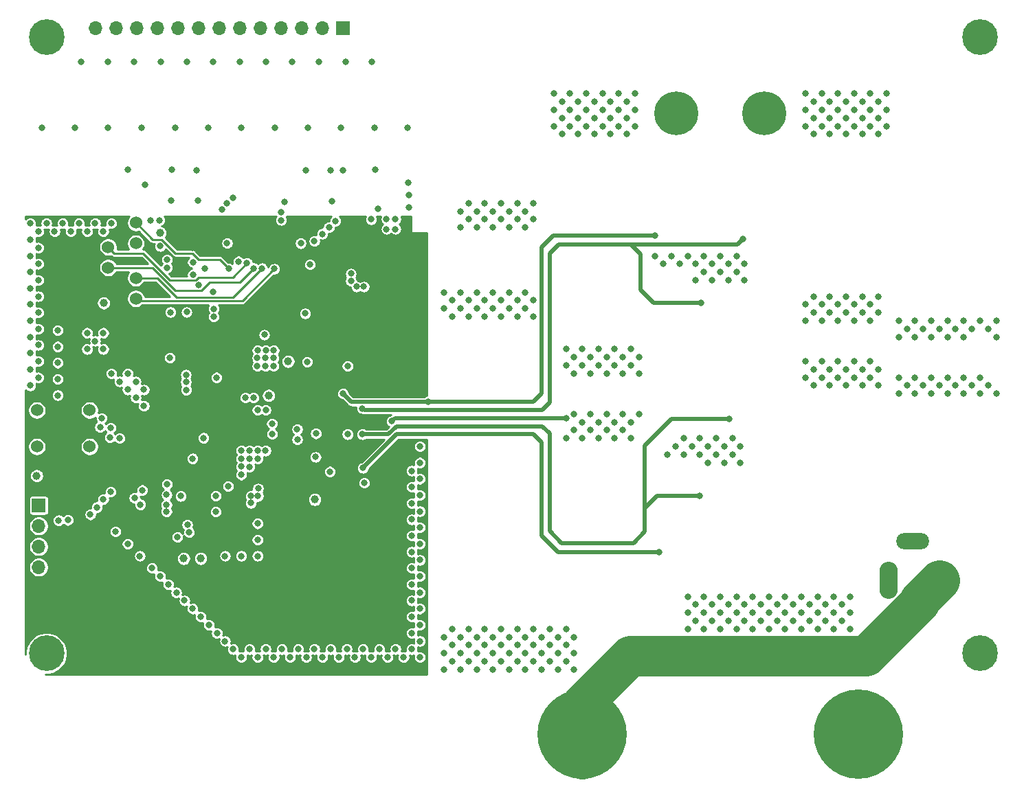
<source format=gbr>
%TF.GenerationSoftware,KiCad,Pcbnew,(5.1.7)-1*%
%TF.CreationDate,2021-03-06T18:12:56-08:00*%
%TF.ProjectId,eskate_bms,65736b61-7465-45f6-926d-732e6b696361,rev?*%
%TF.SameCoordinates,Original*%
%TF.FileFunction,Copper,L3,Inr*%
%TF.FilePolarity,Positive*%
%FSLAX46Y46*%
G04 Gerber Fmt 4.6, Leading zero omitted, Abs format (unit mm)*
G04 Created by KiCad (PCBNEW (5.1.7)-1) date 2021-03-06 18:12:56*
%MOMM*%
%LPD*%
G01*
G04 APERTURE LIST*
%TA.AperFunction,ComponentPad*%
%ADD10C,0.900000*%
%TD*%
%TA.AperFunction,ComponentPad*%
%ADD11C,11.000000*%
%TD*%
%TA.AperFunction,ComponentPad*%
%ADD12C,0.700000*%
%TD*%
%TA.AperFunction,ComponentPad*%
%ADD13C,4.400000*%
%TD*%
%TA.AperFunction,ComponentPad*%
%ADD14C,5.400000*%
%TD*%
%TA.AperFunction,ComponentPad*%
%ADD15O,2.280000X4.560000*%
%TD*%
%TA.AperFunction,ComponentPad*%
%ADD16O,4.050000X2.025000*%
%TD*%
%TA.AperFunction,ComponentPad*%
%ADD17O,2.025000X4.050000*%
%TD*%
%TA.AperFunction,ComponentPad*%
%ADD18O,1.700000X1.700000*%
%TD*%
%TA.AperFunction,ComponentPad*%
%ADD19R,1.700000X1.700000*%
%TD*%
%TA.AperFunction,ComponentPad*%
%ADD20C,1.524000*%
%TD*%
%TA.AperFunction,ComponentPad*%
%ADD21C,1.000000*%
%TD*%
%TA.AperFunction,ViaPad*%
%ADD22C,0.800000*%
%TD*%
%TA.AperFunction,Conductor*%
%ADD23C,0.500000*%
%TD*%
%TA.AperFunction,Conductor*%
%ADD24C,5.000000*%
%TD*%
%TA.AperFunction,Conductor*%
%ADD25C,0.250000*%
%TD*%
%TA.AperFunction,Conductor*%
%ADD26C,0.254000*%
%TD*%
%TA.AperFunction,Conductor*%
%ADD27C,0.100000*%
%TD*%
G04 APERTURE END LIST*
D10*
%TO.N,PACK+*%
%TO.C,H1*%
X224926815Y-101073185D03*
X222000000Y-99875000D03*
X219073185Y-101073185D03*
X217875000Y-104000000D03*
X219073185Y-106926815D03*
X222000000Y-108125000D03*
X224926815Y-106926815D03*
X226125000Y-104000000D03*
D11*
X222000000Y-104000000D03*
%TD*%
D10*
%TO.N,PACK-*%
%TO.C,H2*%
X190926815Y-101073185D03*
X188000000Y-99875000D03*
X185073185Y-101073185D03*
X183875000Y-104000000D03*
X185073185Y-106926815D03*
X188000000Y-108125000D03*
X190926815Y-106926815D03*
X192125000Y-104000000D03*
D11*
X188000000Y-104000000D03*
%TD*%
D12*
%TO.N,Net-(H6-Pad1)*%
%TO.C,H6*%
X238166726Y-92833274D03*
X237000000Y-92350000D03*
X235833274Y-92833274D03*
X235350000Y-94000000D03*
X235833274Y-95166726D03*
X237000000Y-95650000D03*
X238166726Y-95166726D03*
X238650000Y-94000000D03*
D13*
X237000000Y-94000000D03*
%TD*%
D12*
%TO.N,Net-(H5-Pad1)*%
%TO.C,H5*%
X238166726Y-16833274D03*
X237000000Y-16350000D03*
X235833274Y-16833274D03*
X235350000Y-18000000D03*
X235833274Y-19166726D03*
X237000000Y-19650000D03*
X238166726Y-19166726D03*
X238650000Y-18000000D03*
D13*
X237000000Y-18000000D03*
%TD*%
D12*
%TO.N,GND*%
%TO.C,H3*%
X123166726Y-92833274D03*
X122000000Y-92350000D03*
X120833274Y-92833274D03*
X120350000Y-94000000D03*
X120833274Y-95166726D03*
X122000000Y-95650000D03*
X123166726Y-95166726D03*
X123650000Y-94000000D03*
D13*
X122000000Y-94000000D03*
%TD*%
D12*
%TO.N,Net-(H4-Pad1)*%
%TO.C,H4*%
X123166726Y-16833274D03*
X122000000Y-16350000D03*
X120833274Y-16833274D03*
X120350000Y-18000000D03*
X120833274Y-19166726D03*
X122000000Y-19650000D03*
X123166726Y-19166726D03*
X123650000Y-18000000D03*
D13*
X122000000Y-18000000D03*
%TD*%
D14*
%TO.N,-BATT*%
%TO.C,J1*%
X199550000Y-27400000D03*
%TO.N,+BATT*%
X210450000Y-27400000D03*
%TD*%
D15*
%TO.N,PACK+*%
%TO.C,J3*%
X225750000Y-85000000D03*
D16*
%TO.N,Net-(J3-Pad3)*%
X228750000Y-80200000D03*
D17*
%TO.N,PACK-*%
X232000000Y-85000000D03*
%TD*%
D18*
%TO.N,/BQ76940/C0*%
%TO.C,J5*%
X128020000Y-16900000D03*
%TO.N,/BQ76940/C1*%
X130560000Y-16900000D03*
%TO.N,/BQ76940/C2*%
X133100000Y-16900000D03*
%TO.N,/BQ76940/C3*%
X135640000Y-16900000D03*
%TO.N,/BQ76940/C4*%
X138180000Y-16900000D03*
%TO.N,/BQ76940/C5*%
X140720000Y-16900000D03*
%TO.N,/BQ76940/C6*%
X143260000Y-16900000D03*
%TO.N,/BQ76940/C7*%
X145800000Y-16900000D03*
%TO.N,/BQ76940/C8*%
X148340000Y-16900000D03*
%TO.N,/BQ76940/C9*%
X150880000Y-16900000D03*
%TO.N,/BQ76940/C10*%
X153420000Y-16900000D03*
%TO.N,/BQ76940/C11*%
X155960000Y-16900000D03*
D19*
%TO.N,C15*%
X158500000Y-16900000D03*
%TD*%
D18*
%TO.N,Net-(J8-Pad4)*%
%TO.C,J8*%
X121040000Y-83390000D03*
%TO.N,SMBD*%
X121040000Y-80850000D03*
%TO.N,SMBC*%
X121040000Y-78310000D03*
D19*
%TO.N,PACK-*%
X121040000Y-75770000D03*
%TD*%
D20*
%TO.N,GND*%
%TO.C,SW1*%
X120810000Y-64030000D03*
X127310000Y-64030000D03*
%TO.N,Net-(R108-Pad2)*%
X120810000Y-68530000D03*
X127310000Y-68530000D03*
%TD*%
%TO.N,VC10X*%
%TO.C,TH1*%
X133000000Y-47730000D03*
%TO.N,TS3*%
X133000000Y-50270000D03*
%TD*%
%TO.N,VC5X*%
%TO.C,TH2*%
X129600000Y-43930000D03*
%TO.N,TS2*%
X129600000Y-46470000D03*
%TD*%
%TO.N,GND*%
%TO.C,TH3*%
X133000000Y-43470000D03*
%TO.N,TS1*%
X133000000Y-40930000D03*
%TD*%
D21*
%TO.N,VDDCP*%
%TO.C,TP1*%
X149360000Y-62220000D03*
%TD*%
%TO.N,BAT*%
%TO.C,TP2*%
X151770000Y-58030000D03*
%TD*%
%TO.N,PACK*%
%TO.C,TP8*%
X155060000Y-75050000D03*
%TD*%
%TO.N,/BQ76940/SDA*%
%TO.C,TP17*%
X141000000Y-82320000D03*
%TD*%
%TO.N,/BQ76940/SCL*%
%TO.C,TP18*%
X138900000Y-82330000D03*
%TD*%
%TO.N,REGOUT*%
%TO.C,TP22*%
X144420000Y-69730000D03*
%TD*%
%TO.N,/BQ76940/ALERT*%
%TO.C,TP23*%
X136010000Y-42200000D03*
%TD*%
%TO.N,/BQ76940/LEDP*%
%TO.C,TP31*%
X129040000Y-50820000D03*
%TD*%
%TO.N,Net-(R108-Pad2)*%
%TO.C,TP32*%
X120800000Y-72110000D03*
%TD*%
D22*
%TO.N,GND*%
X139270000Y-51940000D03*
X137210000Y-57570000D03*
X153860000Y-52110000D03*
%TO.N,REGOUT*%
X157430000Y-47140000D03*
X142840000Y-80320000D03*
X140000000Y-44000000D03*
X142840000Y-72760000D03*
X144380000Y-71550000D03*
X131740000Y-77030000D03*
%TO.N,VC15X*%
X162820000Y-39200000D03*
%TO.N,GND*%
X165000000Y-41700000D03*
X163900000Y-41700000D03*
X163900000Y-40500000D03*
X165000000Y-40500000D03*
%TO.N,/BQ76940/C11*%
X158825000Y-21100000D03*
X166525000Y-29250000D03*
%TO.N,/BQ76940/C10*%
X162400000Y-29250000D03*
%TO.N,/BQ76940/C9*%
X158300000Y-29250000D03*
%TO.N,/BQ76940/C8*%
X154200000Y-29250000D03*
%TO.N,/BQ76940/C7*%
X150100000Y-29225000D03*
%TO.N,/BQ76940/C6*%
X146025000Y-29250000D03*
%TO.N,/BQ76940/C5*%
X141925000Y-29225000D03*
%TO.N,/BQ76940/C4*%
X137825000Y-29225000D03*
%TO.N,/BQ76940/C3*%
X133725000Y-29225000D03*
%TO.N,/BQ76940/C2*%
X129600000Y-29225000D03*
%TO.N,/BQ76940/C1*%
X125500000Y-29225000D03*
%TO.N,/BQ76940/C0*%
X121400000Y-29250000D03*
%TO.N,/BQ76200/DSG*%
X161150000Y-73000000D03*
%TO.N,GND*%
X142550000Y-49470000D03*
X136790000Y-75680000D03*
X136790000Y-76510000D03*
X162000000Y-40500000D03*
X157600000Y-40700000D03*
X156800000Y-41500000D03*
X156000000Y-42300000D03*
X155000000Y-43200000D03*
X159500000Y-47200000D03*
X159500000Y-48100000D03*
X161100000Y-48800000D03*
X160200000Y-48800000D03*
X147980000Y-57600000D03*
X148980000Y-57610000D03*
X149980000Y-57610000D03*
X149980000Y-58600000D03*
X148970000Y-58590000D03*
X147980000Y-58600000D03*
X150000000Y-56660000D03*
X149000000Y-56660000D03*
X148000000Y-56660000D03*
X139180000Y-59650000D03*
X139180000Y-60550000D03*
X139200000Y-61520000D03*
X142590000Y-51520000D03*
X142590000Y-52500000D03*
X146000000Y-71990000D03*
X146010000Y-70990000D03*
X145990000Y-70010000D03*
X146010000Y-69010000D03*
X147000000Y-69010000D03*
X147000000Y-70000000D03*
X147000000Y-71010000D03*
X148010000Y-70000000D03*
X148000000Y-69010000D03*
X148990000Y-69030000D03*
X136860000Y-45470000D03*
X136840000Y-46440000D03*
X147200000Y-74610000D03*
X148060000Y-74620000D03*
X148070000Y-73690000D03*
X147170000Y-75470000D03*
X168000000Y-68500000D03*
X168000000Y-70500000D03*
X168000000Y-72500000D03*
X168000000Y-74500000D03*
X168000000Y-76500000D03*
X168000000Y-78500000D03*
X168000000Y-80500000D03*
X168000000Y-82500000D03*
X168000000Y-84500000D03*
X168000000Y-86500000D03*
X168000000Y-88500000D03*
X168000000Y-90500000D03*
X168000000Y-92500000D03*
X168000000Y-94500000D03*
X167000000Y-93500000D03*
X167000000Y-91500000D03*
X167000000Y-89500000D03*
X167000000Y-87500000D03*
X167000000Y-85500000D03*
X167000000Y-83500000D03*
X167000000Y-81500000D03*
X167000000Y-79500000D03*
X167000000Y-77500000D03*
X167000000Y-75500000D03*
X167000000Y-73500000D03*
X167000000Y-71500000D03*
X166000000Y-94500000D03*
X164000000Y-94500000D03*
X162000000Y-94500000D03*
X160000000Y-94500000D03*
X158000000Y-94500000D03*
X156000000Y-94500000D03*
X154000000Y-94500000D03*
X152000000Y-94500000D03*
X150000000Y-94500000D03*
X148000000Y-94500000D03*
X146000000Y-94500000D03*
X147000000Y-93500000D03*
X149000000Y-93500000D03*
X151000000Y-93500000D03*
X153000000Y-93500000D03*
X155000000Y-93500000D03*
X157000000Y-93500000D03*
X159000000Y-93500000D03*
X161000000Y-93500000D03*
X163000000Y-93500000D03*
X165000000Y-93500000D03*
X145000000Y-93500000D03*
X144000000Y-92500000D03*
X143000000Y-91500000D03*
X142000000Y-90500000D03*
X141000000Y-89500000D03*
X140000000Y-88500000D03*
X139000000Y-87500000D03*
X138000000Y-86500000D03*
X137000000Y-85500000D03*
X136000000Y-84500000D03*
X135000000Y-83500000D03*
X133500000Y-82000000D03*
X132000000Y-80500000D03*
X130500000Y-79000000D03*
X131000000Y-67500000D03*
X129900000Y-66200000D03*
X128800000Y-65000000D03*
X129800000Y-67400000D03*
X128600000Y-66100000D03*
X127400000Y-76900000D03*
X128200000Y-76000000D03*
X129000000Y-75000000D03*
X129900000Y-74100000D03*
X134000000Y-63500000D03*
X133000000Y-62500000D03*
X132000000Y-61500000D03*
X131000000Y-60500000D03*
X130000000Y-59500000D03*
X132000000Y-59500000D03*
X133000000Y-60500000D03*
X134000000Y-61500000D03*
X130000000Y-41000000D03*
X128000000Y-41000000D03*
X126000000Y-41000000D03*
X124000000Y-41000000D03*
X122000000Y-41000000D03*
X120000000Y-41000000D03*
X120000000Y-43000000D03*
X120000000Y-45000000D03*
X120000000Y-47000000D03*
X120000000Y-49000000D03*
X120000000Y-51000000D03*
X120000000Y-53000000D03*
X120000000Y-55000000D03*
X120000000Y-57000000D03*
X120000000Y-59000000D03*
X120000000Y-61000000D03*
X121000000Y-60000000D03*
X121000000Y-58000000D03*
X121000000Y-56000000D03*
X121000000Y-54000000D03*
X121000000Y-52000000D03*
X121000000Y-50000000D03*
X121000000Y-48000000D03*
X121000000Y-46000000D03*
X121000000Y-44000000D03*
X121000000Y-42000000D03*
X123000000Y-42000000D03*
X125000000Y-42000000D03*
X127000000Y-42000000D03*
X129000000Y-42000000D03*
X148000000Y-64000000D03*
X149000000Y-64000000D03*
X146500000Y-62500000D03*
X147500000Y-62500000D03*
X129000000Y-54500000D03*
X127000000Y-54500000D03*
X128000000Y-55500000D03*
X127000000Y-56500000D03*
X129000000Y-56500000D03*
X144000000Y-82000000D03*
X146000000Y-82000000D03*
X148000000Y-82000000D03*
X148000000Y-80000000D03*
X148000000Y-78000000D03*
X135900000Y-40600000D03*
X134800000Y-40600000D03*
%TO.N,REGOUT*%
X141300000Y-43460000D03*
%TO.N,Net-(C44-Pad1)*%
X142840000Y-76560000D03*
%TO.N,+BATT*%
X197000000Y-42500000D03*
X158550000Y-62000000D03*
X169000000Y-63000000D03*
X227000000Y-55000000D03*
X229000000Y-55000000D03*
X228000000Y-54000000D03*
X227000000Y-53000000D03*
X229000000Y-53000000D03*
X230000000Y-54000000D03*
X231000000Y-55000000D03*
X232000000Y-54000000D03*
X231000000Y-53000000D03*
X233000000Y-55000000D03*
X235000000Y-55000000D03*
X234000000Y-54000000D03*
X233000000Y-53000000D03*
X235000000Y-53000000D03*
X236000000Y-54000000D03*
X237000000Y-53000000D03*
X238000000Y-54000000D03*
X239000000Y-53000000D03*
X239000000Y-55000000D03*
X208000000Y-48000000D03*
X206000000Y-48000000D03*
X207000000Y-47000000D03*
X205000000Y-47000000D03*
X204000000Y-48000000D03*
X203000000Y-47000000D03*
X208000000Y-46000000D03*
X206000000Y-46000000D03*
X204000000Y-46000000D03*
X203000000Y-45000000D03*
X205000000Y-45000000D03*
X207000000Y-45000000D03*
X202000000Y-46000000D03*
X201000000Y-45000000D03*
X200000000Y-46000000D03*
X199000000Y-45000000D03*
X198000000Y-46000000D03*
X197000000Y-45000000D03*
X202000000Y-48000000D03*
X215500000Y-25000000D03*
X215500000Y-27000000D03*
X215500000Y-29000000D03*
X216500000Y-30000000D03*
X216500000Y-28000000D03*
X216500000Y-26000000D03*
X217500000Y-25000000D03*
X217500000Y-27000000D03*
X217500000Y-29000000D03*
X217500000Y-29000000D03*
X218500000Y-30000000D03*
X218500000Y-28000000D03*
X218500000Y-26000000D03*
X219500000Y-25000000D03*
X219500000Y-27000000D03*
X219500000Y-29000000D03*
X220500000Y-30000000D03*
X220500000Y-28000000D03*
X220500000Y-26000000D03*
X221500000Y-25000000D03*
X221500000Y-27000000D03*
X221500000Y-29000000D03*
X222500000Y-30000000D03*
X222500000Y-28000000D03*
X222500000Y-26000000D03*
X223500000Y-29000000D03*
X223500000Y-27000000D03*
X223500000Y-25000000D03*
X224500000Y-30000000D03*
X224500000Y-28000000D03*
X224500000Y-26000000D03*
X225500000Y-29000000D03*
X225500000Y-27000000D03*
X225500000Y-25000000D03*
%TO.N,PACK+*%
X197500000Y-81500000D03*
X161000000Y-71150000D03*
X156912500Y-71600000D03*
X159090000Y-58580000D03*
X221000000Y-91000000D03*
X219000000Y-91000000D03*
X217000000Y-91000000D03*
X215000000Y-91000000D03*
X213000000Y-91000000D03*
X211000000Y-91000000D03*
X209000000Y-91000000D03*
X207000000Y-91000000D03*
X205000000Y-91000000D03*
X203000000Y-91000000D03*
X201000000Y-91000000D03*
X202000000Y-90000000D03*
X204000000Y-90000000D03*
X206000000Y-90000000D03*
X208000000Y-90000000D03*
X210000000Y-90000000D03*
X212000000Y-90000000D03*
X214000000Y-90000000D03*
X216000000Y-90000000D03*
X218000000Y-90000000D03*
X220000000Y-90000000D03*
X221000000Y-89000000D03*
X219000000Y-89000000D03*
X217000000Y-89000000D03*
X215000000Y-89000000D03*
X213000000Y-89000000D03*
X211000000Y-89000000D03*
X209000000Y-89000000D03*
X207000000Y-89000000D03*
X205000000Y-89000000D03*
X203000000Y-89000000D03*
X201000000Y-89000000D03*
X202000000Y-88000000D03*
X204000000Y-88000000D03*
X206000000Y-88000000D03*
X208000000Y-88000000D03*
X210000000Y-88000000D03*
X212000000Y-88000000D03*
X214000000Y-88000000D03*
X216000000Y-88000000D03*
X218000000Y-88000000D03*
X220000000Y-88000000D03*
X221000000Y-87000000D03*
X219000000Y-87000000D03*
X217000000Y-87000000D03*
X215000000Y-87000000D03*
X213000000Y-87000000D03*
X211000000Y-87000000D03*
X209000000Y-87000000D03*
X207000000Y-87000000D03*
X205000000Y-87000000D03*
X203000000Y-87000000D03*
X201000000Y-87000000D03*
X227000000Y-60000000D03*
X229000000Y-60000000D03*
X228000000Y-61000000D03*
X227000000Y-62000000D03*
X229000000Y-62000000D03*
X230000000Y-61000000D03*
X231000000Y-60000000D03*
X231000000Y-62000000D03*
X232000000Y-61000000D03*
X233000000Y-60000000D03*
X233000000Y-62000000D03*
X234000000Y-61000000D03*
X235000000Y-60000000D03*
X235000000Y-62000000D03*
X236000000Y-61000000D03*
X237000000Y-62000000D03*
X237000000Y-60000000D03*
X238000000Y-61000000D03*
X239000000Y-62000000D03*
X202500000Y-67500000D03*
X204500000Y-67500000D03*
X206500000Y-67500000D03*
X203500000Y-68500000D03*
X205500000Y-68500000D03*
X207500000Y-68500000D03*
X206500000Y-69500000D03*
X204500000Y-69500000D03*
X202500000Y-69500000D03*
X203500000Y-70500000D03*
X205500000Y-70500000D03*
X207500000Y-70500000D03*
X201500000Y-68500000D03*
X200500000Y-69500000D03*
X198500000Y-69500000D03*
X199500000Y-68500000D03*
X200500000Y-67500000D03*
%TO.N,PACK*%
X155193626Y-66911491D03*
X155162500Y-69800000D03*
%TO.N,PACK-*%
X171000000Y-96000000D03*
X173000000Y-96000000D03*
X175000000Y-96000000D03*
X177000000Y-96000000D03*
X179000000Y-96000000D03*
X181000000Y-96000000D03*
X183000000Y-96000000D03*
X185000000Y-96000000D03*
X187000000Y-96000000D03*
X186000000Y-95000000D03*
X184000000Y-95000000D03*
X182000000Y-95000000D03*
X180000000Y-95000000D03*
X178000000Y-95000000D03*
X176000000Y-95000000D03*
X174000000Y-95000000D03*
X172000000Y-95000000D03*
X171000000Y-94000000D03*
X173000000Y-94000000D03*
X175000000Y-94000000D03*
X177000000Y-94000000D03*
X179000000Y-94000000D03*
X181000000Y-94000000D03*
X183000000Y-94000000D03*
X185000000Y-94000000D03*
X187000000Y-94000000D03*
X186000000Y-93000000D03*
X184000000Y-93000000D03*
X182000000Y-93000000D03*
X180000000Y-93000000D03*
X178000000Y-93000000D03*
X176000000Y-93000000D03*
X174000000Y-93000000D03*
X172000000Y-93000000D03*
X187000000Y-92000000D03*
X185000000Y-92000000D03*
X183000000Y-92000000D03*
X181000000Y-92000000D03*
X179000000Y-92000000D03*
X177000000Y-92000000D03*
X175000000Y-92000000D03*
X173000000Y-92000000D03*
X171000000Y-92000000D03*
X172000000Y-91000000D03*
X174000000Y-91000000D03*
X176000000Y-91000000D03*
X178000000Y-91000000D03*
X180000000Y-91000000D03*
X182000000Y-91000000D03*
X184000000Y-91000000D03*
X186000000Y-91000000D03*
X182000000Y-50500000D03*
X181000000Y-49500000D03*
X181000000Y-51500000D03*
X180000000Y-50500000D03*
X179000000Y-49500000D03*
X179000000Y-51500000D03*
X178000000Y-50500000D03*
X177000000Y-49500000D03*
X177000000Y-51500000D03*
X176000000Y-50500000D03*
X175000000Y-49500000D03*
X175000000Y-51500000D03*
X174000000Y-50500000D03*
X173000000Y-49500000D03*
X173000000Y-51500000D03*
X172000000Y-50500000D03*
X171000000Y-49500000D03*
X171000000Y-51500000D03*
X172000000Y-52500000D03*
X174000000Y-52500000D03*
X176000000Y-52500000D03*
X178000000Y-52500000D03*
X180000000Y-52500000D03*
X182000000Y-52500000D03*
%TO.N,/BQ76940/C11/vc+*%
X153325000Y-43462500D03*
X166562500Y-35950000D03*
%TO.N,/BQ76940/C10/vc+*%
X150925000Y-40600000D03*
X162462500Y-34400000D03*
%TO.N,/BQ76940/C9/vc+*%
X150925000Y-39649997D03*
X158550000Y-34487500D03*
%TO.N,VC10X*%
X148550000Y-46537500D03*
X157140000Y-38240000D03*
%TO.N,VC5X*%
X140660000Y-38190000D03*
X146700000Y-45880000D03*
%TO.N,/BQ76940/C3/vc+*%
X134167500Y-36240000D03*
X144241516Y-38527679D03*
%TO.N,/BQ76940/C4/vc+*%
X144250000Y-43450000D03*
X137360000Y-38190000D03*
%TO.N,/BQ76940/C2/vc+*%
X132037500Y-34400000D03*
X143652198Y-39272802D03*
%TO.N,/BQ76940/C9/vcb*%
X151285201Y-38335201D03*
X157020000Y-34487500D03*
%TO.N,/BQ76940/C5/vcb*%
X145000000Y-37875000D03*
X140530000Y-34457500D03*
%TO.N,/BQ76940/ALERT*%
X136030000Y-43810000D03*
X138140000Y-79680000D03*
%TO.N,TS3*%
X150080000Y-46600000D03*
%TO.N,TS2*%
X147550000Y-46537500D03*
%TO.N,TS1*%
X144480004Y-46589999D03*
X148830000Y-54730000D03*
%TO.N,C15*%
X166612500Y-37500000D03*
X162050000Y-21100000D03*
X154100000Y-58060000D03*
X166612500Y-39050000D03*
X142950000Y-60000000D03*
%TO.N,VC15X*%
X154450000Y-46077500D03*
%TO.N,REGOUT*%
X133560000Y-78627500D03*
X142660000Y-71240000D03*
X141310000Y-44370000D03*
%TO.N,REGSRC*%
X145660000Y-45695000D03*
X137262500Y-51950000D03*
%TO.N,Net-(C44-Pad1)*%
X141350000Y-67450000D03*
%TO.N,-BATT*%
X194500000Y-25000000D03*
X194500000Y-27000000D03*
X194500000Y-29000000D03*
X193500000Y-30000000D03*
X193500000Y-28000000D03*
X193500000Y-26000000D03*
X192500000Y-25000000D03*
X192500000Y-27000000D03*
X192500000Y-29000000D03*
X191500000Y-30000000D03*
X191500000Y-28000000D03*
X191500000Y-26000000D03*
X190500000Y-25000000D03*
X190500000Y-27000000D03*
X190500000Y-29000000D03*
X189500000Y-26000000D03*
X189500000Y-28000000D03*
X189500000Y-30000000D03*
X188500000Y-25000000D03*
X188500000Y-27000000D03*
X188500000Y-29000000D03*
X187500000Y-30000000D03*
X187500000Y-28000000D03*
X187500000Y-26000000D03*
X186500000Y-25000000D03*
X186500000Y-27000000D03*
X186500000Y-29000000D03*
X185500000Y-30000000D03*
X185500000Y-28000000D03*
X185500000Y-26000000D03*
X184500000Y-25000000D03*
X184500000Y-27000000D03*
X184500000Y-29000000D03*
X173000000Y-41500000D03*
X173000000Y-39500000D03*
X174000000Y-40500000D03*
X174000000Y-38500000D03*
X175000000Y-39500000D03*
X175000000Y-41500000D03*
X176000000Y-40500000D03*
X176000000Y-38500000D03*
X177000000Y-39500000D03*
X177000000Y-41500000D03*
X177000000Y-41500000D03*
X178000000Y-40500000D03*
X178000000Y-38500000D03*
X179000000Y-39500000D03*
X179000000Y-41500000D03*
X180000000Y-40500000D03*
X180000000Y-38500000D03*
X181000000Y-39500000D03*
X181000000Y-41500000D03*
X182000000Y-40500000D03*
X182000000Y-38500000D03*
%TO.N,/BQ76200/CGATE*%
X207800000Y-42900000D03*
X202600000Y-50800000D03*
X160912500Y-63800000D03*
%TO.N,/BQ76200/DGATE*%
X206075000Y-65100000D03*
X202500000Y-74625000D03*
X160912500Y-67000000D03*
%TO.N,/BQ76200/DSG*%
X159087500Y-67000000D03*
%TO.N,/BQ76940/C10*%
X155550000Y-21100000D03*
%TO.N,/BQ76940/C9*%
X152300000Y-21100000D03*
%TO.N,/BQ76940/C8*%
X153950000Y-34437500D03*
X149050000Y-21100000D03*
%TO.N,/BQ76940/C7*%
X145800000Y-21100000D03*
%TO.N,/BQ76940/C6*%
X142550000Y-21100000D03*
%TO.N,/BQ76940/C5*%
X139300000Y-21100000D03*
%TO.N,/BQ76940/C4*%
X137480000Y-34407500D03*
X136050000Y-21100000D03*
%TO.N,/BQ76940/C3*%
X132800000Y-21100000D03*
%TO.N,/BQ76940/C2*%
X129550000Y-21100000D03*
%TO.N,/BQ76940/C1*%
X126300000Y-21100000D03*
%TO.N,Net-(D31-Pad1)*%
X136830000Y-73140000D03*
X123375000Y-54190000D03*
%TO.N,Net-(D32-Pad1)*%
X133806048Y-73886048D03*
X123375000Y-56190000D03*
%TO.N,Net-(D33-Pad1)*%
X123375000Y-58190000D03*
X136801441Y-74460000D03*
%TO.N,Net-(D34-Pad1)*%
X132829249Y-74862847D03*
X123375000Y-60190000D03*
%TO.N,Net-(D35-Pad1)*%
X133560000Y-75660000D03*
X123375000Y-62190000D03*
%TO.N,SMBC*%
X123500000Y-77610000D03*
%TO.N,SMBD*%
X124640000Y-77580000D03*
%TO.N,/BQ76200/CD*%
X186000000Y-65000000D03*
X164550000Y-65400000D03*
%TO.N,/BQ76200/PMON_EN*%
X142840000Y-74592500D03*
X152900000Y-67650000D03*
%TO.N,/BQ76940/SDA*%
X139575000Y-79100000D03*
X140042500Y-47300000D03*
%TO.N,/BQ76940/SCL*%
X140042500Y-45770000D03*
X139350000Y-78150000D03*
%TO.N,/BQ76200/CP_EN*%
X152890000Y-66370000D03*
X144370000Y-73392500D03*
%TO.N,/BQ76200/PCHG_EN*%
X138551452Y-74618548D03*
X140000000Y-69990000D03*
%TO.N,/BQ76200/CD*%
X186000000Y-67500000D03*
X188000000Y-67500000D03*
X190000000Y-67500000D03*
X192000000Y-67500000D03*
X194000000Y-67500000D03*
X193000000Y-66500000D03*
X191000000Y-66500000D03*
X189000000Y-66500000D03*
X187000000Y-66500000D03*
X188000000Y-65500000D03*
X190000000Y-65500000D03*
X192000000Y-65500000D03*
X194000000Y-65500000D03*
X186000000Y-56500000D03*
X188000000Y-56500000D03*
X190000000Y-56500000D03*
X192000000Y-56500000D03*
X194000000Y-56500000D03*
X193000000Y-57500000D03*
X191000000Y-57500000D03*
X189000000Y-57500000D03*
X187000000Y-57500000D03*
X186000000Y-58500000D03*
X188000000Y-58500000D03*
X190000000Y-58500000D03*
X192000000Y-58500000D03*
X194000000Y-58500000D03*
X223500000Y-58000000D03*
X221500000Y-58000000D03*
X219500000Y-58000000D03*
X217500000Y-58000000D03*
X224500000Y-59000000D03*
X222500000Y-59000000D03*
X220500000Y-59000000D03*
X218500000Y-59000000D03*
X216500000Y-59000000D03*
X217500000Y-60000000D03*
X219500000Y-60000000D03*
X221500000Y-60000000D03*
X223500000Y-60000000D03*
X224500000Y-61000000D03*
X222500000Y-61000000D03*
X220500000Y-61000000D03*
X218500000Y-61000000D03*
X216500000Y-61000000D03*
X215500000Y-60000000D03*
X215500000Y-58000000D03*
X215500000Y-51000000D03*
X215500000Y-53000000D03*
X217500000Y-53000000D03*
X219500000Y-53000000D03*
X221500000Y-53000000D03*
X223500000Y-53000000D03*
X216500000Y-50000000D03*
X216500000Y-52000000D03*
X218500000Y-52000000D03*
X218500000Y-50000000D03*
X217500000Y-51000000D03*
X219500000Y-51000000D03*
X220500000Y-50000000D03*
X220500000Y-52000000D03*
X221500000Y-51000000D03*
X222500000Y-50000000D03*
X222500000Y-52000000D03*
X224500000Y-52000000D03*
X224500000Y-50000000D03*
X223500000Y-51000000D03*
X187000000Y-59500000D03*
X189000000Y-59500000D03*
X191000000Y-59500000D03*
X193000000Y-59500000D03*
X195000000Y-59500000D03*
X195000000Y-57500000D03*
X187000000Y-64500000D03*
X189000000Y-64500000D03*
X191000000Y-64500000D03*
X193000000Y-64500000D03*
X195000000Y-64500000D03*
%TO.N,/BQ76200/CHG_EN*%
X141540000Y-46590000D03*
X149780000Y-65680000D03*
%TO.N,/BQ76200/DSG_EN*%
X149810000Y-66960000D03*
X140760000Y-48620000D03*
%TD*%
D23*
%TO.N,+BATT*%
X184400000Y-42500000D02*
X183000000Y-43900000D01*
X197000000Y-42500000D02*
X184400000Y-42500000D01*
X159550000Y-63000000D02*
X158550000Y-62000000D01*
X183000000Y-62000000D02*
X182000000Y-63000000D01*
X169000000Y-63000000D02*
X159550000Y-63000000D01*
X182000000Y-63000000D02*
X169000000Y-63000000D01*
X183000000Y-43900000D02*
X183000000Y-62000000D01*
%TO.N,PACK+*%
X185000000Y-81500000D02*
X183000000Y-79500000D01*
X165150000Y-67000000D02*
X161000000Y-71150000D01*
X182000000Y-67000000D02*
X165150000Y-67000000D01*
X183000000Y-68000000D02*
X182000000Y-67000000D01*
X183000000Y-79500000D02*
X183000000Y-68000000D01*
X197500000Y-81500000D02*
X185000000Y-81500000D01*
D24*
%TO.N,PACK-*%
X188000000Y-107000000D02*
X188000000Y-103146254D01*
X188000000Y-100216965D02*
X188000000Y-104000000D01*
X193891975Y-94324990D02*
X188000000Y-100216965D01*
X222924893Y-94324990D02*
X193891975Y-94324990D01*
X229540010Y-87709873D02*
X222924893Y-94324990D01*
X229540010Y-87459990D02*
X229540010Y-87709873D01*
X232000000Y-85000000D02*
X229540010Y-87459990D01*
D25*
%TO.N,VC10X*%
X148550000Y-46537500D02*
X144942499Y-50145001D01*
X144942499Y-50145001D02*
X138045001Y-50145001D01*
X135630000Y-47730000D02*
X133000000Y-47730000D01*
X138045001Y-50145001D02*
X135630000Y-47730000D01*
%TO.N,VC5X*%
X146700000Y-45880000D02*
X144955999Y-47624001D01*
X144955999Y-47624001D02*
X140717501Y-47624001D01*
X140717501Y-47624001D02*
X140366501Y-47975001D01*
X140366501Y-47975001D02*
X137175999Y-47975001D01*
X137175999Y-47975001D02*
X133900998Y-44700000D01*
X130370000Y-44700000D02*
X129600000Y-43930000D01*
X133900998Y-44700000D02*
X130370000Y-44700000D01*
%TO.N,TS3*%
X133275011Y-50545011D02*
X133000000Y-50270000D01*
X146134989Y-50545011D02*
X145764989Y-50545011D01*
X150080000Y-46600000D02*
X146134989Y-50545011D01*
X145764989Y-50545011D02*
X133275011Y-50545011D01*
%TO.N,TS2*%
X141084000Y-49295001D02*
X137865001Y-49295001D01*
X142083003Y-48295999D02*
X141084000Y-49295001D01*
X145791501Y-48295999D02*
X142083003Y-48295999D01*
X147550000Y-46537500D02*
X145791501Y-48295999D01*
X135040000Y-46470000D02*
X129600000Y-46470000D01*
X137865001Y-49295001D02*
X135040000Y-46470000D01*
%TO.N,TS1*%
X133070000Y-41000000D02*
X133000000Y-40930000D01*
X135045001Y-42975001D02*
X133000000Y-40930000D01*
X137894003Y-44675001D02*
X136194003Y-42975001D01*
X139946503Y-44675001D02*
X137894003Y-44675001D01*
X140717501Y-45445999D02*
X139946503Y-44675001D01*
X143336004Y-45445999D02*
X140717501Y-45445999D01*
X136194003Y-42975001D02*
X135045001Y-42975001D01*
X144480004Y-46589999D02*
X143336004Y-45445999D01*
D23*
%TO.N,/BQ76200/CGATE*%
X196800000Y-50800000D02*
X195200000Y-49200000D01*
X195200000Y-49200000D02*
X195200000Y-44800000D01*
X195200000Y-44800000D02*
X194000000Y-43600000D01*
X202600000Y-50800000D02*
X196800000Y-50800000D01*
X207100000Y-43600000D02*
X207800000Y-42900000D01*
X194000000Y-43600000D02*
X207100000Y-43600000D01*
X185100000Y-43600000D02*
X184000000Y-44700000D01*
X194000000Y-43600000D02*
X185100000Y-43600000D01*
X161112500Y-64000000D02*
X160912500Y-63800000D01*
X183100000Y-64000000D02*
X161112500Y-64000000D01*
X184000000Y-63100000D02*
X183100000Y-64000000D01*
X184000000Y-63100000D02*
X184000000Y-44700000D01*
%TO.N,/BQ76200/DGATE*%
X199000000Y-65100000D02*
X195700000Y-68400000D01*
X194310002Y-80400000D02*
X185489998Y-80400000D01*
X185489998Y-80400000D02*
X184000000Y-78910002D01*
X195700000Y-79010002D02*
X194310002Y-80400000D01*
X197175000Y-74625000D02*
X195700000Y-76100000D01*
X195700000Y-76100000D02*
X195700000Y-79010002D01*
X195700000Y-68400000D02*
X195700000Y-76100000D01*
X206075000Y-65100000D02*
X199000000Y-65100000D01*
X202500000Y-74625000D02*
X197175000Y-74625000D01*
X184000000Y-66900000D02*
X183100000Y-66000000D01*
X183100000Y-66000000D02*
X165134002Y-66000000D01*
X184000000Y-78910002D02*
X184000000Y-66900000D01*
X164134002Y-67000000D02*
X160912500Y-67000000D01*
X165134002Y-66000000D02*
X164134002Y-67000000D01*
%TO.N,/BQ76200/CD*%
X164950000Y-65000000D02*
X164550000Y-65400000D01*
X186000000Y-65000000D02*
X164950000Y-65000000D01*
%TD*%
D26*
%TO.N,REGOUT*%
X132112174Y-40201380D02*
X131987087Y-40388587D01*
X131900925Y-40596599D01*
X131857000Y-40817424D01*
X131857000Y-41042576D01*
X131900925Y-41263401D01*
X131987087Y-41471413D01*
X132112174Y-41658620D01*
X132271380Y-41817826D01*
X132458587Y-41942913D01*
X132666599Y-42029075D01*
X132887424Y-42073000D01*
X133112576Y-42073000D01*
X133333401Y-42029075D01*
X133368815Y-42014406D01*
X134669629Y-43315221D01*
X134685474Y-43334528D01*
X134762522Y-43397760D01*
X134850426Y-43444746D01*
X134945807Y-43473679D01*
X134955695Y-43474653D01*
X135020147Y-43481001D01*
X135020154Y-43481001D01*
X135045000Y-43483448D01*
X135069846Y-43481001D01*
X135320928Y-43481001D01*
X135279013Y-43582191D01*
X135249000Y-43733078D01*
X135249000Y-43886922D01*
X135279013Y-44037809D01*
X135337887Y-44179942D01*
X135423358Y-44307859D01*
X135532141Y-44416642D01*
X135660058Y-44502113D01*
X135802191Y-44560987D01*
X135953078Y-44591000D01*
X136106922Y-44591000D01*
X136257809Y-44560987D01*
X136399942Y-44502113D01*
X136527859Y-44416642D01*
X136636642Y-44307859D01*
X136706588Y-44203177D01*
X137518631Y-45015221D01*
X137534476Y-45034528D01*
X137611524Y-45097760D01*
X137699428Y-45144746D01*
X137794810Y-45173679D01*
X137869149Y-45181001D01*
X137869156Y-45181001D01*
X137894002Y-45183448D01*
X137918848Y-45181001D01*
X139526998Y-45181001D01*
X139435858Y-45272141D01*
X139350387Y-45400058D01*
X139291513Y-45542191D01*
X139261500Y-45693078D01*
X139261500Y-45846922D01*
X139291513Y-45997809D01*
X139350387Y-46139942D01*
X139435858Y-46267859D01*
X139544641Y-46376642D01*
X139672558Y-46462113D01*
X139814691Y-46520987D01*
X139885140Y-46535000D01*
X139814691Y-46549013D01*
X139672558Y-46607887D01*
X139544641Y-46693358D01*
X139435858Y-46802141D01*
X139350387Y-46930058D01*
X139291513Y-47072191D01*
X139261500Y-47223078D01*
X139261500Y-47376922D01*
X139279815Y-47469001D01*
X137385591Y-47469001D01*
X137095929Y-47179339D01*
X137209942Y-47132113D01*
X137337859Y-47046642D01*
X137446642Y-46937859D01*
X137532113Y-46809942D01*
X137590987Y-46667809D01*
X137621000Y-46516922D01*
X137621000Y-46363078D01*
X137590987Y-46212191D01*
X137532113Y-46070058D01*
X137464954Y-45969547D01*
X137466642Y-45967859D01*
X137552113Y-45839942D01*
X137610987Y-45697809D01*
X137641000Y-45546922D01*
X137641000Y-45393078D01*
X137610987Y-45242191D01*
X137552113Y-45100058D01*
X137466642Y-44972141D01*
X137357859Y-44863358D01*
X137229942Y-44777887D01*
X137087809Y-44719013D01*
X136936922Y-44689000D01*
X136783078Y-44689000D01*
X136632191Y-44719013D01*
X136490058Y-44777887D01*
X136362141Y-44863358D01*
X136253358Y-44972141D01*
X136167887Y-45100058D01*
X136109013Y-45242191D01*
X136079000Y-45393078D01*
X136079000Y-45546922D01*
X136109013Y-45697809D01*
X136167887Y-45839942D01*
X136235046Y-45940453D01*
X136233358Y-45942141D01*
X136147887Y-46070058D01*
X136100661Y-46184071D01*
X134276374Y-44359785D01*
X134260525Y-44340473D01*
X134183477Y-44277241D01*
X134095573Y-44230255D01*
X134000191Y-44201322D01*
X133925852Y-44194000D01*
X133925844Y-44194000D01*
X133900998Y-44191553D01*
X133891953Y-44192444D01*
X134012913Y-44011413D01*
X134099075Y-43803401D01*
X134143000Y-43582576D01*
X134143000Y-43357424D01*
X134099075Y-43136599D01*
X134012913Y-42928587D01*
X133887826Y-42741380D01*
X133728620Y-42582174D01*
X133541413Y-42457087D01*
X133333401Y-42370925D01*
X133112576Y-42327000D01*
X132887424Y-42327000D01*
X132666599Y-42370925D01*
X132458587Y-42457087D01*
X132271380Y-42582174D01*
X132112174Y-42741380D01*
X131987087Y-42928587D01*
X131900925Y-43136599D01*
X131857000Y-43357424D01*
X131857000Y-43582576D01*
X131900925Y-43803401D01*
X131987087Y-44011413D01*
X132109087Y-44194000D01*
X130712880Y-44194000D01*
X130743000Y-44042576D01*
X130743000Y-43817424D01*
X130699075Y-43596599D01*
X130612913Y-43388587D01*
X130487826Y-43201380D01*
X130328620Y-43042174D01*
X130141413Y-42917087D01*
X129933401Y-42830925D01*
X129712576Y-42787000D01*
X129487424Y-42787000D01*
X129266599Y-42830925D01*
X129058587Y-42917087D01*
X128871380Y-43042174D01*
X128712174Y-43201380D01*
X128587087Y-43388587D01*
X128500925Y-43596599D01*
X128457000Y-43817424D01*
X128457000Y-44042576D01*
X128500925Y-44263401D01*
X128587087Y-44471413D01*
X128712174Y-44658620D01*
X128871380Y-44817826D01*
X129058587Y-44942913D01*
X129266599Y-45029075D01*
X129487424Y-45073000D01*
X129712576Y-45073000D01*
X129933401Y-45029075D01*
X129968814Y-45014406D01*
X129994628Y-45040220D01*
X130010473Y-45059527D01*
X130087521Y-45122759D01*
X130175425Y-45169745D01*
X130235233Y-45187887D01*
X130270806Y-45198678D01*
X130280694Y-45199652D01*
X130345146Y-45206000D01*
X130345153Y-45206000D01*
X130369999Y-45208447D01*
X130394845Y-45206000D01*
X133691407Y-45206000D01*
X134449407Y-45964000D01*
X130627582Y-45964000D01*
X130612913Y-45928587D01*
X130487826Y-45741380D01*
X130328620Y-45582174D01*
X130141413Y-45457087D01*
X129933401Y-45370925D01*
X129712576Y-45327000D01*
X129487424Y-45327000D01*
X129266599Y-45370925D01*
X129058587Y-45457087D01*
X128871380Y-45582174D01*
X128712174Y-45741380D01*
X128587087Y-45928587D01*
X128500925Y-46136599D01*
X128457000Y-46357424D01*
X128457000Y-46582576D01*
X128500925Y-46803401D01*
X128587087Y-47011413D01*
X128712174Y-47198620D01*
X128871380Y-47357826D01*
X129058587Y-47482913D01*
X129266599Y-47569075D01*
X129487424Y-47613000D01*
X129712576Y-47613000D01*
X129933401Y-47569075D01*
X130141413Y-47482913D01*
X130328620Y-47357826D01*
X130487826Y-47198620D01*
X130612913Y-47011413D01*
X130627582Y-46976000D01*
X132137554Y-46976000D01*
X132112174Y-47001380D01*
X131987087Y-47188587D01*
X131900925Y-47396599D01*
X131857000Y-47617424D01*
X131857000Y-47842576D01*
X131900925Y-48063401D01*
X131987087Y-48271413D01*
X132112174Y-48458620D01*
X132271380Y-48617826D01*
X132458587Y-48742913D01*
X132666599Y-48829075D01*
X132887424Y-48873000D01*
X133112576Y-48873000D01*
X133333401Y-48829075D01*
X133541413Y-48742913D01*
X133728620Y-48617826D01*
X133887826Y-48458620D01*
X134012913Y-48271413D01*
X134027582Y-48236000D01*
X135420409Y-48236000D01*
X137223419Y-50039011D01*
X134119446Y-50039011D01*
X134099075Y-49936599D01*
X134012913Y-49728587D01*
X133887826Y-49541380D01*
X133728620Y-49382174D01*
X133541413Y-49257087D01*
X133333401Y-49170925D01*
X133112576Y-49127000D01*
X132887424Y-49127000D01*
X132666599Y-49170925D01*
X132458587Y-49257087D01*
X132271380Y-49382174D01*
X132112174Y-49541380D01*
X131987087Y-49728587D01*
X131900925Y-49936599D01*
X131857000Y-50157424D01*
X131857000Y-50382576D01*
X131900925Y-50603401D01*
X131987087Y-50811413D01*
X132112174Y-50998620D01*
X132271380Y-51157826D01*
X132458587Y-51282913D01*
X132666599Y-51369075D01*
X132887424Y-51413000D01*
X133112576Y-51413000D01*
X133333401Y-51369075D01*
X133541413Y-51282913D01*
X133728620Y-51157826D01*
X133835435Y-51051011D01*
X141964068Y-51051011D01*
X141897887Y-51150058D01*
X141839013Y-51292191D01*
X141809000Y-51443078D01*
X141809000Y-51596922D01*
X141839013Y-51747809D01*
X141897887Y-51889942D01*
X141978107Y-52010000D01*
X141897887Y-52130058D01*
X141839013Y-52272191D01*
X141809000Y-52423078D01*
X141809000Y-52576922D01*
X141839013Y-52727809D01*
X141897887Y-52869942D01*
X141983358Y-52997859D01*
X142092141Y-53106642D01*
X142220058Y-53192113D01*
X142362191Y-53250987D01*
X142513078Y-53281000D01*
X142666922Y-53281000D01*
X142817809Y-53250987D01*
X142959942Y-53192113D01*
X143087859Y-53106642D01*
X143196642Y-52997859D01*
X143282113Y-52869942D01*
X143340987Y-52727809D01*
X143371000Y-52576922D01*
X143371000Y-52423078D01*
X143340987Y-52272191D01*
X143282113Y-52130058D01*
X143217314Y-52033078D01*
X153079000Y-52033078D01*
X153079000Y-52186922D01*
X153109013Y-52337809D01*
X153167887Y-52479942D01*
X153253358Y-52607859D01*
X153362141Y-52716642D01*
X153490058Y-52802113D01*
X153632191Y-52860987D01*
X153783078Y-52891000D01*
X153936922Y-52891000D01*
X154087809Y-52860987D01*
X154229942Y-52802113D01*
X154357859Y-52716642D01*
X154466642Y-52607859D01*
X154552113Y-52479942D01*
X154610987Y-52337809D01*
X154641000Y-52186922D01*
X154641000Y-52033078D01*
X154610987Y-51882191D01*
X154552113Y-51740058D01*
X154466642Y-51612141D01*
X154357859Y-51503358D01*
X154229942Y-51417887D01*
X154087809Y-51359013D01*
X153936922Y-51329000D01*
X153783078Y-51329000D01*
X153632191Y-51359013D01*
X153490058Y-51417887D01*
X153362141Y-51503358D01*
X153253358Y-51612141D01*
X153167887Y-51740058D01*
X153109013Y-51882191D01*
X153079000Y-52033078D01*
X143217314Y-52033078D01*
X143201893Y-52010000D01*
X143282113Y-51889942D01*
X143340987Y-51747809D01*
X143371000Y-51596922D01*
X143371000Y-51443078D01*
X143340987Y-51292191D01*
X143282113Y-51150058D01*
X143215932Y-51051011D01*
X146110143Y-51051011D01*
X146134989Y-51053458D01*
X146159835Y-51051011D01*
X146159843Y-51051011D01*
X146234182Y-51043689D01*
X146329564Y-51014756D01*
X146417468Y-50967770D01*
X146494516Y-50904538D01*
X146510365Y-50885226D01*
X150014592Y-47381000D01*
X150156922Y-47381000D01*
X150307809Y-47350987D01*
X150449942Y-47292113D01*
X150577859Y-47206642D01*
X150661423Y-47123078D01*
X158719000Y-47123078D01*
X158719000Y-47276922D01*
X158749013Y-47427809D01*
X158807887Y-47569942D01*
X158861380Y-47650000D01*
X158807887Y-47730058D01*
X158749013Y-47872191D01*
X158719000Y-48023078D01*
X158719000Y-48176922D01*
X158749013Y-48327809D01*
X158807887Y-48469942D01*
X158893358Y-48597859D01*
X159002141Y-48706642D01*
X159130058Y-48792113D01*
X159272191Y-48850987D01*
X159419677Y-48880323D01*
X159449013Y-49027809D01*
X159507887Y-49169942D01*
X159593358Y-49297859D01*
X159702141Y-49406642D01*
X159830058Y-49492113D01*
X159972191Y-49550987D01*
X160123078Y-49581000D01*
X160276922Y-49581000D01*
X160427809Y-49550987D01*
X160569942Y-49492113D01*
X160650000Y-49438620D01*
X160730058Y-49492113D01*
X160872191Y-49550987D01*
X161023078Y-49581000D01*
X161176922Y-49581000D01*
X161327809Y-49550987D01*
X161469942Y-49492113D01*
X161597859Y-49406642D01*
X161706642Y-49297859D01*
X161792113Y-49169942D01*
X161850987Y-49027809D01*
X161881000Y-48876922D01*
X161881000Y-48723078D01*
X161850987Y-48572191D01*
X161792113Y-48430058D01*
X161706642Y-48302141D01*
X161597859Y-48193358D01*
X161469942Y-48107887D01*
X161327809Y-48049013D01*
X161176922Y-48019000D01*
X161023078Y-48019000D01*
X160872191Y-48049013D01*
X160730058Y-48107887D01*
X160650000Y-48161380D01*
X160569942Y-48107887D01*
X160427809Y-48049013D01*
X160280323Y-48019677D01*
X160250987Y-47872191D01*
X160192113Y-47730058D01*
X160138620Y-47650000D01*
X160192113Y-47569942D01*
X160250987Y-47427809D01*
X160281000Y-47276922D01*
X160281000Y-47123078D01*
X160250987Y-46972191D01*
X160192113Y-46830058D01*
X160106642Y-46702141D01*
X159997859Y-46593358D01*
X159869942Y-46507887D01*
X159727809Y-46449013D01*
X159576922Y-46419000D01*
X159423078Y-46419000D01*
X159272191Y-46449013D01*
X159130058Y-46507887D01*
X159002141Y-46593358D01*
X158893358Y-46702141D01*
X158807887Y-46830058D01*
X158749013Y-46972191D01*
X158719000Y-47123078D01*
X150661423Y-47123078D01*
X150686642Y-47097859D01*
X150772113Y-46969942D01*
X150830987Y-46827809D01*
X150861000Y-46676922D01*
X150861000Y-46523078D01*
X150830987Y-46372191D01*
X150772113Y-46230058D01*
X150686642Y-46102141D01*
X150585079Y-46000578D01*
X153669000Y-46000578D01*
X153669000Y-46154422D01*
X153699013Y-46305309D01*
X153757887Y-46447442D01*
X153843358Y-46575359D01*
X153952141Y-46684142D01*
X154080058Y-46769613D01*
X154222191Y-46828487D01*
X154373078Y-46858500D01*
X154526922Y-46858500D01*
X154677809Y-46828487D01*
X154819942Y-46769613D01*
X154947859Y-46684142D01*
X155056642Y-46575359D01*
X155142113Y-46447442D01*
X155200987Y-46305309D01*
X155231000Y-46154422D01*
X155231000Y-46000578D01*
X155200987Y-45849691D01*
X155142113Y-45707558D01*
X155056642Y-45579641D01*
X154947859Y-45470858D01*
X154819942Y-45385387D01*
X154677809Y-45326513D01*
X154526922Y-45296500D01*
X154373078Y-45296500D01*
X154222191Y-45326513D01*
X154080058Y-45385387D01*
X153952141Y-45470858D01*
X153843358Y-45579641D01*
X153757887Y-45707558D01*
X153699013Y-45849691D01*
X153669000Y-46000578D01*
X150585079Y-46000578D01*
X150577859Y-45993358D01*
X150449942Y-45907887D01*
X150307809Y-45849013D01*
X150156922Y-45819000D01*
X150003078Y-45819000D01*
X149852191Y-45849013D01*
X149710058Y-45907887D01*
X149582141Y-45993358D01*
X149473358Y-46102141D01*
X149387887Y-46230058D01*
X149329013Y-46372191D01*
X149321216Y-46411390D01*
X149300987Y-46309691D01*
X149242113Y-46167558D01*
X149156642Y-46039641D01*
X149047859Y-45930858D01*
X148919942Y-45845387D01*
X148777809Y-45786513D01*
X148626922Y-45756500D01*
X148473078Y-45756500D01*
X148322191Y-45786513D01*
X148180058Y-45845387D01*
X148052141Y-45930858D01*
X148050000Y-45932999D01*
X148047859Y-45930858D01*
X147919942Y-45845387D01*
X147777809Y-45786513D01*
X147626922Y-45756500D01*
X147473078Y-45756500D01*
X147471786Y-45756757D01*
X147450987Y-45652191D01*
X147392113Y-45510058D01*
X147306642Y-45382141D01*
X147197859Y-45273358D01*
X147069942Y-45187887D01*
X146927809Y-45129013D01*
X146776922Y-45099000D01*
X146623078Y-45099000D01*
X146472191Y-45129013D01*
X146330058Y-45187887D01*
X146281941Y-45220038D01*
X146266642Y-45197141D01*
X146157859Y-45088358D01*
X146029942Y-45002887D01*
X145887809Y-44944013D01*
X145736922Y-44914000D01*
X145583078Y-44914000D01*
X145432191Y-44944013D01*
X145290058Y-45002887D01*
X145162141Y-45088358D01*
X145053358Y-45197141D01*
X144967887Y-45325058D01*
X144909013Y-45467191D01*
X144879000Y-45618078D01*
X144879000Y-45771922D01*
X144909013Y-45922809D01*
X144917343Y-45942919D01*
X144849946Y-45897886D01*
X144707813Y-45839012D01*
X144556926Y-45808999D01*
X144414596Y-45808999D01*
X143711380Y-45105784D01*
X143695531Y-45086472D01*
X143618483Y-45023240D01*
X143530579Y-44976254D01*
X143435197Y-44947321D01*
X143360858Y-44939999D01*
X143360850Y-44939999D01*
X143336004Y-44937552D01*
X143311158Y-44939999D01*
X140927093Y-44939999D01*
X140321879Y-44334786D01*
X140306030Y-44315474D01*
X140228982Y-44252242D01*
X140141078Y-44205256D01*
X140045696Y-44176323D01*
X139971357Y-44169001D01*
X139971349Y-44169001D01*
X139946503Y-44166554D01*
X139921657Y-44169001D01*
X138103595Y-44169001D01*
X137307672Y-43373078D01*
X143469000Y-43373078D01*
X143469000Y-43526922D01*
X143499013Y-43677809D01*
X143557887Y-43819942D01*
X143643358Y-43947859D01*
X143752141Y-44056642D01*
X143880058Y-44142113D01*
X144022191Y-44200987D01*
X144173078Y-44231000D01*
X144326922Y-44231000D01*
X144477809Y-44200987D01*
X144619942Y-44142113D01*
X144747859Y-44056642D01*
X144856642Y-43947859D01*
X144942113Y-43819942D01*
X145000987Y-43677809D01*
X145031000Y-43526922D01*
X145031000Y-43385578D01*
X152544000Y-43385578D01*
X152544000Y-43539422D01*
X152574013Y-43690309D01*
X152632887Y-43832442D01*
X152718358Y-43960359D01*
X152827141Y-44069142D01*
X152955058Y-44154613D01*
X153097191Y-44213487D01*
X153248078Y-44243500D01*
X153401922Y-44243500D01*
X153552809Y-44213487D01*
X153694942Y-44154613D01*
X153822859Y-44069142D01*
X153931642Y-43960359D01*
X154017113Y-43832442D01*
X154075987Y-43690309D01*
X154106000Y-43539422D01*
X154106000Y-43385578D01*
X154075987Y-43234691D01*
X154017113Y-43092558D01*
X153931642Y-42964641D01*
X153822859Y-42855858D01*
X153694942Y-42770387D01*
X153552809Y-42711513D01*
X153401922Y-42681500D01*
X153248078Y-42681500D01*
X153097191Y-42711513D01*
X152955058Y-42770387D01*
X152827141Y-42855858D01*
X152718358Y-42964641D01*
X152632887Y-43092558D01*
X152574013Y-43234691D01*
X152544000Y-43385578D01*
X145031000Y-43385578D01*
X145031000Y-43373078D01*
X145000987Y-43222191D01*
X144942113Y-43080058D01*
X144856642Y-42952141D01*
X144747859Y-42843358D01*
X144619942Y-42757887D01*
X144477809Y-42699013D01*
X144326922Y-42669000D01*
X144173078Y-42669000D01*
X144022191Y-42699013D01*
X143880058Y-42757887D01*
X143752141Y-42843358D01*
X143643358Y-42952141D01*
X143557887Y-43080058D01*
X143499013Y-43222191D01*
X143469000Y-43373078D01*
X137307672Y-43373078D01*
X136695071Y-42760478D01*
X136790732Y-42617310D01*
X136857144Y-42456978D01*
X136891000Y-42286771D01*
X136891000Y-42113229D01*
X136857144Y-41943022D01*
X136790732Y-41782690D01*
X136694318Y-41638395D01*
X136571605Y-41515682D01*
X136427310Y-41419268D01*
X136266978Y-41352856D01*
X136169910Y-41333548D01*
X136269942Y-41292113D01*
X136397859Y-41206642D01*
X136506642Y-41097859D01*
X136592113Y-40969942D01*
X136650987Y-40827809D01*
X136681000Y-40676922D01*
X136681000Y-40523078D01*
X136650987Y-40372191D01*
X136592113Y-40230058D01*
X136523252Y-40127000D01*
X150301747Y-40127000D01*
X150232887Y-40230058D01*
X150174013Y-40372191D01*
X150144000Y-40523078D01*
X150144000Y-40676922D01*
X150174013Y-40827809D01*
X150232887Y-40969942D01*
X150318358Y-41097859D01*
X150427141Y-41206642D01*
X150555058Y-41292113D01*
X150697191Y-41350987D01*
X150848078Y-41381000D01*
X151001922Y-41381000D01*
X151152809Y-41350987D01*
X151294942Y-41292113D01*
X151422859Y-41206642D01*
X151531642Y-41097859D01*
X151617113Y-40969942D01*
X151675987Y-40827809D01*
X151706000Y-40676922D01*
X151706000Y-40523078D01*
X151675987Y-40372191D01*
X151617113Y-40230058D01*
X151548252Y-40127000D01*
X157068499Y-40127000D01*
X156993358Y-40202141D01*
X156907887Y-40330058D01*
X156849013Y-40472191D01*
X156819000Y-40623078D01*
X156819000Y-40719000D01*
X156723078Y-40719000D01*
X156572191Y-40749013D01*
X156430058Y-40807887D01*
X156302141Y-40893358D01*
X156193358Y-41002141D01*
X156107887Y-41130058D01*
X156049013Y-41272191D01*
X156019000Y-41423078D01*
X156019000Y-41519000D01*
X155923078Y-41519000D01*
X155772191Y-41549013D01*
X155630058Y-41607887D01*
X155502141Y-41693358D01*
X155393358Y-41802141D01*
X155307887Y-41930058D01*
X155249013Y-42072191D01*
X155219000Y-42223078D01*
X155219000Y-42376922D01*
X155233836Y-42451510D01*
X155227809Y-42449013D01*
X155076922Y-42419000D01*
X154923078Y-42419000D01*
X154772191Y-42449013D01*
X154630058Y-42507887D01*
X154502141Y-42593358D01*
X154393358Y-42702141D01*
X154307887Y-42830058D01*
X154249013Y-42972191D01*
X154219000Y-43123078D01*
X154219000Y-43276922D01*
X154249013Y-43427809D01*
X154307887Y-43569942D01*
X154393358Y-43697859D01*
X154502141Y-43806642D01*
X154630058Y-43892113D01*
X154772191Y-43950987D01*
X154923078Y-43981000D01*
X155076922Y-43981000D01*
X155227809Y-43950987D01*
X155369942Y-43892113D01*
X155497859Y-43806642D01*
X155606642Y-43697859D01*
X155692113Y-43569942D01*
X155750987Y-43427809D01*
X155781000Y-43276922D01*
X155781000Y-43123078D01*
X155766164Y-43048490D01*
X155772191Y-43050987D01*
X155923078Y-43081000D01*
X156076922Y-43081000D01*
X156227809Y-43050987D01*
X156369942Y-42992113D01*
X156497859Y-42906642D01*
X156606642Y-42797859D01*
X156692113Y-42669942D01*
X156750987Y-42527809D01*
X156781000Y-42376922D01*
X156781000Y-42281000D01*
X156876922Y-42281000D01*
X157027809Y-42250987D01*
X157169942Y-42192113D01*
X157297859Y-42106642D01*
X157406642Y-41997859D01*
X157492113Y-41869942D01*
X157550987Y-41727809D01*
X157581000Y-41576922D01*
X157581000Y-41481000D01*
X157676922Y-41481000D01*
X157827809Y-41450987D01*
X157969942Y-41392113D01*
X158097859Y-41306642D01*
X158206642Y-41197859D01*
X158292113Y-41069942D01*
X158350987Y-40927809D01*
X158381000Y-40776922D01*
X158381000Y-40623078D01*
X158350987Y-40472191D01*
X158292113Y-40330058D01*
X158206642Y-40202141D01*
X158131501Y-40127000D01*
X161309930Y-40127000D01*
X161307887Y-40130058D01*
X161249013Y-40272191D01*
X161219000Y-40423078D01*
X161219000Y-40576922D01*
X161249013Y-40727809D01*
X161307887Y-40869942D01*
X161393358Y-40997859D01*
X161502141Y-41106642D01*
X161630058Y-41192113D01*
X161772191Y-41250987D01*
X161923078Y-41281000D01*
X162076922Y-41281000D01*
X162227809Y-41250987D01*
X162369942Y-41192113D01*
X162497859Y-41106642D01*
X162606642Y-40997859D01*
X162692113Y-40869942D01*
X162750987Y-40727809D01*
X162781000Y-40576922D01*
X162781000Y-40423078D01*
X162750987Y-40272191D01*
X162692113Y-40130058D01*
X162690070Y-40127000D01*
X163209930Y-40127000D01*
X163207887Y-40130058D01*
X163149013Y-40272191D01*
X163119000Y-40423078D01*
X163119000Y-40576922D01*
X163149013Y-40727809D01*
X163207887Y-40869942D01*
X163293358Y-40997859D01*
X163395499Y-41100000D01*
X163293358Y-41202141D01*
X163207887Y-41330058D01*
X163149013Y-41472191D01*
X163119000Y-41623078D01*
X163119000Y-41776922D01*
X163149013Y-41927809D01*
X163207887Y-42069942D01*
X163293358Y-42197859D01*
X163402141Y-42306642D01*
X163530058Y-42392113D01*
X163672191Y-42450987D01*
X163823078Y-42481000D01*
X163976922Y-42481000D01*
X164127809Y-42450987D01*
X164269942Y-42392113D01*
X164397859Y-42306642D01*
X164450000Y-42254501D01*
X164502141Y-42306642D01*
X164630058Y-42392113D01*
X164772191Y-42450987D01*
X164923078Y-42481000D01*
X165076922Y-42481000D01*
X165227809Y-42450987D01*
X165369942Y-42392113D01*
X165497859Y-42306642D01*
X165606642Y-42197859D01*
X165692113Y-42069942D01*
X165750987Y-41927809D01*
X165781000Y-41776922D01*
X165781000Y-41623078D01*
X165750987Y-41472191D01*
X165692113Y-41330058D01*
X165606642Y-41202141D01*
X165504501Y-41100000D01*
X165606642Y-40997859D01*
X165692113Y-40869942D01*
X165750987Y-40727809D01*
X165781000Y-40576922D01*
X165781000Y-40423078D01*
X165750987Y-40272191D01*
X165692113Y-40130058D01*
X165690070Y-40127000D01*
X166873155Y-40127000D01*
X166875446Y-42000155D01*
X166877917Y-42024929D01*
X166885173Y-42048744D01*
X166896936Y-42070687D01*
X166912753Y-42089912D01*
X166932018Y-42105683D01*
X166953989Y-42117392D01*
X166977822Y-42124590D01*
X167002446Y-42127000D01*
X168873000Y-42127000D01*
X168873000Y-62228961D01*
X168772191Y-62249013D01*
X168630058Y-62307887D01*
X168538595Y-62369000D01*
X159811369Y-62369000D01*
X159322447Y-61880079D01*
X159300987Y-61772191D01*
X159242113Y-61630058D01*
X159156642Y-61502141D01*
X159047859Y-61393358D01*
X158919942Y-61307887D01*
X158777809Y-61249013D01*
X158626922Y-61219000D01*
X158473078Y-61219000D01*
X158322191Y-61249013D01*
X158180058Y-61307887D01*
X158052141Y-61393358D01*
X157943358Y-61502141D01*
X157857887Y-61630058D01*
X157799013Y-61772191D01*
X157769000Y-61923078D01*
X157769000Y-62076922D01*
X157799013Y-62227809D01*
X157857887Y-62369942D01*
X157943358Y-62497859D01*
X158052141Y-62606642D01*
X158180058Y-62692113D01*
X158322191Y-62750987D01*
X158430079Y-62772447D01*
X159081899Y-63424268D01*
X159101657Y-63448343D01*
X159125732Y-63468101D01*
X159125734Y-63468103D01*
X159197739Y-63527196D01*
X159307358Y-63585789D01*
X159426302Y-63621870D01*
X159550000Y-63634053D01*
X159580998Y-63631000D01*
X160149815Y-63631000D01*
X160131500Y-63723078D01*
X160131500Y-63876922D01*
X160161513Y-64027809D01*
X160220387Y-64169942D01*
X160305858Y-64297859D01*
X160414641Y-64406642D01*
X160542558Y-64492113D01*
X160684691Y-64550987D01*
X160835578Y-64581000D01*
X160860898Y-64581000D01*
X160869858Y-64585789D01*
X160988802Y-64621870D01*
X161081502Y-64631000D01*
X161081509Y-64631000D01*
X161112500Y-64634052D01*
X161143490Y-64631000D01*
X164412749Y-64631000D01*
X164322191Y-64649013D01*
X164180058Y-64707887D01*
X164052141Y-64793358D01*
X163943358Y-64902141D01*
X163857887Y-65030058D01*
X163799013Y-65172191D01*
X163769000Y-65323078D01*
X163769000Y-65476922D01*
X163799013Y-65627809D01*
X163857887Y-65769942D01*
X163943358Y-65897859D01*
X164052141Y-66006642D01*
X164161752Y-66079881D01*
X163872634Y-66369000D01*
X161373905Y-66369000D01*
X161282442Y-66307887D01*
X161140309Y-66249013D01*
X160989422Y-66219000D01*
X160835578Y-66219000D01*
X160684691Y-66249013D01*
X160542558Y-66307887D01*
X160414641Y-66393358D01*
X160305858Y-66502141D01*
X160220387Y-66630058D01*
X160161513Y-66772191D01*
X160131500Y-66923078D01*
X160131500Y-67076922D01*
X160161513Y-67227809D01*
X160220387Y-67369942D01*
X160305858Y-67497859D01*
X160414641Y-67606642D01*
X160542558Y-67692113D01*
X160684691Y-67750987D01*
X160835578Y-67781000D01*
X160989422Y-67781000D01*
X161140309Y-67750987D01*
X161282442Y-67692113D01*
X161373905Y-67631000D01*
X163626631Y-67631000D01*
X160880079Y-70377553D01*
X160772191Y-70399013D01*
X160630058Y-70457887D01*
X160502141Y-70543358D01*
X160393358Y-70652141D01*
X160307887Y-70780058D01*
X160249013Y-70922191D01*
X160219000Y-71073078D01*
X160219000Y-71226922D01*
X160249013Y-71377809D01*
X160307887Y-71519942D01*
X160393358Y-71647859D01*
X160502141Y-71756642D01*
X160630058Y-71842113D01*
X160772191Y-71900987D01*
X160923078Y-71931000D01*
X161076922Y-71931000D01*
X161227809Y-71900987D01*
X161369942Y-71842113D01*
X161497859Y-71756642D01*
X161606642Y-71647859D01*
X161692113Y-71519942D01*
X161750987Y-71377809D01*
X161772447Y-71269921D01*
X164619290Y-68423078D01*
X167219000Y-68423078D01*
X167219000Y-68576922D01*
X167249013Y-68727809D01*
X167307887Y-68869942D01*
X167393358Y-68997859D01*
X167502141Y-69106642D01*
X167630058Y-69192113D01*
X167772191Y-69250987D01*
X167923078Y-69281000D01*
X168076922Y-69281000D01*
X168227809Y-69250987D01*
X168369942Y-69192113D01*
X168497859Y-69106642D01*
X168606642Y-68997859D01*
X168692113Y-68869942D01*
X168750987Y-68727809D01*
X168781000Y-68576922D01*
X168781000Y-68423078D01*
X168750987Y-68272191D01*
X168692113Y-68130058D01*
X168606642Y-68002141D01*
X168497859Y-67893358D01*
X168369942Y-67807887D01*
X168227809Y-67749013D01*
X168076922Y-67719000D01*
X167923078Y-67719000D01*
X167772191Y-67749013D01*
X167630058Y-67807887D01*
X167502141Y-67893358D01*
X167393358Y-68002141D01*
X167307887Y-68130058D01*
X167249013Y-68272191D01*
X167219000Y-68423078D01*
X164619290Y-68423078D01*
X165411369Y-67631000D01*
X168873000Y-67631000D01*
X168873000Y-96594000D01*
X122019854Y-96594000D01*
X121887271Y-96581000D01*
X122254206Y-96581000D01*
X122752850Y-96481813D01*
X123222562Y-96287252D01*
X123645291Y-96004793D01*
X124004793Y-95645291D01*
X124287252Y-95222562D01*
X124481813Y-94752850D01*
X124581000Y-94254206D01*
X124581000Y-93745794D01*
X124481813Y-93247150D01*
X124287252Y-92777438D01*
X124004793Y-92354709D01*
X123645291Y-91995207D01*
X123222562Y-91712748D01*
X122752850Y-91518187D01*
X122254206Y-91419000D01*
X121745794Y-91419000D01*
X121247150Y-91518187D01*
X120777438Y-91712748D01*
X120354709Y-91995207D01*
X119995207Y-92354709D01*
X119712748Y-92777438D01*
X119518187Y-93247150D01*
X119419000Y-93745794D01*
X119419000Y-94122658D01*
X119406000Y-93998971D01*
X119406000Y-83268757D01*
X119809000Y-83268757D01*
X119809000Y-83511243D01*
X119856307Y-83749069D01*
X119949102Y-83973097D01*
X120083820Y-84174717D01*
X120255283Y-84346180D01*
X120456903Y-84480898D01*
X120680931Y-84573693D01*
X120918757Y-84621000D01*
X121161243Y-84621000D01*
X121399069Y-84573693D01*
X121623097Y-84480898D01*
X121824717Y-84346180D01*
X121996180Y-84174717D01*
X122130898Y-83973097D01*
X122223693Y-83749069D01*
X122271000Y-83511243D01*
X122271000Y-83423078D01*
X134219000Y-83423078D01*
X134219000Y-83576922D01*
X134249013Y-83727809D01*
X134307887Y-83869942D01*
X134393358Y-83997859D01*
X134502141Y-84106642D01*
X134630058Y-84192113D01*
X134772191Y-84250987D01*
X134923078Y-84281000D01*
X135076922Y-84281000D01*
X135227809Y-84250987D01*
X135264007Y-84235993D01*
X135249013Y-84272191D01*
X135219000Y-84423078D01*
X135219000Y-84576922D01*
X135249013Y-84727809D01*
X135307887Y-84869942D01*
X135393358Y-84997859D01*
X135502141Y-85106642D01*
X135630058Y-85192113D01*
X135772191Y-85250987D01*
X135923078Y-85281000D01*
X136076922Y-85281000D01*
X136227809Y-85250987D01*
X136264007Y-85235993D01*
X136249013Y-85272191D01*
X136219000Y-85423078D01*
X136219000Y-85576922D01*
X136249013Y-85727809D01*
X136307887Y-85869942D01*
X136393358Y-85997859D01*
X136502141Y-86106642D01*
X136630058Y-86192113D01*
X136772191Y-86250987D01*
X136923078Y-86281000D01*
X137076922Y-86281000D01*
X137227809Y-86250987D01*
X137264007Y-86235993D01*
X137249013Y-86272191D01*
X137219000Y-86423078D01*
X137219000Y-86576922D01*
X137249013Y-86727809D01*
X137307887Y-86869942D01*
X137393358Y-86997859D01*
X137502141Y-87106642D01*
X137630058Y-87192113D01*
X137772191Y-87250987D01*
X137923078Y-87281000D01*
X138076922Y-87281000D01*
X138227809Y-87250987D01*
X138264007Y-87235993D01*
X138249013Y-87272191D01*
X138219000Y-87423078D01*
X138219000Y-87576922D01*
X138249013Y-87727809D01*
X138307887Y-87869942D01*
X138393358Y-87997859D01*
X138502141Y-88106642D01*
X138630058Y-88192113D01*
X138772191Y-88250987D01*
X138923078Y-88281000D01*
X139076922Y-88281000D01*
X139227809Y-88250987D01*
X139264007Y-88235993D01*
X139249013Y-88272191D01*
X139219000Y-88423078D01*
X139219000Y-88576922D01*
X139249013Y-88727809D01*
X139307887Y-88869942D01*
X139393358Y-88997859D01*
X139502141Y-89106642D01*
X139630058Y-89192113D01*
X139772191Y-89250987D01*
X139923078Y-89281000D01*
X140076922Y-89281000D01*
X140227809Y-89250987D01*
X140264007Y-89235993D01*
X140249013Y-89272191D01*
X140219000Y-89423078D01*
X140219000Y-89576922D01*
X140249013Y-89727809D01*
X140307887Y-89869942D01*
X140393358Y-89997859D01*
X140502141Y-90106642D01*
X140630058Y-90192113D01*
X140772191Y-90250987D01*
X140923078Y-90281000D01*
X141076922Y-90281000D01*
X141227809Y-90250987D01*
X141264007Y-90235993D01*
X141249013Y-90272191D01*
X141219000Y-90423078D01*
X141219000Y-90576922D01*
X141249013Y-90727809D01*
X141307887Y-90869942D01*
X141393358Y-90997859D01*
X141502141Y-91106642D01*
X141630058Y-91192113D01*
X141772191Y-91250987D01*
X141923078Y-91281000D01*
X142076922Y-91281000D01*
X142227809Y-91250987D01*
X142264007Y-91235993D01*
X142249013Y-91272191D01*
X142219000Y-91423078D01*
X142219000Y-91576922D01*
X142249013Y-91727809D01*
X142307887Y-91869942D01*
X142393358Y-91997859D01*
X142502141Y-92106642D01*
X142630058Y-92192113D01*
X142772191Y-92250987D01*
X142923078Y-92281000D01*
X143076922Y-92281000D01*
X143227809Y-92250987D01*
X143264007Y-92235993D01*
X143249013Y-92272191D01*
X143219000Y-92423078D01*
X143219000Y-92576922D01*
X143249013Y-92727809D01*
X143307887Y-92869942D01*
X143393358Y-92997859D01*
X143502141Y-93106642D01*
X143630058Y-93192113D01*
X143772191Y-93250987D01*
X143923078Y-93281000D01*
X144076922Y-93281000D01*
X144227809Y-93250987D01*
X144264007Y-93235993D01*
X144249013Y-93272191D01*
X144219000Y-93423078D01*
X144219000Y-93576922D01*
X144249013Y-93727809D01*
X144307887Y-93869942D01*
X144393358Y-93997859D01*
X144502141Y-94106642D01*
X144630058Y-94192113D01*
X144772191Y-94250987D01*
X144923078Y-94281000D01*
X145076922Y-94281000D01*
X145227809Y-94250987D01*
X145264007Y-94235993D01*
X145249013Y-94272191D01*
X145219000Y-94423078D01*
X145219000Y-94576922D01*
X145249013Y-94727809D01*
X145307887Y-94869942D01*
X145393358Y-94997859D01*
X145502141Y-95106642D01*
X145630058Y-95192113D01*
X145772191Y-95250987D01*
X145923078Y-95281000D01*
X146076922Y-95281000D01*
X146227809Y-95250987D01*
X146369942Y-95192113D01*
X146497859Y-95106642D01*
X146606642Y-94997859D01*
X146692113Y-94869942D01*
X146750987Y-94727809D01*
X146781000Y-94576922D01*
X146781000Y-94423078D01*
X146750987Y-94272191D01*
X146735993Y-94235993D01*
X146772191Y-94250987D01*
X146923078Y-94281000D01*
X147076922Y-94281000D01*
X147227809Y-94250987D01*
X147264007Y-94235993D01*
X147249013Y-94272191D01*
X147219000Y-94423078D01*
X147219000Y-94576922D01*
X147249013Y-94727809D01*
X147307887Y-94869942D01*
X147393358Y-94997859D01*
X147502141Y-95106642D01*
X147630058Y-95192113D01*
X147772191Y-95250987D01*
X147923078Y-95281000D01*
X148076922Y-95281000D01*
X148227809Y-95250987D01*
X148369942Y-95192113D01*
X148497859Y-95106642D01*
X148606642Y-94997859D01*
X148692113Y-94869942D01*
X148750987Y-94727809D01*
X148781000Y-94576922D01*
X148781000Y-94423078D01*
X148750987Y-94272191D01*
X148735993Y-94235993D01*
X148772191Y-94250987D01*
X148923078Y-94281000D01*
X149076922Y-94281000D01*
X149227809Y-94250987D01*
X149264007Y-94235993D01*
X149249013Y-94272191D01*
X149219000Y-94423078D01*
X149219000Y-94576922D01*
X149249013Y-94727809D01*
X149307887Y-94869942D01*
X149393358Y-94997859D01*
X149502141Y-95106642D01*
X149630058Y-95192113D01*
X149772191Y-95250987D01*
X149923078Y-95281000D01*
X150076922Y-95281000D01*
X150227809Y-95250987D01*
X150369942Y-95192113D01*
X150497859Y-95106642D01*
X150606642Y-94997859D01*
X150692113Y-94869942D01*
X150750987Y-94727809D01*
X150781000Y-94576922D01*
X150781000Y-94423078D01*
X150750987Y-94272191D01*
X150735993Y-94235993D01*
X150772191Y-94250987D01*
X150923078Y-94281000D01*
X151076922Y-94281000D01*
X151227809Y-94250987D01*
X151264007Y-94235993D01*
X151249013Y-94272191D01*
X151219000Y-94423078D01*
X151219000Y-94576922D01*
X151249013Y-94727809D01*
X151307887Y-94869942D01*
X151393358Y-94997859D01*
X151502141Y-95106642D01*
X151630058Y-95192113D01*
X151772191Y-95250987D01*
X151923078Y-95281000D01*
X152076922Y-95281000D01*
X152227809Y-95250987D01*
X152369942Y-95192113D01*
X152497859Y-95106642D01*
X152606642Y-94997859D01*
X152692113Y-94869942D01*
X152750987Y-94727809D01*
X152781000Y-94576922D01*
X152781000Y-94423078D01*
X152750987Y-94272191D01*
X152735993Y-94235993D01*
X152772191Y-94250987D01*
X152923078Y-94281000D01*
X153076922Y-94281000D01*
X153227809Y-94250987D01*
X153264007Y-94235993D01*
X153249013Y-94272191D01*
X153219000Y-94423078D01*
X153219000Y-94576922D01*
X153249013Y-94727809D01*
X153307887Y-94869942D01*
X153393358Y-94997859D01*
X153502141Y-95106642D01*
X153630058Y-95192113D01*
X153772191Y-95250987D01*
X153923078Y-95281000D01*
X154076922Y-95281000D01*
X154227809Y-95250987D01*
X154369942Y-95192113D01*
X154497859Y-95106642D01*
X154606642Y-94997859D01*
X154692113Y-94869942D01*
X154750987Y-94727809D01*
X154781000Y-94576922D01*
X154781000Y-94423078D01*
X154750987Y-94272191D01*
X154735993Y-94235993D01*
X154772191Y-94250987D01*
X154923078Y-94281000D01*
X155076922Y-94281000D01*
X155227809Y-94250987D01*
X155264007Y-94235993D01*
X155249013Y-94272191D01*
X155219000Y-94423078D01*
X155219000Y-94576922D01*
X155249013Y-94727809D01*
X155307887Y-94869942D01*
X155393358Y-94997859D01*
X155502141Y-95106642D01*
X155630058Y-95192113D01*
X155772191Y-95250987D01*
X155923078Y-95281000D01*
X156076922Y-95281000D01*
X156227809Y-95250987D01*
X156369942Y-95192113D01*
X156497859Y-95106642D01*
X156606642Y-94997859D01*
X156692113Y-94869942D01*
X156750987Y-94727809D01*
X156781000Y-94576922D01*
X156781000Y-94423078D01*
X156750987Y-94272191D01*
X156735993Y-94235993D01*
X156772191Y-94250987D01*
X156923078Y-94281000D01*
X157076922Y-94281000D01*
X157227809Y-94250987D01*
X157264007Y-94235993D01*
X157249013Y-94272191D01*
X157219000Y-94423078D01*
X157219000Y-94576922D01*
X157249013Y-94727809D01*
X157307887Y-94869942D01*
X157393358Y-94997859D01*
X157502141Y-95106642D01*
X157630058Y-95192113D01*
X157772191Y-95250987D01*
X157923078Y-95281000D01*
X158076922Y-95281000D01*
X158227809Y-95250987D01*
X158369942Y-95192113D01*
X158497859Y-95106642D01*
X158606642Y-94997859D01*
X158692113Y-94869942D01*
X158750987Y-94727809D01*
X158781000Y-94576922D01*
X158781000Y-94423078D01*
X158750987Y-94272191D01*
X158735993Y-94235993D01*
X158772191Y-94250987D01*
X158923078Y-94281000D01*
X159076922Y-94281000D01*
X159227809Y-94250987D01*
X159264007Y-94235993D01*
X159249013Y-94272191D01*
X159219000Y-94423078D01*
X159219000Y-94576922D01*
X159249013Y-94727809D01*
X159307887Y-94869942D01*
X159393358Y-94997859D01*
X159502141Y-95106642D01*
X159630058Y-95192113D01*
X159772191Y-95250987D01*
X159923078Y-95281000D01*
X160076922Y-95281000D01*
X160227809Y-95250987D01*
X160369942Y-95192113D01*
X160497859Y-95106642D01*
X160606642Y-94997859D01*
X160692113Y-94869942D01*
X160750987Y-94727809D01*
X160781000Y-94576922D01*
X160781000Y-94423078D01*
X160750987Y-94272191D01*
X160735993Y-94235993D01*
X160772191Y-94250987D01*
X160923078Y-94281000D01*
X161076922Y-94281000D01*
X161227809Y-94250987D01*
X161264007Y-94235993D01*
X161249013Y-94272191D01*
X161219000Y-94423078D01*
X161219000Y-94576922D01*
X161249013Y-94727809D01*
X161307887Y-94869942D01*
X161393358Y-94997859D01*
X161502141Y-95106642D01*
X161630058Y-95192113D01*
X161772191Y-95250987D01*
X161923078Y-95281000D01*
X162076922Y-95281000D01*
X162227809Y-95250987D01*
X162369942Y-95192113D01*
X162497859Y-95106642D01*
X162606642Y-94997859D01*
X162692113Y-94869942D01*
X162750987Y-94727809D01*
X162781000Y-94576922D01*
X162781000Y-94423078D01*
X162750987Y-94272191D01*
X162735993Y-94235993D01*
X162772191Y-94250987D01*
X162923078Y-94281000D01*
X163076922Y-94281000D01*
X163227809Y-94250987D01*
X163264007Y-94235993D01*
X163249013Y-94272191D01*
X163219000Y-94423078D01*
X163219000Y-94576922D01*
X163249013Y-94727809D01*
X163307887Y-94869942D01*
X163393358Y-94997859D01*
X163502141Y-95106642D01*
X163630058Y-95192113D01*
X163772191Y-95250987D01*
X163923078Y-95281000D01*
X164076922Y-95281000D01*
X164227809Y-95250987D01*
X164369942Y-95192113D01*
X164497859Y-95106642D01*
X164606642Y-94997859D01*
X164692113Y-94869942D01*
X164750987Y-94727809D01*
X164781000Y-94576922D01*
X164781000Y-94423078D01*
X164750987Y-94272191D01*
X164735993Y-94235993D01*
X164772191Y-94250987D01*
X164923078Y-94281000D01*
X165076922Y-94281000D01*
X165227809Y-94250987D01*
X165264007Y-94235993D01*
X165249013Y-94272191D01*
X165219000Y-94423078D01*
X165219000Y-94576922D01*
X165249013Y-94727809D01*
X165307887Y-94869942D01*
X165393358Y-94997859D01*
X165502141Y-95106642D01*
X165630058Y-95192113D01*
X165772191Y-95250987D01*
X165923078Y-95281000D01*
X166076922Y-95281000D01*
X166227809Y-95250987D01*
X166369942Y-95192113D01*
X166497859Y-95106642D01*
X166606642Y-94997859D01*
X166692113Y-94869942D01*
X166750987Y-94727809D01*
X166781000Y-94576922D01*
X166781000Y-94423078D01*
X166750987Y-94272191D01*
X166735993Y-94235993D01*
X166772191Y-94250987D01*
X166923078Y-94281000D01*
X167076922Y-94281000D01*
X167227809Y-94250987D01*
X167264007Y-94235993D01*
X167249013Y-94272191D01*
X167219000Y-94423078D01*
X167219000Y-94576922D01*
X167249013Y-94727809D01*
X167307887Y-94869942D01*
X167393358Y-94997859D01*
X167502141Y-95106642D01*
X167630058Y-95192113D01*
X167772191Y-95250987D01*
X167923078Y-95281000D01*
X168076922Y-95281000D01*
X168227809Y-95250987D01*
X168369942Y-95192113D01*
X168497859Y-95106642D01*
X168606642Y-94997859D01*
X168692113Y-94869942D01*
X168750987Y-94727809D01*
X168781000Y-94576922D01*
X168781000Y-94423078D01*
X168750987Y-94272191D01*
X168692113Y-94130058D01*
X168606642Y-94002141D01*
X168497859Y-93893358D01*
X168369942Y-93807887D01*
X168227809Y-93749013D01*
X168076922Y-93719000D01*
X167923078Y-93719000D01*
X167772191Y-93749013D01*
X167735993Y-93764007D01*
X167750987Y-93727809D01*
X167781000Y-93576922D01*
X167781000Y-93423078D01*
X167750987Y-93272191D01*
X167735993Y-93235993D01*
X167772191Y-93250987D01*
X167923078Y-93281000D01*
X168076922Y-93281000D01*
X168227809Y-93250987D01*
X168369942Y-93192113D01*
X168497859Y-93106642D01*
X168606642Y-92997859D01*
X168692113Y-92869942D01*
X168750987Y-92727809D01*
X168781000Y-92576922D01*
X168781000Y-92423078D01*
X168750987Y-92272191D01*
X168692113Y-92130058D01*
X168606642Y-92002141D01*
X168497859Y-91893358D01*
X168369942Y-91807887D01*
X168227809Y-91749013D01*
X168076922Y-91719000D01*
X167923078Y-91719000D01*
X167772191Y-91749013D01*
X167735993Y-91764007D01*
X167750987Y-91727809D01*
X167781000Y-91576922D01*
X167781000Y-91423078D01*
X167750987Y-91272191D01*
X167735993Y-91235993D01*
X167772191Y-91250987D01*
X167923078Y-91281000D01*
X168076922Y-91281000D01*
X168227809Y-91250987D01*
X168369942Y-91192113D01*
X168497859Y-91106642D01*
X168606642Y-90997859D01*
X168692113Y-90869942D01*
X168750987Y-90727809D01*
X168781000Y-90576922D01*
X168781000Y-90423078D01*
X168750987Y-90272191D01*
X168692113Y-90130058D01*
X168606642Y-90002141D01*
X168497859Y-89893358D01*
X168369942Y-89807887D01*
X168227809Y-89749013D01*
X168076922Y-89719000D01*
X167923078Y-89719000D01*
X167772191Y-89749013D01*
X167735993Y-89764007D01*
X167750987Y-89727809D01*
X167781000Y-89576922D01*
X167781000Y-89423078D01*
X167750987Y-89272191D01*
X167735993Y-89235993D01*
X167772191Y-89250987D01*
X167923078Y-89281000D01*
X168076922Y-89281000D01*
X168227809Y-89250987D01*
X168369942Y-89192113D01*
X168497859Y-89106642D01*
X168606642Y-88997859D01*
X168692113Y-88869942D01*
X168750987Y-88727809D01*
X168781000Y-88576922D01*
X168781000Y-88423078D01*
X168750987Y-88272191D01*
X168692113Y-88130058D01*
X168606642Y-88002141D01*
X168497859Y-87893358D01*
X168369942Y-87807887D01*
X168227809Y-87749013D01*
X168076922Y-87719000D01*
X167923078Y-87719000D01*
X167772191Y-87749013D01*
X167735993Y-87764007D01*
X167750987Y-87727809D01*
X167781000Y-87576922D01*
X167781000Y-87423078D01*
X167750987Y-87272191D01*
X167735993Y-87235993D01*
X167772191Y-87250987D01*
X167923078Y-87281000D01*
X168076922Y-87281000D01*
X168227809Y-87250987D01*
X168369942Y-87192113D01*
X168497859Y-87106642D01*
X168606642Y-86997859D01*
X168692113Y-86869942D01*
X168750987Y-86727809D01*
X168781000Y-86576922D01*
X168781000Y-86423078D01*
X168750987Y-86272191D01*
X168692113Y-86130058D01*
X168606642Y-86002141D01*
X168497859Y-85893358D01*
X168369942Y-85807887D01*
X168227809Y-85749013D01*
X168076922Y-85719000D01*
X167923078Y-85719000D01*
X167772191Y-85749013D01*
X167735993Y-85764007D01*
X167750987Y-85727809D01*
X167781000Y-85576922D01*
X167781000Y-85423078D01*
X167750987Y-85272191D01*
X167735993Y-85235993D01*
X167772191Y-85250987D01*
X167923078Y-85281000D01*
X168076922Y-85281000D01*
X168227809Y-85250987D01*
X168369942Y-85192113D01*
X168497859Y-85106642D01*
X168606642Y-84997859D01*
X168692113Y-84869942D01*
X168750987Y-84727809D01*
X168781000Y-84576922D01*
X168781000Y-84423078D01*
X168750987Y-84272191D01*
X168692113Y-84130058D01*
X168606642Y-84002141D01*
X168497859Y-83893358D01*
X168369942Y-83807887D01*
X168227809Y-83749013D01*
X168076922Y-83719000D01*
X167923078Y-83719000D01*
X167772191Y-83749013D01*
X167735993Y-83764007D01*
X167750987Y-83727809D01*
X167781000Y-83576922D01*
X167781000Y-83423078D01*
X167750987Y-83272191D01*
X167735993Y-83235993D01*
X167772191Y-83250987D01*
X167923078Y-83281000D01*
X168076922Y-83281000D01*
X168227809Y-83250987D01*
X168369942Y-83192113D01*
X168497859Y-83106642D01*
X168606642Y-82997859D01*
X168692113Y-82869942D01*
X168750987Y-82727809D01*
X168781000Y-82576922D01*
X168781000Y-82423078D01*
X168750987Y-82272191D01*
X168692113Y-82130058D01*
X168606642Y-82002141D01*
X168497859Y-81893358D01*
X168369942Y-81807887D01*
X168227809Y-81749013D01*
X168076922Y-81719000D01*
X167923078Y-81719000D01*
X167772191Y-81749013D01*
X167735993Y-81764007D01*
X167750987Y-81727809D01*
X167781000Y-81576922D01*
X167781000Y-81423078D01*
X167750987Y-81272191D01*
X167735993Y-81235993D01*
X167772191Y-81250987D01*
X167923078Y-81281000D01*
X168076922Y-81281000D01*
X168227809Y-81250987D01*
X168369942Y-81192113D01*
X168497859Y-81106642D01*
X168606642Y-80997859D01*
X168692113Y-80869942D01*
X168750987Y-80727809D01*
X168781000Y-80576922D01*
X168781000Y-80423078D01*
X168750987Y-80272191D01*
X168692113Y-80130058D01*
X168606642Y-80002141D01*
X168497859Y-79893358D01*
X168369942Y-79807887D01*
X168227809Y-79749013D01*
X168076922Y-79719000D01*
X167923078Y-79719000D01*
X167772191Y-79749013D01*
X167735993Y-79764007D01*
X167750987Y-79727809D01*
X167781000Y-79576922D01*
X167781000Y-79423078D01*
X167750987Y-79272191D01*
X167735993Y-79235993D01*
X167772191Y-79250987D01*
X167923078Y-79281000D01*
X168076922Y-79281000D01*
X168227809Y-79250987D01*
X168369942Y-79192113D01*
X168497859Y-79106642D01*
X168606642Y-78997859D01*
X168692113Y-78869942D01*
X168750987Y-78727809D01*
X168781000Y-78576922D01*
X168781000Y-78423078D01*
X168750987Y-78272191D01*
X168692113Y-78130058D01*
X168606642Y-78002141D01*
X168497859Y-77893358D01*
X168369942Y-77807887D01*
X168227809Y-77749013D01*
X168076922Y-77719000D01*
X167923078Y-77719000D01*
X167772191Y-77749013D01*
X167735993Y-77764007D01*
X167750987Y-77727809D01*
X167781000Y-77576922D01*
X167781000Y-77423078D01*
X167750987Y-77272191D01*
X167735993Y-77235993D01*
X167772191Y-77250987D01*
X167923078Y-77281000D01*
X168076922Y-77281000D01*
X168227809Y-77250987D01*
X168369942Y-77192113D01*
X168497859Y-77106642D01*
X168606642Y-76997859D01*
X168692113Y-76869942D01*
X168750987Y-76727809D01*
X168781000Y-76576922D01*
X168781000Y-76423078D01*
X168750987Y-76272191D01*
X168692113Y-76130058D01*
X168606642Y-76002141D01*
X168497859Y-75893358D01*
X168369942Y-75807887D01*
X168227809Y-75749013D01*
X168076922Y-75719000D01*
X167923078Y-75719000D01*
X167772191Y-75749013D01*
X167735993Y-75764007D01*
X167750987Y-75727809D01*
X167781000Y-75576922D01*
X167781000Y-75423078D01*
X167750987Y-75272191D01*
X167735993Y-75235993D01*
X167772191Y-75250987D01*
X167923078Y-75281000D01*
X168076922Y-75281000D01*
X168227809Y-75250987D01*
X168369942Y-75192113D01*
X168497859Y-75106642D01*
X168606642Y-74997859D01*
X168692113Y-74869942D01*
X168750987Y-74727809D01*
X168781000Y-74576922D01*
X168781000Y-74423078D01*
X168750987Y-74272191D01*
X168692113Y-74130058D01*
X168606642Y-74002141D01*
X168497859Y-73893358D01*
X168369942Y-73807887D01*
X168227809Y-73749013D01*
X168076922Y-73719000D01*
X167923078Y-73719000D01*
X167772191Y-73749013D01*
X167735993Y-73764007D01*
X167750987Y-73727809D01*
X167781000Y-73576922D01*
X167781000Y-73423078D01*
X167750987Y-73272191D01*
X167735993Y-73235993D01*
X167772191Y-73250987D01*
X167923078Y-73281000D01*
X168076922Y-73281000D01*
X168227809Y-73250987D01*
X168369942Y-73192113D01*
X168497859Y-73106642D01*
X168606642Y-72997859D01*
X168692113Y-72869942D01*
X168750987Y-72727809D01*
X168781000Y-72576922D01*
X168781000Y-72423078D01*
X168750987Y-72272191D01*
X168692113Y-72130058D01*
X168606642Y-72002141D01*
X168497859Y-71893358D01*
X168369942Y-71807887D01*
X168227809Y-71749013D01*
X168076922Y-71719000D01*
X167923078Y-71719000D01*
X167772191Y-71749013D01*
X167735993Y-71764007D01*
X167750987Y-71727809D01*
X167781000Y-71576922D01*
X167781000Y-71423078D01*
X167750987Y-71272191D01*
X167735993Y-71235993D01*
X167772191Y-71250987D01*
X167923078Y-71281000D01*
X168076922Y-71281000D01*
X168227809Y-71250987D01*
X168369942Y-71192113D01*
X168497859Y-71106642D01*
X168606642Y-70997859D01*
X168692113Y-70869942D01*
X168750987Y-70727809D01*
X168781000Y-70576922D01*
X168781000Y-70423078D01*
X168750987Y-70272191D01*
X168692113Y-70130058D01*
X168606642Y-70002141D01*
X168497859Y-69893358D01*
X168369942Y-69807887D01*
X168227809Y-69749013D01*
X168076922Y-69719000D01*
X167923078Y-69719000D01*
X167772191Y-69749013D01*
X167630058Y-69807887D01*
X167502141Y-69893358D01*
X167393358Y-70002141D01*
X167307887Y-70130058D01*
X167249013Y-70272191D01*
X167219000Y-70423078D01*
X167219000Y-70576922D01*
X167249013Y-70727809D01*
X167264007Y-70764007D01*
X167227809Y-70749013D01*
X167076922Y-70719000D01*
X166923078Y-70719000D01*
X166772191Y-70749013D01*
X166630058Y-70807887D01*
X166502141Y-70893358D01*
X166393358Y-71002141D01*
X166307887Y-71130058D01*
X166249013Y-71272191D01*
X166219000Y-71423078D01*
X166219000Y-71576922D01*
X166249013Y-71727809D01*
X166307887Y-71869942D01*
X166393358Y-71997859D01*
X166502141Y-72106642D01*
X166630058Y-72192113D01*
X166772191Y-72250987D01*
X166923078Y-72281000D01*
X167076922Y-72281000D01*
X167227809Y-72250987D01*
X167264007Y-72235993D01*
X167249013Y-72272191D01*
X167219000Y-72423078D01*
X167219000Y-72576922D01*
X167249013Y-72727809D01*
X167264007Y-72764007D01*
X167227809Y-72749013D01*
X167076922Y-72719000D01*
X166923078Y-72719000D01*
X166772191Y-72749013D01*
X166630058Y-72807887D01*
X166502141Y-72893358D01*
X166393358Y-73002141D01*
X166307887Y-73130058D01*
X166249013Y-73272191D01*
X166219000Y-73423078D01*
X166219000Y-73576922D01*
X166249013Y-73727809D01*
X166307887Y-73869942D01*
X166393358Y-73997859D01*
X166502141Y-74106642D01*
X166630058Y-74192113D01*
X166772191Y-74250987D01*
X166923078Y-74281000D01*
X167076922Y-74281000D01*
X167227809Y-74250987D01*
X167264007Y-74235993D01*
X167249013Y-74272191D01*
X167219000Y-74423078D01*
X167219000Y-74576922D01*
X167249013Y-74727809D01*
X167264007Y-74764007D01*
X167227809Y-74749013D01*
X167076922Y-74719000D01*
X166923078Y-74719000D01*
X166772191Y-74749013D01*
X166630058Y-74807887D01*
X166502141Y-74893358D01*
X166393358Y-75002141D01*
X166307887Y-75130058D01*
X166249013Y-75272191D01*
X166219000Y-75423078D01*
X166219000Y-75576922D01*
X166249013Y-75727809D01*
X166307887Y-75869942D01*
X166393358Y-75997859D01*
X166502141Y-76106642D01*
X166630058Y-76192113D01*
X166772191Y-76250987D01*
X166923078Y-76281000D01*
X167076922Y-76281000D01*
X167227809Y-76250987D01*
X167264007Y-76235993D01*
X167249013Y-76272191D01*
X167219000Y-76423078D01*
X167219000Y-76576922D01*
X167249013Y-76727809D01*
X167264007Y-76764007D01*
X167227809Y-76749013D01*
X167076922Y-76719000D01*
X166923078Y-76719000D01*
X166772191Y-76749013D01*
X166630058Y-76807887D01*
X166502141Y-76893358D01*
X166393358Y-77002141D01*
X166307887Y-77130058D01*
X166249013Y-77272191D01*
X166219000Y-77423078D01*
X166219000Y-77576922D01*
X166249013Y-77727809D01*
X166307887Y-77869942D01*
X166393358Y-77997859D01*
X166502141Y-78106642D01*
X166630058Y-78192113D01*
X166772191Y-78250987D01*
X166923078Y-78281000D01*
X167076922Y-78281000D01*
X167227809Y-78250987D01*
X167264007Y-78235993D01*
X167249013Y-78272191D01*
X167219000Y-78423078D01*
X167219000Y-78576922D01*
X167249013Y-78727809D01*
X167264007Y-78764007D01*
X167227809Y-78749013D01*
X167076922Y-78719000D01*
X166923078Y-78719000D01*
X166772191Y-78749013D01*
X166630058Y-78807887D01*
X166502141Y-78893358D01*
X166393358Y-79002141D01*
X166307887Y-79130058D01*
X166249013Y-79272191D01*
X166219000Y-79423078D01*
X166219000Y-79576922D01*
X166249013Y-79727809D01*
X166307887Y-79869942D01*
X166393358Y-79997859D01*
X166502141Y-80106642D01*
X166630058Y-80192113D01*
X166772191Y-80250987D01*
X166923078Y-80281000D01*
X167076922Y-80281000D01*
X167227809Y-80250987D01*
X167264007Y-80235993D01*
X167249013Y-80272191D01*
X167219000Y-80423078D01*
X167219000Y-80576922D01*
X167249013Y-80727809D01*
X167264007Y-80764007D01*
X167227809Y-80749013D01*
X167076922Y-80719000D01*
X166923078Y-80719000D01*
X166772191Y-80749013D01*
X166630058Y-80807887D01*
X166502141Y-80893358D01*
X166393358Y-81002141D01*
X166307887Y-81130058D01*
X166249013Y-81272191D01*
X166219000Y-81423078D01*
X166219000Y-81576922D01*
X166249013Y-81727809D01*
X166307887Y-81869942D01*
X166393358Y-81997859D01*
X166502141Y-82106642D01*
X166630058Y-82192113D01*
X166772191Y-82250987D01*
X166923078Y-82281000D01*
X167076922Y-82281000D01*
X167227809Y-82250987D01*
X167264007Y-82235993D01*
X167249013Y-82272191D01*
X167219000Y-82423078D01*
X167219000Y-82576922D01*
X167249013Y-82727809D01*
X167264007Y-82764007D01*
X167227809Y-82749013D01*
X167076922Y-82719000D01*
X166923078Y-82719000D01*
X166772191Y-82749013D01*
X166630058Y-82807887D01*
X166502141Y-82893358D01*
X166393358Y-83002141D01*
X166307887Y-83130058D01*
X166249013Y-83272191D01*
X166219000Y-83423078D01*
X166219000Y-83576922D01*
X166249013Y-83727809D01*
X166307887Y-83869942D01*
X166393358Y-83997859D01*
X166502141Y-84106642D01*
X166630058Y-84192113D01*
X166772191Y-84250987D01*
X166923078Y-84281000D01*
X167076922Y-84281000D01*
X167227809Y-84250987D01*
X167264007Y-84235993D01*
X167249013Y-84272191D01*
X167219000Y-84423078D01*
X167219000Y-84576922D01*
X167249013Y-84727809D01*
X167264007Y-84764007D01*
X167227809Y-84749013D01*
X167076922Y-84719000D01*
X166923078Y-84719000D01*
X166772191Y-84749013D01*
X166630058Y-84807887D01*
X166502141Y-84893358D01*
X166393358Y-85002141D01*
X166307887Y-85130058D01*
X166249013Y-85272191D01*
X166219000Y-85423078D01*
X166219000Y-85576922D01*
X166249013Y-85727809D01*
X166307887Y-85869942D01*
X166393358Y-85997859D01*
X166502141Y-86106642D01*
X166630058Y-86192113D01*
X166772191Y-86250987D01*
X166923078Y-86281000D01*
X167076922Y-86281000D01*
X167227809Y-86250987D01*
X167264007Y-86235993D01*
X167249013Y-86272191D01*
X167219000Y-86423078D01*
X167219000Y-86576922D01*
X167249013Y-86727809D01*
X167264007Y-86764007D01*
X167227809Y-86749013D01*
X167076922Y-86719000D01*
X166923078Y-86719000D01*
X166772191Y-86749013D01*
X166630058Y-86807887D01*
X166502141Y-86893358D01*
X166393358Y-87002141D01*
X166307887Y-87130058D01*
X166249013Y-87272191D01*
X166219000Y-87423078D01*
X166219000Y-87576922D01*
X166249013Y-87727809D01*
X166307887Y-87869942D01*
X166393358Y-87997859D01*
X166502141Y-88106642D01*
X166630058Y-88192113D01*
X166772191Y-88250987D01*
X166923078Y-88281000D01*
X167076922Y-88281000D01*
X167227809Y-88250987D01*
X167264007Y-88235993D01*
X167249013Y-88272191D01*
X167219000Y-88423078D01*
X167219000Y-88576922D01*
X167249013Y-88727809D01*
X167264007Y-88764007D01*
X167227809Y-88749013D01*
X167076922Y-88719000D01*
X166923078Y-88719000D01*
X166772191Y-88749013D01*
X166630058Y-88807887D01*
X166502141Y-88893358D01*
X166393358Y-89002141D01*
X166307887Y-89130058D01*
X166249013Y-89272191D01*
X166219000Y-89423078D01*
X166219000Y-89576922D01*
X166249013Y-89727809D01*
X166307887Y-89869942D01*
X166393358Y-89997859D01*
X166502141Y-90106642D01*
X166630058Y-90192113D01*
X166772191Y-90250987D01*
X166923078Y-90281000D01*
X167076922Y-90281000D01*
X167227809Y-90250987D01*
X167264007Y-90235993D01*
X167249013Y-90272191D01*
X167219000Y-90423078D01*
X167219000Y-90576922D01*
X167249013Y-90727809D01*
X167264007Y-90764007D01*
X167227809Y-90749013D01*
X167076922Y-90719000D01*
X166923078Y-90719000D01*
X166772191Y-90749013D01*
X166630058Y-90807887D01*
X166502141Y-90893358D01*
X166393358Y-91002141D01*
X166307887Y-91130058D01*
X166249013Y-91272191D01*
X166219000Y-91423078D01*
X166219000Y-91576922D01*
X166249013Y-91727809D01*
X166307887Y-91869942D01*
X166393358Y-91997859D01*
X166502141Y-92106642D01*
X166630058Y-92192113D01*
X166772191Y-92250987D01*
X166923078Y-92281000D01*
X167076922Y-92281000D01*
X167227809Y-92250987D01*
X167264007Y-92235993D01*
X167249013Y-92272191D01*
X167219000Y-92423078D01*
X167219000Y-92576922D01*
X167249013Y-92727809D01*
X167264007Y-92764007D01*
X167227809Y-92749013D01*
X167076922Y-92719000D01*
X166923078Y-92719000D01*
X166772191Y-92749013D01*
X166630058Y-92807887D01*
X166502141Y-92893358D01*
X166393358Y-93002141D01*
X166307887Y-93130058D01*
X166249013Y-93272191D01*
X166219000Y-93423078D01*
X166219000Y-93576922D01*
X166249013Y-93727809D01*
X166264007Y-93764007D01*
X166227809Y-93749013D01*
X166076922Y-93719000D01*
X165923078Y-93719000D01*
X165772191Y-93749013D01*
X165735993Y-93764007D01*
X165750987Y-93727809D01*
X165781000Y-93576922D01*
X165781000Y-93423078D01*
X165750987Y-93272191D01*
X165692113Y-93130058D01*
X165606642Y-93002141D01*
X165497859Y-92893358D01*
X165369942Y-92807887D01*
X165227809Y-92749013D01*
X165076922Y-92719000D01*
X164923078Y-92719000D01*
X164772191Y-92749013D01*
X164630058Y-92807887D01*
X164502141Y-92893358D01*
X164393358Y-93002141D01*
X164307887Y-93130058D01*
X164249013Y-93272191D01*
X164219000Y-93423078D01*
X164219000Y-93576922D01*
X164249013Y-93727809D01*
X164264007Y-93764007D01*
X164227809Y-93749013D01*
X164076922Y-93719000D01*
X163923078Y-93719000D01*
X163772191Y-93749013D01*
X163735993Y-93764007D01*
X163750987Y-93727809D01*
X163781000Y-93576922D01*
X163781000Y-93423078D01*
X163750987Y-93272191D01*
X163692113Y-93130058D01*
X163606642Y-93002141D01*
X163497859Y-92893358D01*
X163369942Y-92807887D01*
X163227809Y-92749013D01*
X163076922Y-92719000D01*
X162923078Y-92719000D01*
X162772191Y-92749013D01*
X162630058Y-92807887D01*
X162502141Y-92893358D01*
X162393358Y-93002141D01*
X162307887Y-93130058D01*
X162249013Y-93272191D01*
X162219000Y-93423078D01*
X162219000Y-93576922D01*
X162249013Y-93727809D01*
X162264007Y-93764007D01*
X162227809Y-93749013D01*
X162076922Y-93719000D01*
X161923078Y-93719000D01*
X161772191Y-93749013D01*
X161735993Y-93764007D01*
X161750987Y-93727809D01*
X161781000Y-93576922D01*
X161781000Y-93423078D01*
X161750987Y-93272191D01*
X161692113Y-93130058D01*
X161606642Y-93002141D01*
X161497859Y-92893358D01*
X161369942Y-92807887D01*
X161227809Y-92749013D01*
X161076922Y-92719000D01*
X160923078Y-92719000D01*
X160772191Y-92749013D01*
X160630058Y-92807887D01*
X160502141Y-92893358D01*
X160393358Y-93002141D01*
X160307887Y-93130058D01*
X160249013Y-93272191D01*
X160219000Y-93423078D01*
X160219000Y-93576922D01*
X160249013Y-93727809D01*
X160264007Y-93764007D01*
X160227809Y-93749013D01*
X160076922Y-93719000D01*
X159923078Y-93719000D01*
X159772191Y-93749013D01*
X159735993Y-93764007D01*
X159750987Y-93727809D01*
X159781000Y-93576922D01*
X159781000Y-93423078D01*
X159750987Y-93272191D01*
X159692113Y-93130058D01*
X159606642Y-93002141D01*
X159497859Y-92893358D01*
X159369942Y-92807887D01*
X159227809Y-92749013D01*
X159076922Y-92719000D01*
X158923078Y-92719000D01*
X158772191Y-92749013D01*
X158630058Y-92807887D01*
X158502141Y-92893358D01*
X158393358Y-93002141D01*
X158307887Y-93130058D01*
X158249013Y-93272191D01*
X158219000Y-93423078D01*
X158219000Y-93576922D01*
X158249013Y-93727809D01*
X158264007Y-93764007D01*
X158227809Y-93749013D01*
X158076922Y-93719000D01*
X157923078Y-93719000D01*
X157772191Y-93749013D01*
X157735993Y-93764007D01*
X157750987Y-93727809D01*
X157781000Y-93576922D01*
X157781000Y-93423078D01*
X157750987Y-93272191D01*
X157692113Y-93130058D01*
X157606642Y-93002141D01*
X157497859Y-92893358D01*
X157369942Y-92807887D01*
X157227809Y-92749013D01*
X157076922Y-92719000D01*
X156923078Y-92719000D01*
X156772191Y-92749013D01*
X156630058Y-92807887D01*
X156502141Y-92893358D01*
X156393358Y-93002141D01*
X156307887Y-93130058D01*
X156249013Y-93272191D01*
X156219000Y-93423078D01*
X156219000Y-93576922D01*
X156249013Y-93727809D01*
X156264007Y-93764007D01*
X156227809Y-93749013D01*
X156076922Y-93719000D01*
X155923078Y-93719000D01*
X155772191Y-93749013D01*
X155735993Y-93764007D01*
X155750987Y-93727809D01*
X155781000Y-93576922D01*
X155781000Y-93423078D01*
X155750987Y-93272191D01*
X155692113Y-93130058D01*
X155606642Y-93002141D01*
X155497859Y-92893358D01*
X155369942Y-92807887D01*
X155227809Y-92749013D01*
X155076922Y-92719000D01*
X154923078Y-92719000D01*
X154772191Y-92749013D01*
X154630058Y-92807887D01*
X154502141Y-92893358D01*
X154393358Y-93002141D01*
X154307887Y-93130058D01*
X154249013Y-93272191D01*
X154219000Y-93423078D01*
X154219000Y-93576922D01*
X154249013Y-93727809D01*
X154264007Y-93764007D01*
X154227809Y-93749013D01*
X154076922Y-93719000D01*
X153923078Y-93719000D01*
X153772191Y-93749013D01*
X153735993Y-93764007D01*
X153750987Y-93727809D01*
X153781000Y-93576922D01*
X153781000Y-93423078D01*
X153750987Y-93272191D01*
X153692113Y-93130058D01*
X153606642Y-93002141D01*
X153497859Y-92893358D01*
X153369942Y-92807887D01*
X153227809Y-92749013D01*
X153076922Y-92719000D01*
X152923078Y-92719000D01*
X152772191Y-92749013D01*
X152630058Y-92807887D01*
X152502141Y-92893358D01*
X152393358Y-93002141D01*
X152307887Y-93130058D01*
X152249013Y-93272191D01*
X152219000Y-93423078D01*
X152219000Y-93576922D01*
X152249013Y-93727809D01*
X152264007Y-93764007D01*
X152227809Y-93749013D01*
X152076922Y-93719000D01*
X151923078Y-93719000D01*
X151772191Y-93749013D01*
X151735993Y-93764007D01*
X151750987Y-93727809D01*
X151781000Y-93576922D01*
X151781000Y-93423078D01*
X151750987Y-93272191D01*
X151692113Y-93130058D01*
X151606642Y-93002141D01*
X151497859Y-92893358D01*
X151369942Y-92807887D01*
X151227809Y-92749013D01*
X151076922Y-92719000D01*
X150923078Y-92719000D01*
X150772191Y-92749013D01*
X150630058Y-92807887D01*
X150502141Y-92893358D01*
X150393358Y-93002141D01*
X150307887Y-93130058D01*
X150249013Y-93272191D01*
X150219000Y-93423078D01*
X150219000Y-93576922D01*
X150249013Y-93727809D01*
X150264007Y-93764007D01*
X150227809Y-93749013D01*
X150076922Y-93719000D01*
X149923078Y-93719000D01*
X149772191Y-93749013D01*
X149735993Y-93764007D01*
X149750987Y-93727809D01*
X149781000Y-93576922D01*
X149781000Y-93423078D01*
X149750987Y-93272191D01*
X149692113Y-93130058D01*
X149606642Y-93002141D01*
X149497859Y-92893358D01*
X149369942Y-92807887D01*
X149227809Y-92749013D01*
X149076922Y-92719000D01*
X148923078Y-92719000D01*
X148772191Y-92749013D01*
X148630058Y-92807887D01*
X148502141Y-92893358D01*
X148393358Y-93002141D01*
X148307887Y-93130058D01*
X148249013Y-93272191D01*
X148219000Y-93423078D01*
X148219000Y-93576922D01*
X148249013Y-93727809D01*
X148264007Y-93764007D01*
X148227809Y-93749013D01*
X148076922Y-93719000D01*
X147923078Y-93719000D01*
X147772191Y-93749013D01*
X147735993Y-93764007D01*
X147750987Y-93727809D01*
X147781000Y-93576922D01*
X147781000Y-93423078D01*
X147750987Y-93272191D01*
X147692113Y-93130058D01*
X147606642Y-93002141D01*
X147497859Y-92893358D01*
X147369942Y-92807887D01*
X147227809Y-92749013D01*
X147076922Y-92719000D01*
X146923078Y-92719000D01*
X146772191Y-92749013D01*
X146630058Y-92807887D01*
X146502141Y-92893358D01*
X146393358Y-93002141D01*
X146307887Y-93130058D01*
X146249013Y-93272191D01*
X146219000Y-93423078D01*
X146219000Y-93576922D01*
X146249013Y-93727809D01*
X146264007Y-93764007D01*
X146227809Y-93749013D01*
X146076922Y-93719000D01*
X145923078Y-93719000D01*
X145772191Y-93749013D01*
X145735993Y-93764007D01*
X145750987Y-93727809D01*
X145781000Y-93576922D01*
X145781000Y-93423078D01*
X145750987Y-93272191D01*
X145692113Y-93130058D01*
X145606642Y-93002141D01*
X145497859Y-92893358D01*
X145369942Y-92807887D01*
X145227809Y-92749013D01*
X145076922Y-92719000D01*
X144923078Y-92719000D01*
X144772191Y-92749013D01*
X144735993Y-92764007D01*
X144750987Y-92727809D01*
X144781000Y-92576922D01*
X144781000Y-92423078D01*
X144750987Y-92272191D01*
X144692113Y-92130058D01*
X144606642Y-92002141D01*
X144497859Y-91893358D01*
X144369942Y-91807887D01*
X144227809Y-91749013D01*
X144076922Y-91719000D01*
X143923078Y-91719000D01*
X143772191Y-91749013D01*
X143735993Y-91764007D01*
X143750987Y-91727809D01*
X143781000Y-91576922D01*
X143781000Y-91423078D01*
X143750987Y-91272191D01*
X143692113Y-91130058D01*
X143606642Y-91002141D01*
X143497859Y-90893358D01*
X143369942Y-90807887D01*
X143227809Y-90749013D01*
X143076922Y-90719000D01*
X142923078Y-90719000D01*
X142772191Y-90749013D01*
X142735993Y-90764007D01*
X142750987Y-90727809D01*
X142781000Y-90576922D01*
X142781000Y-90423078D01*
X142750987Y-90272191D01*
X142692113Y-90130058D01*
X142606642Y-90002141D01*
X142497859Y-89893358D01*
X142369942Y-89807887D01*
X142227809Y-89749013D01*
X142076922Y-89719000D01*
X141923078Y-89719000D01*
X141772191Y-89749013D01*
X141735993Y-89764007D01*
X141750987Y-89727809D01*
X141781000Y-89576922D01*
X141781000Y-89423078D01*
X141750987Y-89272191D01*
X141692113Y-89130058D01*
X141606642Y-89002141D01*
X141497859Y-88893358D01*
X141369942Y-88807887D01*
X141227809Y-88749013D01*
X141076922Y-88719000D01*
X140923078Y-88719000D01*
X140772191Y-88749013D01*
X140735993Y-88764007D01*
X140750987Y-88727809D01*
X140781000Y-88576922D01*
X140781000Y-88423078D01*
X140750987Y-88272191D01*
X140692113Y-88130058D01*
X140606642Y-88002141D01*
X140497859Y-87893358D01*
X140369942Y-87807887D01*
X140227809Y-87749013D01*
X140076922Y-87719000D01*
X139923078Y-87719000D01*
X139772191Y-87749013D01*
X139735993Y-87764007D01*
X139750987Y-87727809D01*
X139781000Y-87576922D01*
X139781000Y-87423078D01*
X139750987Y-87272191D01*
X139692113Y-87130058D01*
X139606642Y-87002141D01*
X139497859Y-86893358D01*
X139369942Y-86807887D01*
X139227809Y-86749013D01*
X139076922Y-86719000D01*
X138923078Y-86719000D01*
X138772191Y-86749013D01*
X138735993Y-86764007D01*
X138750987Y-86727809D01*
X138781000Y-86576922D01*
X138781000Y-86423078D01*
X138750987Y-86272191D01*
X138692113Y-86130058D01*
X138606642Y-86002141D01*
X138497859Y-85893358D01*
X138369942Y-85807887D01*
X138227809Y-85749013D01*
X138076922Y-85719000D01*
X137923078Y-85719000D01*
X137772191Y-85749013D01*
X137735993Y-85764007D01*
X137750987Y-85727809D01*
X137781000Y-85576922D01*
X137781000Y-85423078D01*
X137750987Y-85272191D01*
X137692113Y-85130058D01*
X137606642Y-85002141D01*
X137497859Y-84893358D01*
X137369942Y-84807887D01*
X137227809Y-84749013D01*
X137076922Y-84719000D01*
X136923078Y-84719000D01*
X136772191Y-84749013D01*
X136735993Y-84764007D01*
X136750987Y-84727809D01*
X136781000Y-84576922D01*
X136781000Y-84423078D01*
X136750987Y-84272191D01*
X136692113Y-84130058D01*
X136606642Y-84002141D01*
X136497859Y-83893358D01*
X136369942Y-83807887D01*
X136227809Y-83749013D01*
X136076922Y-83719000D01*
X135923078Y-83719000D01*
X135772191Y-83749013D01*
X135735993Y-83764007D01*
X135750987Y-83727809D01*
X135781000Y-83576922D01*
X135781000Y-83423078D01*
X135750987Y-83272191D01*
X135692113Y-83130058D01*
X135606642Y-83002141D01*
X135497859Y-82893358D01*
X135369942Y-82807887D01*
X135227809Y-82749013D01*
X135076922Y-82719000D01*
X134923078Y-82719000D01*
X134772191Y-82749013D01*
X134630058Y-82807887D01*
X134502141Y-82893358D01*
X134393358Y-83002141D01*
X134307887Y-83130058D01*
X134249013Y-83272191D01*
X134219000Y-83423078D01*
X122271000Y-83423078D01*
X122271000Y-83268757D01*
X122223693Y-83030931D01*
X122130898Y-82806903D01*
X121996180Y-82605283D01*
X121824717Y-82433820D01*
X121623097Y-82299102D01*
X121399069Y-82206307D01*
X121161243Y-82159000D01*
X120918757Y-82159000D01*
X120680931Y-82206307D01*
X120456903Y-82299102D01*
X120255283Y-82433820D01*
X120083820Y-82605283D01*
X119949102Y-82806903D01*
X119856307Y-83030931D01*
X119809000Y-83268757D01*
X119406000Y-83268757D01*
X119406000Y-80728757D01*
X119809000Y-80728757D01*
X119809000Y-80971243D01*
X119856307Y-81209069D01*
X119949102Y-81433097D01*
X120083820Y-81634717D01*
X120255283Y-81806180D01*
X120456903Y-81940898D01*
X120680931Y-82033693D01*
X120918757Y-82081000D01*
X121161243Y-82081000D01*
X121399069Y-82033693D01*
X121623097Y-81940898D01*
X121649766Y-81923078D01*
X132719000Y-81923078D01*
X132719000Y-82076922D01*
X132749013Y-82227809D01*
X132807887Y-82369942D01*
X132893358Y-82497859D01*
X133002141Y-82606642D01*
X133130058Y-82692113D01*
X133272191Y-82750987D01*
X133423078Y-82781000D01*
X133576922Y-82781000D01*
X133727809Y-82750987D01*
X133869942Y-82692113D01*
X133997859Y-82606642D01*
X134106642Y-82497859D01*
X134192113Y-82369942D01*
X134244599Y-82243229D01*
X138019000Y-82243229D01*
X138019000Y-82416771D01*
X138052856Y-82586978D01*
X138119268Y-82747310D01*
X138215682Y-82891605D01*
X138338395Y-83014318D01*
X138482690Y-83110732D01*
X138643022Y-83177144D01*
X138813229Y-83211000D01*
X138986771Y-83211000D01*
X139156978Y-83177144D01*
X139317310Y-83110732D01*
X139461605Y-83014318D01*
X139584318Y-82891605D01*
X139680732Y-82747310D01*
X139747144Y-82586978D01*
X139781000Y-82416771D01*
X139781000Y-82243229D01*
X139779011Y-82233229D01*
X140119000Y-82233229D01*
X140119000Y-82406771D01*
X140152856Y-82576978D01*
X140219268Y-82737310D01*
X140315682Y-82881605D01*
X140438395Y-83004318D01*
X140582690Y-83100732D01*
X140743022Y-83167144D01*
X140913229Y-83201000D01*
X141086771Y-83201000D01*
X141256978Y-83167144D01*
X141417310Y-83100732D01*
X141561605Y-83004318D01*
X141684318Y-82881605D01*
X141780732Y-82737310D01*
X141847144Y-82576978D01*
X141881000Y-82406771D01*
X141881000Y-82233229D01*
X141847144Y-82063022D01*
X141789178Y-81923078D01*
X143219000Y-81923078D01*
X143219000Y-82076922D01*
X143249013Y-82227809D01*
X143307887Y-82369942D01*
X143393358Y-82497859D01*
X143502141Y-82606642D01*
X143630058Y-82692113D01*
X143772191Y-82750987D01*
X143923078Y-82781000D01*
X144076922Y-82781000D01*
X144227809Y-82750987D01*
X144369942Y-82692113D01*
X144497859Y-82606642D01*
X144606642Y-82497859D01*
X144692113Y-82369942D01*
X144750987Y-82227809D01*
X144781000Y-82076922D01*
X144781000Y-81923078D01*
X145219000Y-81923078D01*
X145219000Y-82076922D01*
X145249013Y-82227809D01*
X145307887Y-82369942D01*
X145393358Y-82497859D01*
X145502141Y-82606642D01*
X145630058Y-82692113D01*
X145772191Y-82750987D01*
X145923078Y-82781000D01*
X146076922Y-82781000D01*
X146227809Y-82750987D01*
X146369942Y-82692113D01*
X146497859Y-82606642D01*
X146606642Y-82497859D01*
X146692113Y-82369942D01*
X146750987Y-82227809D01*
X146781000Y-82076922D01*
X146781000Y-81923078D01*
X147219000Y-81923078D01*
X147219000Y-82076922D01*
X147249013Y-82227809D01*
X147307887Y-82369942D01*
X147393358Y-82497859D01*
X147502141Y-82606642D01*
X147630058Y-82692113D01*
X147772191Y-82750987D01*
X147923078Y-82781000D01*
X148076922Y-82781000D01*
X148227809Y-82750987D01*
X148369942Y-82692113D01*
X148497859Y-82606642D01*
X148606642Y-82497859D01*
X148692113Y-82369942D01*
X148750987Y-82227809D01*
X148781000Y-82076922D01*
X148781000Y-81923078D01*
X148750987Y-81772191D01*
X148692113Y-81630058D01*
X148606642Y-81502141D01*
X148497859Y-81393358D01*
X148369942Y-81307887D01*
X148227809Y-81249013D01*
X148076922Y-81219000D01*
X147923078Y-81219000D01*
X147772191Y-81249013D01*
X147630058Y-81307887D01*
X147502141Y-81393358D01*
X147393358Y-81502141D01*
X147307887Y-81630058D01*
X147249013Y-81772191D01*
X147219000Y-81923078D01*
X146781000Y-81923078D01*
X146750987Y-81772191D01*
X146692113Y-81630058D01*
X146606642Y-81502141D01*
X146497859Y-81393358D01*
X146369942Y-81307887D01*
X146227809Y-81249013D01*
X146076922Y-81219000D01*
X145923078Y-81219000D01*
X145772191Y-81249013D01*
X145630058Y-81307887D01*
X145502141Y-81393358D01*
X145393358Y-81502141D01*
X145307887Y-81630058D01*
X145249013Y-81772191D01*
X145219000Y-81923078D01*
X144781000Y-81923078D01*
X144750987Y-81772191D01*
X144692113Y-81630058D01*
X144606642Y-81502141D01*
X144497859Y-81393358D01*
X144369942Y-81307887D01*
X144227809Y-81249013D01*
X144076922Y-81219000D01*
X143923078Y-81219000D01*
X143772191Y-81249013D01*
X143630058Y-81307887D01*
X143502141Y-81393358D01*
X143393358Y-81502141D01*
X143307887Y-81630058D01*
X143249013Y-81772191D01*
X143219000Y-81923078D01*
X141789178Y-81923078D01*
X141780732Y-81902690D01*
X141684318Y-81758395D01*
X141561605Y-81635682D01*
X141417310Y-81539268D01*
X141256978Y-81472856D01*
X141086771Y-81439000D01*
X140913229Y-81439000D01*
X140743022Y-81472856D01*
X140582690Y-81539268D01*
X140438395Y-81635682D01*
X140315682Y-81758395D01*
X140219268Y-81902690D01*
X140152856Y-82063022D01*
X140119000Y-82233229D01*
X139779011Y-82233229D01*
X139747144Y-82073022D01*
X139680732Y-81912690D01*
X139584318Y-81768395D01*
X139461605Y-81645682D01*
X139317310Y-81549268D01*
X139156978Y-81482856D01*
X138986771Y-81449000D01*
X138813229Y-81449000D01*
X138643022Y-81482856D01*
X138482690Y-81549268D01*
X138338395Y-81645682D01*
X138215682Y-81768395D01*
X138119268Y-81912690D01*
X138052856Y-82073022D01*
X138019000Y-82243229D01*
X134244599Y-82243229D01*
X134250987Y-82227809D01*
X134281000Y-82076922D01*
X134281000Y-81923078D01*
X134250987Y-81772191D01*
X134192113Y-81630058D01*
X134106642Y-81502141D01*
X133997859Y-81393358D01*
X133869942Y-81307887D01*
X133727809Y-81249013D01*
X133576922Y-81219000D01*
X133423078Y-81219000D01*
X133272191Y-81249013D01*
X133130058Y-81307887D01*
X133002141Y-81393358D01*
X132893358Y-81502141D01*
X132807887Y-81630058D01*
X132749013Y-81772191D01*
X132719000Y-81923078D01*
X121649766Y-81923078D01*
X121824717Y-81806180D01*
X121996180Y-81634717D01*
X122130898Y-81433097D01*
X122223693Y-81209069D01*
X122271000Y-80971243D01*
X122271000Y-80728757D01*
X122223693Y-80490931D01*
X122195588Y-80423078D01*
X131219000Y-80423078D01*
X131219000Y-80576922D01*
X131249013Y-80727809D01*
X131307887Y-80869942D01*
X131393358Y-80997859D01*
X131502141Y-81106642D01*
X131630058Y-81192113D01*
X131772191Y-81250987D01*
X131923078Y-81281000D01*
X132076922Y-81281000D01*
X132227809Y-81250987D01*
X132369942Y-81192113D01*
X132497859Y-81106642D01*
X132606642Y-80997859D01*
X132692113Y-80869942D01*
X132750987Y-80727809D01*
X132781000Y-80576922D01*
X132781000Y-80423078D01*
X132750987Y-80272191D01*
X132692113Y-80130058D01*
X132606642Y-80002141D01*
X132497859Y-79893358D01*
X132369942Y-79807887D01*
X132227809Y-79749013D01*
X132076922Y-79719000D01*
X131923078Y-79719000D01*
X131772191Y-79749013D01*
X131630058Y-79807887D01*
X131502141Y-79893358D01*
X131393358Y-80002141D01*
X131307887Y-80130058D01*
X131249013Y-80272191D01*
X131219000Y-80423078D01*
X122195588Y-80423078D01*
X122130898Y-80266903D01*
X121996180Y-80065283D01*
X121824717Y-79893820D01*
X121623097Y-79759102D01*
X121399069Y-79666307D01*
X121161243Y-79619000D01*
X120918757Y-79619000D01*
X120680931Y-79666307D01*
X120456903Y-79759102D01*
X120255283Y-79893820D01*
X120083820Y-80065283D01*
X119949102Y-80266903D01*
X119856307Y-80490931D01*
X119809000Y-80728757D01*
X119406000Y-80728757D01*
X119406000Y-78188757D01*
X119809000Y-78188757D01*
X119809000Y-78431243D01*
X119856307Y-78669069D01*
X119949102Y-78893097D01*
X120083820Y-79094717D01*
X120255283Y-79266180D01*
X120456903Y-79400898D01*
X120680931Y-79493693D01*
X120918757Y-79541000D01*
X121161243Y-79541000D01*
X121399069Y-79493693D01*
X121623097Y-79400898D01*
X121824717Y-79266180D01*
X121996180Y-79094717D01*
X122110865Y-78923078D01*
X129719000Y-78923078D01*
X129719000Y-79076922D01*
X129749013Y-79227809D01*
X129807887Y-79369942D01*
X129893358Y-79497859D01*
X130002141Y-79606642D01*
X130130058Y-79692113D01*
X130272191Y-79750987D01*
X130423078Y-79781000D01*
X130576922Y-79781000D01*
X130727809Y-79750987D01*
X130869942Y-79692113D01*
X130997859Y-79606642D01*
X131001423Y-79603078D01*
X137359000Y-79603078D01*
X137359000Y-79756922D01*
X137389013Y-79907809D01*
X137447887Y-80049942D01*
X137533358Y-80177859D01*
X137642141Y-80286642D01*
X137770058Y-80372113D01*
X137912191Y-80430987D01*
X138063078Y-80461000D01*
X138216922Y-80461000D01*
X138367809Y-80430987D01*
X138509942Y-80372113D01*
X138637859Y-80286642D01*
X138746642Y-80177859D01*
X138832113Y-80049942D01*
X138884662Y-79923078D01*
X147219000Y-79923078D01*
X147219000Y-80076922D01*
X147249013Y-80227809D01*
X147307887Y-80369942D01*
X147393358Y-80497859D01*
X147502141Y-80606642D01*
X147630058Y-80692113D01*
X147772191Y-80750987D01*
X147923078Y-80781000D01*
X148076922Y-80781000D01*
X148227809Y-80750987D01*
X148369942Y-80692113D01*
X148497859Y-80606642D01*
X148606642Y-80497859D01*
X148692113Y-80369942D01*
X148750987Y-80227809D01*
X148781000Y-80076922D01*
X148781000Y-79923078D01*
X148750987Y-79772191D01*
X148692113Y-79630058D01*
X148606642Y-79502141D01*
X148497859Y-79393358D01*
X148369942Y-79307887D01*
X148227809Y-79249013D01*
X148076922Y-79219000D01*
X147923078Y-79219000D01*
X147772191Y-79249013D01*
X147630058Y-79307887D01*
X147502141Y-79393358D01*
X147393358Y-79502141D01*
X147307887Y-79630058D01*
X147249013Y-79772191D01*
X147219000Y-79923078D01*
X138884662Y-79923078D01*
X138890987Y-79907809D01*
X138921000Y-79756922D01*
X138921000Y-79603078D01*
X138899448Y-79494727D01*
X138968358Y-79597859D01*
X139077141Y-79706642D01*
X139205058Y-79792113D01*
X139347191Y-79850987D01*
X139498078Y-79881000D01*
X139651922Y-79881000D01*
X139802809Y-79850987D01*
X139944942Y-79792113D01*
X140072859Y-79706642D01*
X140181642Y-79597859D01*
X140267113Y-79469942D01*
X140325987Y-79327809D01*
X140356000Y-79176922D01*
X140356000Y-79023078D01*
X140325987Y-78872191D01*
X140267113Y-78730058D01*
X140181642Y-78602141D01*
X140072859Y-78493358D01*
X140057402Y-78483030D01*
X140100987Y-78377809D01*
X140131000Y-78226922D01*
X140131000Y-78073078D01*
X140101164Y-77923078D01*
X147219000Y-77923078D01*
X147219000Y-78076922D01*
X147249013Y-78227809D01*
X147307887Y-78369942D01*
X147393358Y-78497859D01*
X147502141Y-78606642D01*
X147630058Y-78692113D01*
X147772191Y-78750987D01*
X147923078Y-78781000D01*
X148076922Y-78781000D01*
X148227809Y-78750987D01*
X148369942Y-78692113D01*
X148497859Y-78606642D01*
X148606642Y-78497859D01*
X148692113Y-78369942D01*
X148750987Y-78227809D01*
X148781000Y-78076922D01*
X148781000Y-77923078D01*
X148750987Y-77772191D01*
X148692113Y-77630058D01*
X148606642Y-77502141D01*
X148497859Y-77393358D01*
X148369942Y-77307887D01*
X148227809Y-77249013D01*
X148076922Y-77219000D01*
X147923078Y-77219000D01*
X147772191Y-77249013D01*
X147630058Y-77307887D01*
X147502141Y-77393358D01*
X147393358Y-77502141D01*
X147307887Y-77630058D01*
X147249013Y-77772191D01*
X147219000Y-77923078D01*
X140101164Y-77923078D01*
X140100987Y-77922191D01*
X140042113Y-77780058D01*
X139956642Y-77652141D01*
X139847859Y-77543358D01*
X139719942Y-77457887D01*
X139577809Y-77399013D01*
X139426922Y-77369000D01*
X139273078Y-77369000D01*
X139122191Y-77399013D01*
X138980058Y-77457887D01*
X138852141Y-77543358D01*
X138743358Y-77652141D01*
X138657887Y-77780058D01*
X138599013Y-77922191D01*
X138569000Y-78073078D01*
X138569000Y-78226922D01*
X138599013Y-78377809D01*
X138657887Y-78519942D01*
X138743358Y-78647859D01*
X138852141Y-78756642D01*
X138867598Y-78766970D01*
X138824013Y-78872191D01*
X138794000Y-79023078D01*
X138794000Y-79176922D01*
X138815552Y-79285273D01*
X138746642Y-79182141D01*
X138637859Y-79073358D01*
X138509942Y-78987887D01*
X138367809Y-78929013D01*
X138216922Y-78899000D01*
X138063078Y-78899000D01*
X137912191Y-78929013D01*
X137770058Y-78987887D01*
X137642141Y-79073358D01*
X137533358Y-79182141D01*
X137447887Y-79310058D01*
X137389013Y-79452191D01*
X137359000Y-79603078D01*
X131001423Y-79603078D01*
X131106642Y-79497859D01*
X131192113Y-79369942D01*
X131250987Y-79227809D01*
X131281000Y-79076922D01*
X131281000Y-78923078D01*
X131250987Y-78772191D01*
X131192113Y-78630058D01*
X131106642Y-78502141D01*
X130997859Y-78393358D01*
X130869942Y-78307887D01*
X130727809Y-78249013D01*
X130576922Y-78219000D01*
X130423078Y-78219000D01*
X130272191Y-78249013D01*
X130130058Y-78307887D01*
X130002141Y-78393358D01*
X129893358Y-78502141D01*
X129807887Y-78630058D01*
X129749013Y-78772191D01*
X129719000Y-78923078D01*
X122110865Y-78923078D01*
X122130898Y-78893097D01*
X122223693Y-78669069D01*
X122271000Y-78431243D01*
X122271000Y-78188757D01*
X122223693Y-77950931D01*
X122130898Y-77726903D01*
X122001389Y-77533078D01*
X122719000Y-77533078D01*
X122719000Y-77686922D01*
X122749013Y-77837809D01*
X122807887Y-77979942D01*
X122893358Y-78107859D01*
X123002141Y-78216642D01*
X123130058Y-78302113D01*
X123272191Y-78360987D01*
X123423078Y-78391000D01*
X123576922Y-78391000D01*
X123727809Y-78360987D01*
X123869942Y-78302113D01*
X123997859Y-78216642D01*
X124085000Y-78129501D01*
X124142141Y-78186642D01*
X124270058Y-78272113D01*
X124412191Y-78330987D01*
X124563078Y-78361000D01*
X124716922Y-78361000D01*
X124867809Y-78330987D01*
X125009942Y-78272113D01*
X125137859Y-78186642D01*
X125246642Y-78077859D01*
X125332113Y-77949942D01*
X125390987Y-77807809D01*
X125421000Y-77656922D01*
X125421000Y-77503078D01*
X125390987Y-77352191D01*
X125332113Y-77210058D01*
X125246642Y-77082141D01*
X125137859Y-76973358D01*
X125009942Y-76887887D01*
X124867809Y-76829013D01*
X124837972Y-76823078D01*
X126619000Y-76823078D01*
X126619000Y-76976922D01*
X126649013Y-77127809D01*
X126707887Y-77269942D01*
X126793358Y-77397859D01*
X126902141Y-77506642D01*
X127030058Y-77592113D01*
X127172191Y-77650987D01*
X127323078Y-77681000D01*
X127476922Y-77681000D01*
X127627809Y-77650987D01*
X127769942Y-77592113D01*
X127897859Y-77506642D01*
X128006642Y-77397859D01*
X128092113Y-77269942D01*
X128150987Y-77127809D01*
X128181000Y-76976922D01*
X128181000Y-76823078D01*
X128172630Y-76781000D01*
X128276922Y-76781000D01*
X128427809Y-76750987D01*
X128569942Y-76692113D01*
X128697859Y-76606642D01*
X128806642Y-76497859D01*
X128892113Y-76369942D01*
X128950987Y-76227809D01*
X128981000Y-76076922D01*
X128981000Y-75923078D01*
X128952739Y-75781000D01*
X129076922Y-75781000D01*
X129227809Y-75750987D01*
X129369942Y-75692113D01*
X129497859Y-75606642D01*
X129606642Y-75497859D01*
X129692113Y-75369942D01*
X129750987Y-75227809D01*
X129781000Y-75076922D01*
X129781000Y-74923078D01*
X129770552Y-74870552D01*
X129823078Y-74881000D01*
X129976922Y-74881000D01*
X130127809Y-74850987D01*
X130269942Y-74792113D01*
X130279203Y-74785925D01*
X132048249Y-74785925D01*
X132048249Y-74939769D01*
X132078262Y-75090656D01*
X132137136Y-75232789D01*
X132222607Y-75360706D01*
X132331390Y-75469489D01*
X132459307Y-75554960D01*
X132601440Y-75613834D01*
X132752327Y-75643847D01*
X132779000Y-75643847D01*
X132779000Y-75736922D01*
X132809013Y-75887809D01*
X132867887Y-76029942D01*
X132953358Y-76157859D01*
X133062141Y-76266642D01*
X133190058Y-76352113D01*
X133332191Y-76410987D01*
X133483078Y-76441000D01*
X133636922Y-76441000D01*
X133787809Y-76410987D01*
X133929942Y-76352113D01*
X134057859Y-76266642D01*
X134166642Y-76157859D01*
X134252113Y-76029942D01*
X134310987Y-75887809D01*
X134341000Y-75736922D01*
X134341000Y-75603078D01*
X136009000Y-75603078D01*
X136009000Y-75756922D01*
X136039013Y-75907809D01*
X136097887Y-76049942D01*
X136127994Y-76095000D01*
X136097887Y-76140058D01*
X136039013Y-76282191D01*
X136009000Y-76433078D01*
X136009000Y-76586922D01*
X136039013Y-76737809D01*
X136097887Y-76879942D01*
X136183358Y-77007859D01*
X136292141Y-77116642D01*
X136420058Y-77202113D01*
X136562191Y-77260987D01*
X136713078Y-77291000D01*
X136866922Y-77291000D01*
X137017809Y-77260987D01*
X137159942Y-77202113D01*
X137287859Y-77116642D01*
X137396642Y-77007859D01*
X137482113Y-76879942D01*
X137540987Y-76737809D01*
X137571000Y-76586922D01*
X137571000Y-76483078D01*
X142059000Y-76483078D01*
X142059000Y-76636922D01*
X142089013Y-76787809D01*
X142147887Y-76929942D01*
X142233358Y-77057859D01*
X142342141Y-77166642D01*
X142470058Y-77252113D01*
X142612191Y-77310987D01*
X142763078Y-77341000D01*
X142916922Y-77341000D01*
X143067809Y-77310987D01*
X143209942Y-77252113D01*
X143337859Y-77166642D01*
X143446642Y-77057859D01*
X143532113Y-76929942D01*
X143590987Y-76787809D01*
X143621000Y-76636922D01*
X143621000Y-76483078D01*
X143590987Y-76332191D01*
X143532113Y-76190058D01*
X143446642Y-76062141D01*
X143337859Y-75953358D01*
X143209942Y-75867887D01*
X143067809Y-75809013D01*
X142916922Y-75779000D01*
X142763078Y-75779000D01*
X142612191Y-75809013D01*
X142470058Y-75867887D01*
X142342141Y-75953358D01*
X142233358Y-76062141D01*
X142147887Y-76190058D01*
X142089013Y-76332191D01*
X142059000Y-76483078D01*
X137571000Y-76483078D01*
X137571000Y-76433078D01*
X137540987Y-76282191D01*
X137482113Y-76140058D01*
X137452006Y-76095000D01*
X137482113Y-76049942D01*
X137540987Y-75907809D01*
X137571000Y-75756922D01*
X137571000Y-75603078D01*
X137540987Y-75452191D01*
X137482113Y-75310058D01*
X137396642Y-75182141D01*
X137288416Y-75073915D01*
X137299300Y-75066642D01*
X137408083Y-74957859D01*
X137493554Y-74829942D01*
X137552428Y-74687809D01*
X137581505Y-74541626D01*
X137770452Y-74541626D01*
X137770452Y-74695470D01*
X137800465Y-74846357D01*
X137859339Y-74988490D01*
X137944810Y-75116407D01*
X138053593Y-75225190D01*
X138181510Y-75310661D01*
X138323643Y-75369535D01*
X138474530Y-75399548D01*
X138628374Y-75399548D01*
X138660901Y-75393078D01*
X146389000Y-75393078D01*
X146389000Y-75546922D01*
X146419013Y-75697809D01*
X146477887Y-75839942D01*
X146563358Y-75967859D01*
X146672141Y-76076642D01*
X146800058Y-76162113D01*
X146942191Y-76220987D01*
X147093078Y-76251000D01*
X147246922Y-76251000D01*
X147397809Y-76220987D01*
X147539942Y-76162113D01*
X147667859Y-76076642D01*
X147776642Y-75967859D01*
X147862113Y-75839942D01*
X147920987Y-75697809D01*
X147951000Y-75546922D01*
X147951000Y-75394619D01*
X147983078Y-75401000D01*
X148136922Y-75401000D01*
X148287809Y-75370987D01*
X148429942Y-75312113D01*
X148557859Y-75226642D01*
X148666642Y-75117859D01*
X148752113Y-74989942D01*
X148763177Y-74963229D01*
X154179000Y-74963229D01*
X154179000Y-75136771D01*
X154212856Y-75306978D01*
X154279268Y-75467310D01*
X154375682Y-75611605D01*
X154498395Y-75734318D01*
X154642690Y-75830732D01*
X154803022Y-75897144D01*
X154973229Y-75931000D01*
X155146771Y-75931000D01*
X155316978Y-75897144D01*
X155477310Y-75830732D01*
X155621605Y-75734318D01*
X155744318Y-75611605D01*
X155840732Y-75467310D01*
X155907144Y-75306978D01*
X155941000Y-75136771D01*
X155941000Y-74963229D01*
X155907144Y-74793022D01*
X155840732Y-74632690D01*
X155744318Y-74488395D01*
X155621605Y-74365682D01*
X155477310Y-74269268D01*
X155316978Y-74202856D01*
X155146771Y-74169000D01*
X154973229Y-74169000D01*
X154803022Y-74202856D01*
X154642690Y-74269268D01*
X154498395Y-74365682D01*
X154375682Y-74488395D01*
X154279268Y-74632690D01*
X154212856Y-74793022D01*
X154179000Y-74963229D01*
X148763177Y-74963229D01*
X148810987Y-74847809D01*
X148841000Y-74696922D01*
X148841000Y-74543078D01*
X148810987Y-74392191D01*
X148752113Y-74250058D01*
X148693598Y-74162483D01*
X148762113Y-74059942D01*
X148820987Y-73917809D01*
X148851000Y-73766922D01*
X148851000Y-73613078D01*
X148820987Y-73462191D01*
X148762113Y-73320058D01*
X148676642Y-73192141D01*
X148567859Y-73083358D01*
X148439942Y-72997887D01*
X148297809Y-72939013D01*
X148217698Y-72923078D01*
X160369000Y-72923078D01*
X160369000Y-73076922D01*
X160399013Y-73227809D01*
X160457887Y-73369942D01*
X160543358Y-73497859D01*
X160652141Y-73606642D01*
X160780058Y-73692113D01*
X160922191Y-73750987D01*
X161073078Y-73781000D01*
X161226922Y-73781000D01*
X161377809Y-73750987D01*
X161519942Y-73692113D01*
X161647859Y-73606642D01*
X161756642Y-73497859D01*
X161842113Y-73369942D01*
X161900987Y-73227809D01*
X161931000Y-73076922D01*
X161931000Y-72923078D01*
X161900987Y-72772191D01*
X161842113Y-72630058D01*
X161756642Y-72502141D01*
X161647859Y-72393358D01*
X161519942Y-72307887D01*
X161377809Y-72249013D01*
X161226922Y-72219000D01*
X161073078Y-72219000D01*
X160922191Y-72249013D01*
X160780058Y-72307887D01*
X160652141Y-72393358D01*
X160543358Y-72502141D01*
X160457887Y-72630058D01*
X160399013Y-72772191D01*
X160369000Y-72923078D01*
X148217698Y-72923078D01*
X148146922Y-72909000D01*
X147993078Y-72909000D01*
X147842191Y-72939013D01*
X147700058Y-72997887D01*
X147572141Y-73083358D01*
X147463358Y-73192141D01*
X147377887Y-73320058D01*
X147319013Y-73462191D01*
X147289000Y-73613078D01*
X147289000Y-73766922D01*
X147302354Y-73834059D01*
X147276922Y-73829000D01*
X147123078Y-73829000D01*
X146972191Y-73859013D01*
X146830058Y-73917887D01*
X146702141Y-74003358D01*
X146593358Y-74112141D01*
X146507887Y-74240058D01*
X146449013Y-74382191D01*
X146419000Y-74533078D01*
X146419000Y-74686922D01*
X146449013Y-74837809D01*
X146507887Y-74979942D01*
X146533016Y-75017551D01*
X146477887Y-75100058D01*
X146419013Y-75242191D01*
X146389000Y-75393078D01*
X138660901Y-75393078D01*
X138779261Y-75369535D01*
X138921394Y-75310661D01*
X139049311Y-75225190D01*
X139158094Y-75116407D01*
X139243565Y-74988490D01*
X139302439Y-74846357D01*
X139332452Y-74695470D01*
X139332452Y-74541626D01*
X139327271Y-74515578D01*
X142059000Y-74515578D01*
X142059000Y-74669422D01*
X142089013Y-74820309D01*
X142147887Y-74962442D01*
X142233358Y-75090359D01*
X142342141Y-75199142D01*
X142470058Y-75284613D01*
X142612191Y-75343487D01*
X142763078Y-75373500D01*
X142916922Y-75373500D01*
X143067809Y-75343487D01*
X143209942Y-75284613D01*
X143337859Y-75199142D01*
X143446642Y-75090359D01*
X143532113Y-74962442D01*
X143590987Y-74820309D01*
X143621000Y-74669422D01*
X143621000Y-74515578D01*
X143590987Y-74364691D01*
X143532113Y-74222558D01*
X143446642Y-74094641D01*
X143337859Y-73985858D01*
X143209942Y-73900387D01*
X143067809Y-73841513D01*
X142916922Y-73811500D01*
X142763078Y-73811500D01*
X142612191Y-73841513D01*
X142470058Y-73900387D01*
X142342141Y-73985858D01*
X142233358Y-74094641D01*
X142147887Y-74222558D01*
X142089013Y-74364691D01*
X142059000Y-74515578D01*
X139327271Y-74515578D01*
X139302439Y-74390739D01*
X139243565Y-74248606D01*
X139158094Y-74120689D01*
X139049311Y-74011906D01*
X138921394Y-73926435D01*
X138779261Y-73867561D01*
X138628374Y-73837548D01*
X138474530Y-73837548D01*
X138323643Y-73867561D01*
X138181510Y-73926435D01*
X138053593Y-74011906D01*
X137944810Y-74120689D01*
X137859339Y-74248606D01*
X137800465Y-74390739D01*
X137770452Y-74541626D01*
X137581505Y-74541626D01*
X137582441Y-74536922D01*
X137582441Y-74383078D01*
X137552428Y-74232191D01*
X137493554Y-74090058D01*
X137408083Y-73962141D01*
X137299300Y-73853358D01*
X137233723Y-73809541D01*
X137327859Y-73746642D01*
X137436642Y-73637859D01*
X137522113Y-73509942D01*
X137580987Y-73367809D01*
X137591376Y-73315578D01*
X143589000Y-73315578D01*
X143589000Y-73469422D01*
X143619013Y-73620309D01*
X143677887Y-73762442D01*
X143763358Y-73890359D01*
X143872141Y-73999142D01*
X144000058Y-74084613D01*
X144142191Y-74143487D01*
X144293078Y-74173500D01*
X144446922Y-74173500D01*
X144597809Y-74143487D01*
X144739942Y-74084613D01*
X144867859Y-73999142D01*
X144976642Y-73890359D01*
X145062113Y-73762442D01*
X145120987Y-73620309D01*
X145151000Y-73469422D01*
X145151000Y-73315578D01*
X145120987Y-73164691D01*
X145062113Y-73022558D01*
X144976642Y-72894641D01*
X144867859Y-72785858D01*
X144739942Y-72700387D01*
X144597809Y-72641513D01*
X144446922Y-72611500D01*
X144293078Y-72611500D01*
X144142191Y-72641513D01*
X144000058Y-72700387D01*
X143872141Y-72785858D01*
X143763358Y-72894641D01*
X143677887Y-73022558D01*
X143619013Y-73164691D01*
X143589000Y-73315578D01*
X137591376Y-73315578D01*
X137611000Y-73216922D01*
X137611000Y-73063078D01*
X137580987Y-72912191D01*
X137522113Y-72770058D01*
X137436642Y-72642141D01*
X137327859Y-72533358D01*
X137199942Y-72447887D01*
X137057809Y-72389013D01*
X136906922Y-72359000D01*
X136753078Y-72359000D01*
X136602191Y-72389013D01*
X136460058Y-72447887D01*
X136332141Y-72533358D01*
X136223358Y-72642141D01*
X136137887Y-72770058D01*
X136079013Y-72912191D01*
X136049000Y-73063078D01*
X136049000Y-73216922D01*
X136079013Y-73367809D01*
X136137887Y-73509942D01*
X136223358Y-73637859D01*
X136332141Y-73746642D01*
X136397718Y-73790459D01*
X136303582Y-73853358D01*
X136194799Y-73962141D01*
X136109328Y-74090058D01*
X136050454Y-74232191D01*
X136020441Y-74383078D01*
X136020441Y-74536922D01*
X136050454Y-74687809D01*
X136109328Y-74829942D01*
X136194799Y-74957859D01*
X136303025Y-75066085D01*
X136292141Y-75073358D01*
X136183358Y-75182141D01*
X136097887Y-75310058D01*
X136039013Y-75452191D01*
X136009000Y-75603078D01*
X134341000Y-75603078D01*
X134341000Y-75583078D01*
X134310987Y-75432191D01*
X134252113Y-75290058D01*
X134166642Y-75162141D01*
X134057859Y-75053358D01*
X133929942Y-74967887D01*
X133787809Y-74909013D01*
X133636922Y-74879000D01*
X133610249Y-74879000D01*
X133610249Y-74785925D01*
X133580732Y-74637531D01*
X133729126Y-74667048D01*
X133882970Y-74667048D01*
X134033857Y-74637035D01*
X134175990Y-74578161D01*
X134303907Y-74492690D01*
X134412690Y-74383907D01*
X134498161Y-74255990D01*
X134557035Y-74113857D01*
X134587048Y-73962970D01*
X134587048Y-73809126D01*
X134557035Y-73658239D01*
X134498161Y-73516106D01*
X134412690Y-73388189D01*
X134303907Y-73279406D01*
X134175990Y-73193935D01*
X134033857Y-73135061D01*
X133882970Y-73105048D01*
X133729126Y-73105048D01*
X133578239Y-73135061D01*
X133436106Y-73193935D01*
X133308189Y-73279406D01*
X133199406Y-73388189D01*
X133113935Y-73516106D01*
X133055061Y-73658239D01*
X133025048Y-73809126D01*
X133025048Y-73962970D01*
X133054565Y-74111364D01*
X132906171Y-74081847D01*
X132752327Y-74081847D01*
X132601440Y-74111860D01*
X132459307Y-74170734D01*
X132331390Y-74256205D01*
X132222607Y-74364988D01*
X132137136Y-74492905D01*
X132078262Y-74635038D01*
X132048249Y-74785925D01*
X130279203Y-74785925D01*
X130397859Y-74706642D01*
X130506642Y-74597859D01*
X130592113Y-74469942D01*
X130650987Y-74327809D01*
X130681000Y-74176922D01*
X130681000Y-74023078D01*
X130650987Y-73872191D01*
X130592113Y-73730058D01*
X130506642Y-73602141D01*
X130397859Y-73493358D01*
X130269942Y-73407887D01*
X130127809Y-73349013D01*
X129976922Y-73319000D01*
X129823078Y-73319000D01*
X129672191Y-73349013D01*
X129530058Y-73407887D01*
X129402141Y-73493358D01*
X129293358Y-73602141D01*
X129207887Y-73730058D01*
X129149013Y-73872191D01*
X129119000Y-74023078D01*
X129119000Y-74176922D01*
X129129448Y-74229448D01*
X129076922Y-74219000D01*
X128923078Y-74219000D01*
X128772191Y-74249013D01*
X128630058Y-74307887D01*
X128502141Y-74393358D01*
X128393358Y-74502141D01*
X128307887Y-74630058D01*
X128249013Y-74772191D01*
X128219000Y-74923078D01*
X128219000Y-75076922D01*
X128247261Y-75219000D01*
X128123078Y-75219000D01*
X127972191Y-75249013D01*
X127830058Y-75307887D01*
X127702141Y-75393358D01*
X127593358Y-75502141D01*
X127507887Y-75630058D01*
X127449013Y-75772191D01*
X127419000Y-75923078D01*
X127419000Y-76076922D01*
X127427370Y-76119000D01*
X127323078Y-76119000D01*
X127172191Y-76149013D01*
X127030058Y-76207887D01*
X126902141Y-76293358D01*
X126793358Y-76402141D01*
X126707887Y-76530058D01*
X126649013Y-76672191D01*
X126619000Y-76823078D01*
X124837972Y-76823078D01*
X124716922Y-76799000D01*
X124563078Y-76799000D01*
X124412191Y-76829013D01*
X124270058Y-76887887D01*
X124142141Y-76973358D01*
X124055000Y-77060499D01*
X123997859Y-77003358D01*
X123869942Y-76917887D01*
X123727809Y-76859013D01*
X123576922Y-76829000D01*
X123423078Y-76829000D01*
X123272191Y-76859013D01*
X123130058Y-76917887D01*
X123002141Y-77003358D01*
X122893358Y-77112141D01*
X122807887Y-77240058D01*
X122749013Y-77382191D01*
X122719000Y-77533078D01*
X122001389Y-77533078D01*
X121996180Y-77525283D01*
X121824717Y-77353820D01*
X121623097Y-77219102D01*
X121399069Y-77126307D01*
X121161243Y-77079000D01*
X120918757Y-77079000D01*
X120680931Y-77126307D01*
X120456903Y-77219102D01*
X120255283Y-77353820D01*
X120083820Y-77525283D01*
X119949102Y-77726903D01*
X119856307Y-77950931D01*
X119809000Y-78188757D01*
X119406000Y-78188757D01*
X119406000Y-74920000D01*
X119807157Y-74920000D01*
X119807157Y-76620000D01*
X119814513Y-76694689D01*
X119836299Y-76766508D01*
X119871678Y-76832696D01*
X119919289Y-76890711D01*
X119977304Y-76938322D01*
X120043492Y-76973701D01*
X120115311Y-76995487D01*
X120190000Y-77002843D01*
X121890000Y-77002843D01*
X121964689Y-76995487D01*
X122036508Y-76973701D01*
X122102696Y-76938322D01*
X122160711Y-76890711D01*
X122208322Y-76832696D01*
X122243701Y-76766508D01*
X122265487Y-76694689D01*
X122272843Y-76620000D01*
X122272843Y-74920000D01*
X122265487Y-74845311D01*
X122243701Y-74773492D01*
X122208322Y-74707304D01*
X122160711Y-74649289D01*
X122102696Y-74601678D01*
X122036508Y-74566299D01*
X121964689Y-74544513D01*
X121890000Y-74537157D01*
X120190000Y-74537157D01*
X120115311Y-74544513D01*
X120043492Y-74566299D01*
X119977304Y-74601678D01*
X119919289Y-74649289D01*
X119871678Y-74707304D01*
X119836299Y-74773492D01*
X119814513Y-74845311D01*
X119807157Y-74920000D01*
X119406000Y-74920000D01*
X119406000Y-72023229D01*
X119919000Y-72023229D01*
X119919000Y-72196771D01*
X119952856Y-72366978D01*
X120019268Y-72527310D01*
X120115682Y-72671605D01*
X120238395Y-72794318D01*
X120382690Y-72890732D01*
X120543022Y-72957144D01*
X120713229Y-72991000D01*
X120886771Y-72991000D01*
X121056978Y-72957144D01*
X121217310Y-72890732D01*
X121361605Y-72794318D01*
X121484318Y-72671605D01*
X121580732Y-72527310D01*
X121647144Y-72366978D01*
X121681000Y-72196771D01*
X121681000Y-72023229D01*
X121647144Y-71853022D01*
X121580732Y-71692690D01*
X121484318Y-71548395D01*
X121361605Y-71425682D01*
X121217310Y-71329268D01*
X121056978Y-71262856D01*
X120886771Y-71229000D01*
X120713229Y-71229000D01*
X120543022Y-71262856D01*
X120382690Y-71329268D01*
X120238395Y-71425682D01*
X120115682Y-71548395D01*
X120019268Y-71692690D01*
X119952856Y-71853022D01*
X119919000Y-72023229D01*
X119406000Y-72023229D01*
X119406000Y-69913078D01*
X139219000Y-69913078D01*
X139219000Y-70066922D01*
X139249013Y-70217809D01*
X139307887Y-70359942D01*
X139393358Y-70487859D01*
X139502141Y-70596642D01*
X139630058Y-70682113D01*
X139772191Y-70740987D01*
X139923078Y-70771000D01*
X140076922Y-70771000D01*
X140227809Y-70740987D01*
X140369942Y-70682113D01*
X140497859Y-70596642D01*
X140606642Y-70487859D01*
X140692113Y-70359942D01*
X140750987Y-70217809D01*
X140781000Y-70066922D01*
X140781000Y-69933078D01*
X145209000Y-69933078D01*
X145209000Y-70086922D01*
X145239013Y-70237809D01*
X145297887Y-70379942D01*
X145383358Y-70507859D01*
X145389051Y-70513552D01*
X145317887Y-70620058D01*
X145259013Y-70762191D01*
X145229000Y-70913078D01*
X145229000Y-71066922D01*
X145259013Y-71217809D01*
X145317887Y-71359942D01*
X145401068Y-71484431D01*
X145393358Y-71492141D01*
X145307887Y-71620058D01*
X145249013Y-71762191D01*
X145219000Y-71913078D01*
X145219000Y-72066922D01*
X145249013Y-72217809D01*
X145307887Y-72359942D01*
X145393358Y-72487859D01*
X145502141Y-72596642D01*
X145630058Y-72682113D01*
X145772191Y-72740987D01*
X145923078Y-72771000D01*
X146076922Y-72771000D01*
X146227809Y-72740987D01*
X146369942Y-72682113D01*
X146497859Y-72596642D01*
X146606642Y-72487859D01*
X146692113Y-72359942D01*
X146750987Y-72217809D01*
X146781000Y-72066922D01*
X146781000Y-71913078D01*
X146750987Y-71762191D01*
X146745993Y-71750135D01*
X146772191Y-71760987D01*
X146923078Y-71791000D01*
X147076922Y-71791000D01*
X147227809Y-71760987D01*
X147369942Y-71702113D01*
X147497859Y-71616642D01*
X147591423Y-71523078D01*
X156131500Y-71523078D01*
X156131500Y-71676922D01*
X156161513Y-71827809D01*
X156220387Y-71969942D01*
X156305858Y-72097859D01*
X156414641Y-72206642D01*
X156542558Y-72292113D01*
X156684691Y-72350987D01*
X156835578Y-72381000D01*
X156989422Y-72381000D01*
X157140309Y-72350987D01*
X157282442Y-72292113D01*
X157410359Y-72206642D01*
X157519142Y-72097859D01*
X157604613Y-71969942D01*
X157663487Y-71827809D01*
X157693500Y-71676922D01*
X157693500Y-71523078D01*
X157663487Y-71372191D01*
X157604613Y-71230058D01*
X157519142Y-71102141D01*
X157410359Y-70993358D01*
X157282442Y-70907887D01*
X157140309Y-70849013D01*
X156989422Y-70819000D01*
X156835578Y-70819000D01*
X156684691Y-70849013D01*
X156542558Y-70907887D01*
X156414641Y-70993358D01*
X156305858Y-71102141D01*
X156220387Y-71230058D01*
X156161513Y-71372191D01*
X156131500Y-71523078D01*
X147591423Y-71523078D01*
X147606642Y-71507859D01*
X147692113Y-71379942D01*
X147750987Y-71237809D01*
X147781000Y-71086922D01*
X147781000Y-70933078D01*
X147750987Y-70782191D01*
X147728922Y-70728922D01*
X147782191Y-70750987D01*
X147933078Y-70781000D01*
X148086922Y-70781000D01*
X148237809Y-70750987D01*
X148379942Y-70692113D01*
X148507859Y-70606642D01*
X148616642Y-70497859D01*
X148702113Y-70369942D01*
X148760987Y-70227809D01*
X148791000Y-70076922D01*
X148791000Y-69923078D01*
X148762759Y-69781100D01*
X148913078Y-69811000D01*
X149066922Y-69811000D01*
X149217809Y-69780987D01*
X149357612Y-69723078D01*
X154381500Y-69723078D01*
X154381500Y-69876922D01*
X154411513Y-70027809D01*
X154470387Y-70169942D01*
X154555858Y-70297859D01*
X154664641Y-70406642D01*
X154792558Y-70492113D01*
X154934691Y-70550987D01*
X155085578Y-70581000D01*
X155239422Y-70581000D01*
X155390309Y-70550987D01*
X155532442Y-70492113D01*
X155660359Y-70406642D01*
X155769142Y-70297859D01*
X155854613Y-70169942D01*
X155913487Y-70027809D01*
X155943500Y-69876922D01*
X155943500Y-69723078D01*
X155913487Y-69572191D01*
X155854613Y-69430058D01*
X155769142Y-69302141D01*
X155660359Y-69193358D01*
X155532442Y-69107887D01*
X155390309Y-69049013D01*
X155239422Y-69019000D01*
X155085578Y-69019000D01*
X154934691Y-69049013D01*
X154792558Y-69107887D01*
X154664641Y-69193358D01*
X154555858Y-69302141D01*
X154470387Y-69430058D01*
X154411513Y-69572191D01*
X154381500Y-69723078D01*
X149357612Y-69723078D01*
X149359942Y-69722113D01*
X149487859Y-69636642D01*
X149596642Y-69527859D01*
X149682113Y-69399942D01*
X149740987Y-69257809D01*
X149771000Y-69106922D01*
X149771000Y-68953078D01*
X149740987Y-68802191D01*
X149682113Y-68660058D01*
X149596642Y-68532141D01*
X149487859Y-68423358D01*
X149359942Y-68337887D01*
X149217809Y-68279013D01*
X149066922Y-68249000D01*
X148913078Y-68249000D01*
X148762191Y-68279013D01*
X148620058Y-68337887D01*
X148507558Y-68413057D01*
X148497859Y-68403358D01*
X148369942Y-68317887D01*
X148227809Y-68259013D01*
X148076922Y-68229000D01*
X147923078Y-68229000D01*
X147772191Y-68259013D01*
X147630058Y-68317887D01*
X147502141Y-68403358D01*
X147500000Y-68405499D01*
X147497859Y-68403358D01*
X147369942Y-68317887D01*
X147227809Y-68259013D01*
X147076922Y-68229000D01*
X146923078Y-68229000D01*
X146772191Y-68259013D01*
X146630058Y-68317887D01*
X146505000Y-68401448D01*
X146379942Y-68317887D01*
X146237809Y-68259013D01*
X146086922Y-68229000D01*
X145933078Y-68229000D01*
X145782191Y-68259013D01*
X145640058Y-68317887D01*
X145512141Y-68403358D01*
X145403358Y-68512141D01*
X145317887Y-68640058D01*
X145259013Y-68782191D01*
X145229000Y-68933078D01*
X145229000Y-69086922D01*
X145259013Y-69237809D01*
X145317887Y-69379942D01*
X145397062Y-69498437D01*
X145383358Y-69512141D01*
X145297887Y-69640058D01*
X145239013Y-69782191D01*
X145209000Y-69933078D01*
X140781000Y-69933078D01*
X140781000Y-69913078D01*
X140750987Y-69762191D01*
X140692113Y-69620058D01*
X140606642Y-69492141D01*
X140497859Y-69383358D01*
X140369942Y-69297887D01*
X140227809Y-69239013D01*
X140076922Y-69209000D01*
X139923078Y-69209000D01*
X139772191Y-69239013D01*
X139630058Y-69297887D01*
X139502141Y-69383358D01*
X139393358Y-69492141D01*
X139307887Y-69620058D01*
X139249013Y-69762191D01*
X139219000Y-69913078D01*
X119406000Y-69913078D01*
X119406000Y-68417424D01*
X119667000Y-68417424D01*
X119667000Y-68642576D01*
X119710925Y-68863401D01*
X119797087Y-69071413D01*
X119922174Y-69258620D01*
X120081380Y-69417826D01*
X120268587Y-69542913D01*
X120476599Y-69629075D01*
X120697424Y-69673000D01*
X120922576Y-69673000D01*
X121143401Y-69629075D01*
X121351413Y-69542913D01*
X121538620Y-69417826D01*
X121697826Y-69258620D01*
X121822913Y-69071413D01*
X121909075Y-68863401D01*
X121953000Y-68642576D01*
X121953000Y-68417424D01*
X126167000Y-68417424D01*
X126167000Y-68642576D01*
X126210925Y-68863401D01*
X126297087Y-69071413D01*
X126422174Y-69258620D01*
X126581380Y-69417826D01*
X126768587Y-69542913D01*
X126976599Y-69629075D01*
X127197424Y-69673000D01*
X127422576Y-69673000D01*
X127643401Y-69629075D01*
X127851413Y-69542913D01*
X128038620Y-69417826D01*
X128197826Y-69258620D01*
X128322913Y-69071413D01*
X128409075Y-68863401D01*
X128453000Y-68642576D01*
X128453000Y-68417424D01*
X128409075Y-68196599D01*
X128322913Y-67988587D01*
X128197826Y-67801380D01*
X128038620Y-67642174D01*
X127851413Y-67517087D01*
X127643401Y-67430925D01*
X127422576Y-67387000D01*
X127197424Y-67387000D01*
X126976599Y-67430925D01*
X126768587Y-67517087D01*
X126581380Y-67642174D01*
X126422174Y-67801380D01*
X126297087Y-67988587D01*
X126210925Y-68196599D01*
X126167000Y-68417424D01*
X121953000Y-68417424D01*
X121909075Y-68196599D01*
X121822913Y-67988587D01*
X121697826Y-67801380D01*
X121538620Y-67642174D01*
X121351413Y-67517087D01*
X121143401Y-67430925D01*
X120922576Y-67387000D01*
X120697424Y-67387000D01*
X120476599Y-67430925D01*
X120268587Y-67517087D01*
X120081380Y-67642174D01*
X119922174Y-67801380D01*
X119797087Y-67988587D01*
X119710925Y-68196599D01*
X119667000Y-68417424D01*
X119406000Y-68417424D01*
X119406000Y-63917424D01*
X119667000Y-63917424D01*
X119667000Y-64142576D01*
X119710925Y-64363401D01*
X119797087Y-64571413D01*
X119922174Y-64758620D01*
X120081380Y-64917826D01*
X120268587Y-65042913D01*
X120476599Y-65129075D01*
X120697424Y-65173000D01*
X120922576Y-65173000D01*
X121143401Y-65129075D01*
X121351413Y-65042913D01*
X121538620Y-64917826D01*
X121697826Y-64758620D01*
X121822913Y-64571413D01*
X121909075Y-64363401D01*
X121953000Y-64142576D01*
X121953000Y-63917424D01*
X126167000Y-63917424D01*
X126167000Y-64142576D01*
X126210925Y-64363401D01*
X126297087Y-64571413D01*
X126422174Y-64758620D01*
X126581380Y-64917826D01*
X126768587Y-65042913D01*
X126976599Y-65129075D01*
X127197424Y-65173000D01*
X127422576Y-65173000D01*
X127643401Y-65129075D01*
X127851413Y-65042913D01*
X128019000Y-64930936D01*
X128019000Y-65076922D01*
X128049013Y-65227809D01*
X128107887Y-65369942D01*
X128163124Y-65452611D01*
X128102141Y-65493358D01*
X127993358Y-65602141D01*
X127907887Y-65730058D01*
X127849013Y-65872191D01*
X127819000Y-66023078D01*
X127819000Y-66176922D01*
X127849013Y-66327809D01*
X127907887Y-66469942D01*
X127993358Y-66597859D01*
X128102141Y-66706642D01*
X128230058Y-66792113D01*
X128372191Y-66850987D01*
X128523078Y-66881000D01*
X128676922Y-66881000D01*
X128827809Y-66850987D01*
X128969942Y-66792113D01*
X129097859Y-66706642D01*
X129206642Y-66597859D01*
X129216591Y-66582969D01*
X129293358Y-66697859D01*
X129354124Y-66758625D01*
X129302141Y-66793358D01*
X129193358Y-66902141D01*
X129107887Y-67030058D01*
X129049013Y-67172191D01*
X129019000Y-67323078D01*
X129019000Y-67476922D01*
X129049013Y-67627809D01*
X129107887Y-67769942D01*
X129193358Y-67897859D01*
X129302141Y-68006642D01*
X129430058Y-68092113D01*
X129572191Y-68150987D01*
X129723078Y-68181000D01*
X129876922Y-68181000D01*
X130027809Y-68150987D01*
X130169942Y-68092113D01*
X130297859Y-68006642D01*
X130358625Y-67945876D01*
X130393358Y-67997859D01*
X130502141Y-68106642D01*
X130630058Y-68192113D01*
X130772191Y-68250987D01*
X130923078Y-68281000D01*
X131076922Y-68281000D01*
X131227809Y-68250987D01*
X131369942Y-68192113D01*
X131497859Y-68106642D01*
X131606642Y-67997859D01*
X131692113Y-67869942D01*
X131750987Y-67727809D01*
X131781000Y-67576922D01*
X131781000Y-67423078D01*
X131771055Y-67373078D01*
X140569000Y-67373078D01*
X140569000Y-67526922D01*
X140599013Y-67677809D01*
X140657887Y-67819942D01*
X140743358Y-67947859D01*
X140852141Y-68056642D01*
X140980058Y-68142113D01*
X141122191Y-68200987D01*
X141273078Y-68231000D01*
X141426922Y-68231000D01*
X141577809Y-68200987D01*
X141719942Y-68142113D01*
X141847859Y-68056642D01*
X141956642Y-67947859D01*
X142042113Y-67819942D01*
X142100987Y-67677809D01*
X142131000Y-67526922D01*
X142131000Y-67373078D01*
X142100987Y-67222191D01*
X142042113Y-67080058D01*
X141956642Y-66952141D01*
X141847859Y-66843358D01*
X141719942Y-66757887D01*
X141577809Y-66699013D01*
X141426922Y-66669000D01*
X141273078Y-66669000D01*
X141122191Y-66699013D01*
X140980058Y-66757887D01*
X140852141Y-66843358D01*
X140743358Y-66952141D01*
X140657887Y-67080058D01*
X140599013Y-67222191D01*
X140569000Y-67373078D01*
X131771055Y-67373078D01*
X131750987Y-67272191D01*
X131692113Y-67130058D01*
X131606642Y-67002141D01*
X131497859Y-66893358D01*
X131369942Y-66807887D01*
X131227809Y-66749013D01*
X131076922Y-66719000D01*
X130923078Y-66719000D01*
X130772191Y-66749013D01*
X130630058Y-66807887D01*
X130502141Y-66893358D01*
X130441375Y-66954124D01*
X130406642Y-66902141D01*
X130345876Y-66841375D01*
X130397859Y-66806642D01*
X130506642Y-66697859D01*
X130592113Y-66569942D01*
X130650987Y-66427809D01*
X130681000Y-66276922D01*
X130681000Y-66123078D01*
X130650987Y-65972191D01*
X130592113Y-65830058D01*
X130506642Y-65702141D01*
X130407579Y-65603078D01*
X148999000Y-65603078D01*
X148999000Y-65756922D01*
X149029013Y-65907809D01*
X149087887Y-66049942D01*
X149173358Y-66177859D01*
X149282141Y-66286642D01*
X149347065Y-66330023D01*
X149312141Y-66353358D01*
X149203358Y-66462141D01*
X149117887Y-66590058D01*
X149059013Y-66732191D01*
X149029000Y-66883078D01*
X149029000Y-67036922D01*
X149059013Y-67187809D01*
X149117887Y-67329942D01*
X149203358Y-67457859D01*
X149312141Y-67566642D01*
X149440058Y-67652113D01*
X149582191Y-67710987D01*
X149733078Y-67741000D01*
X149886922Y-67741000D01*
X150037809Y-67710987D01*
X150179942Y-67652113D01*
X150307859Y-67566642D01*
X150416642Y-67457859D01*
X150502113Y-67329942D01*
X150560987Y-67187809D01*
X150591000Y-67036922D01*
X150591000Y-66883078D01*
X150560987Y-66732191D01*
X150502113Y-66590058D01*
X150416642Y-66462141D01*
X150307859Y-66353358D01*
X150242935Y-66309977D01*
X150268226Y-66293078D01*
X152109000Y-66293078D01*
X152109000Y-66446922D01*
X152139013Y-66597809D01*
X152197887Y-66739942D01*
X152283358Y-66867859D01*
X152392141Y-66976642D01*
X152447065Y-67013341D01*
X152402141Y-67043358D01*
X152293358Y-67152141D01*
X152207887Y-67280058D01*
X152149013Y-67422191D01*
X152119000Y-67573078D01*
X152119000Y-67726922D01*
X152149013Y-67877809D01*
X152207887Y-68019942D01*
X152293358Y-68147859D01*
X152402141Y-68256642D01*
X152530058Y-68342113D01*
X152672191Y-68400987D01*
X152823078Y-68431000D01*
X152976922Y-68431000D01*
X153127809Y-68400987D01*
X153269942Y-68342113D01*
X153397859Y-68256642D01*
X153506642Y-68147859D01*
X153592113Y-68019942D01*
X153650987Y-67877809D01*
X153681000Y-67726922D01*
X153681000Y-67573078D01*
X153650987Y-67422191D01*
X153592113Y-67280058D01*
X153506642Y-67152141D01*
X153397859Y-67043358D01*
X153342935Y-67006659D01*
X153387859Y-66976642D01*
X153496642Y-66867859D01*
X153518885Y-66834569D01*
X154412626Y-66834569D01*
X154412626Y-66988413D01*
X154442639Y-67139300D01*
X154501513Y-67281433D01*
X154586984Y-67409350D01*
X154695767Y-67518133D01*
X154823684Y-67603604D01*
X154965817Y-67662478D01*
X155116704Y-67692491D01*
X155270548Y-67692491D01*
X155421435Y-67662478D01*
X155563568Y-67603604D01*
X155691485Y-67518133D01*
X155800268Y-67409350D01*
X155885739Y-67281433D01*
X155944613Y-67139300D01*
X155974626Y-66988413D01*
X155974626Y-66923078D01*
X158306500Y-66923078D01*
X158306500Y-67076922D01*
X158336513Y-67227809D01*
X158395387Y-67369942D01*
X158480858Y-67497859D01*
X158589641Y-67606642D01*
X158717558Y-67692113D01*
X158859691Y-67750987D01*
X159010578Y-67781000D01*
X159164422Y-67781000D01*
X159315309Y-67750987D01*
X159457442Y-67692113D01*
X159585359Y-67606642D01*
X159694142Y-67497859D01*
X159779613Y-67369942D01*
X159838487Y-67227809D01*
X159868500Y-67076922D01*
X159868500Y-66923078D01*
X159838487Y-66772191D01*
X159779613Y-66630058D01*
X159694142Y-66502141D01*
X159585359Y-66393358D01*
X159457442Y-66307887D01*
X159315309Y-66249013D01*
X159164422Y-66219000D01*
X159010578Y-66219000D01*
X158859691Y-66249013D01*
X158717558Y-66307887D01*
X158589641Y-66393358D01*
X158480858Y-66502141D01*
X158395387Y-66630058D01*
X158336513Y-66772191D01*
X158306500Y-66923078D01*
X155974626Y-66923078D01*
X155974626Y-66834569D01*
X155944613Y-66683682D01*
X155885739Y-66541549D01*
X155800268Y-66413632D01*
X155691485Y-66304849D01*
X155563568Y-66219378D01*
X155421435Y-66160504D01*
X155270548Y-66130491D01*
X155116704Y-66130491D01*
X154965817Y-66160504D01*
X154823684Y-66219378D01*
X154695767Y-66304849D01*
X154586984Y-66413632D01*
X154501513Y-66541549D01*
X154442639Y-66683682D01*
X154412626Y-66834569D01*
X153518885Y-66834569D01*
X153582113Y-66739942D01*
X153640987Y-66597809D01*
X153671000Y-66446922D01*
X153671000Y-66293078D01*
X153640987Y-66142191D01*
X153582113Y-66000058D01*
X153496642Y-65872141D01*
X153387859Y-65763358D01*
X153259942Y-65677887D01*
X153117809Y-65619013D01*
X152966922Y-65589000D01*
X152813078Y-65589000D01*
X152662191Y-65619013D01*
X152520058Y-65677887D01*
X152392141Y-65763358D01*
X152283358Y-65872141D01*
X152197887Y-66000058D01*
X152139013Y-66142191D01*
X152109000Y-66293078D01*
X150268226Y-66293078D01*
X150277859Y-66286642D01*
X150386642Y-66177859D01*
X150472113Y-66049942D01*
X150530987Y-65907809D01*
X150561000Y-65756922D01*
X150561000Y-65603078D01*
X150530987Y-65452191D01*
X150472113Y-65310058D01*
X150386642Y-65182141D01*
X150277859Y-65073358D01*
X150149942Y-64987887D01*
X150007809Y-64929013D01*
X149856922Y-64899000D01*
X149703078Y-64899000D01*
X149552191Y-64929013D01*
X149410058Y-64987887D01*
X149282141Y-65073358D01*
X149173358Y-65182141D01*
X149087887Y-65310058D01*
X149029013Y-65452191D01*
X148999000Y-65603078D01*
X130407579Y-65603078D01*
X130397859Y-65593358D01*
X130269942Y-65507887D01*
X130127809Y-65449013D01*
X129976922Y-65419000D01*
X129823078Y-65419000D01*
X129672191Y-65449013D01*
X129530058Y-65507887D01*
X129402141Y-65593358D01*
X129293358Y-65702141D01*
X129283409Y-65717031D01*
X129236876Y-65647389D01*
X129297859Y-65606642D01*
X129406642Y-65497859D01*
X129492113Y-65369942D01*
X129550987Y-65227809D01*
X129581000Y-65076922D01*
X129581000Y-64923078D01*
X129550987Y-64772191D01*
X129492113Y-64630058D01*
X129406642Y-64502141D01*
X129297859Y-64393358D01*
X129169942Y-64307887D01*
X129027809Y-64249013D01*
X128876922Y-64219000D01*
X128723078Y-64219000D01*
X128572191Y-64249013D01*
X128430058Y-64307887D01*
X128418594Y-64315547D01*
X128453000Y-64142576D01*
X128453000Y-63917424D01*
X128409075Y-63696599D01*
X128322913Y-63488587D01*
X128197826Y-63301380D01*
X128038620Y-63142174D01*
X127851413Y-63017087D01*
X127643401Y-62930925D01*
X127422576Y-62887000D01*
X127197424Y-62887000D01*
X126976599Y-62930925D01*
X126768587Y-63017087D01*
X126581380Y-63142174D01*
X126422174Y-63301380D01*
X126297087Y-63488587D01*
X126210925Y-63696599D01*
X126167000Y-63917424D01*
X121953000Y-63917424D01*
X121909075Y-63696599D01*
X121822913Y-63488587D01*
X121697826Y-63301380D01*
X121538620Y-63142174D01*
X121351413Y-63017087D01*
X121143401Y-62930925D01*
X120922576Y-62887000D01*
X120697424Y-62887000D01*
X120476599Y-62930925D01*
X120268587Y-63017087D01*
X120081380Y-63142174D01*
X119922174Y-63301380D01*
X119797087Y-63488587D01*
X119710925Y-63696599D01*
X119667000Y-63917424D01*
X119406000Y-63917424D01*
X119406000Y-62113078D01*
X122594000Y-62113078D01*
X122594000Y-62266922D01*
X122624013Y-62417809D01*
X122682887Y-62559942D01*
X122768358Y-62687859D01*
X122877141Y-62796642D01*
X123005058Y-62882113D01*
X123147191Y-62940987D01*
X123298078Y-62971000D01*
X123451922Y-62971000D01*
X123602809Y-62940987D01*
X123744942Y-62882113D01*
X123872859Y-62796642D01*
X123981642Y-62687859D01*
X124067113Y-62559942D01*
X124125987Y-62417809D01*
X124156000Y-62266922D01*
X124156000Y-62113078D01*
X124125987Y-61962191D01*
X124067113Y-61820058D01*
X123981642Y-61692141D01*
X123872859Y-61583358D01*
X123744942Y-61497887D01*
X123602809Y-61439013D01*
X123451922Y-61409000D01*
X123298078Y-61409000D01*
X123147191Y-61439013D01*
X123005058Y-61497887D01*
X122877141Y-61583358D01*
X122768358Y-61692141D01*
X122682887Y-61820058D01*
X122624013Y-61962191D01*
X122594000Y-62113078D01*
X119406000Y-62113078D01*
X119406000Y-61510501D01*
X119502141Y-61606642D01*
X119630058Y-61692113D01*
X119772191Y-61750987D01*
X119923078Y-61781000D01*
X120076922Y-61781000D01*
X120227809Y-61750987D01*
X120369942Y-61692113D01*
X120497859Y-61606642D01*
X120606642Y-61497859D01*
X120692113Y-61369942D01*
X120750987Y-61227809D01*
X120781000Y-61076922D01*
X120781000Y-60923078D01*
X120750987Y-60772191D01*
X120735993Y-60735993D01*
X120772191Y-60750987D01*
X120923078Y-60781000D01*
X121076922Y-60781000D01*
X121227809Y-60750987D01*
X121369942Y-60692113D01*
X121497859Y-60606642D01*
X121606642Y-60497859D01*
X121692113Y-60369942D01*
X121750987Y-60227809D01*
X121773808Y-60113078D01*
X122594000Y-60113078D01*
X122594000Y-60266922D01*
X122624013Y-60417809D01*
X122682887Y-60559942D01*
X122768358Y-60687859D01*
X122877141Y-60796642D01*
X123005058Y-60882113D01*
X123147191Y-60940987D01*
X123298078Y-60971000D01*
X123451922Y-60971000D01*
X123602809Y-60940987D01*
X123744942Y-60882113D01*
X123872859Y-60796642D01*
X123981642Y-60687859D01*
X124067113Y-60559942D01*
X124125987Y-60417809D01*
X124156000Y-60266922D01*
X124156000Y-60113078D01*
X124125987Y-59962191D01*
X124067113Y-59820058D01*
X123981642Y-59692141D01*
X123872859Y-59583358D01*
X123744942Y-59497887D01*
X123602809Y-59439013D01*
X123522698Y-59423078D01*
X129219000Y-59423078D01*
X129219000Y-59576922D01*
X129249013Y-59727809D01*
X129307887Y-59869942D01*
X129393358Y-59997859D01*
X129502141Y-60106642D01*
X129630058Y-60192113D01*
X129772191Y-60250987D01*
X129923078Y-60281000D01*
X130076922Y-60281000D01*
X130227809Y-60250987D01*
X130264007Y-60235993D01*
X130249013Y-60272191D01*
X130219000Y-60423078D01*
X130219000Y-60576922D01*
X130249013Y-60727809D01*
X130307887Y-60869942D01*
X130393358Y-60997859D01*
X130502141Y-61106642D01*
X130630058Y-61192113D01*
X130772191Y-61250987D01*
X130923078Y-61281000D01*
X131076922Y-61281000D01*
X131227809Y-61250987D01*
X131264007Y-61235993D01*
X131249013Y-61272191D01*
X131219000Y-61423078D01*
X131219000Y-61576922D01*
X131249013Y-61727809D01*
X131307887Y-61869942D01*
X131393358Y-61997859D01*
X131502141Y-62106642D01*
X131630058Y-62192113D01*
X131772191Y-62250987D01*
X131923078Y-62281000D01*
X132076922Y-62281000D01*
X132227809Y-62250987D01*
X132264007Y-62235993D01*
X132249013Y-62272191D01*
X132219000Y-62423078D01*
X132219000Y-62576922D01*
X132249013Y-62727809D01*
X132307887Y-62869942D01*
X132393358Y-62997859D01*
X132502141Y-63106642D01*
X132630058Y-63192113D01*
X132772191Y-63250987D01*
X132923078Y-63281000D01*
X133076922Y-63281000D01*
X133227809Y-63250987D01*
X133264007Y-63235993D01*
X133249013Y-63272191D01*
X133219000Y-63423078D01*
X133219000Y-63576922D01*
X133249013Y-63727809D01*
X133307887Y-63869942D01*
X133393358Y-63997859D01*
X133502141Y-64106642D01*
X133630058Y-64192113D01*
X133772191Y-64250987D01*
X133923078Y-64281000D01*
X134076922Y-64281000D01*
X134227809Y-64250987D01*
X134369942Y-64192113D01*
X134497859Y-64106642D01*
X134606642Y-63997859D01*
X134656608Y-63923078D01*
X147219000Y-63923078D01*
X147219000Y-64076922D01*
X147249013Y-64227809D01*
X147307887Y-64369942D01*
X147393358Y-64497859D01*
X147502141Y-64606642D01*
X147630058Y-64692113D01*
X147772191Y-64750987D01*
X147923078Y-64781000D01*
X148076922Y-64781000D01*
X148227809Y-64750987D01*
X148369942Y-64692113D01*
X148497859Y-64606642D01*
X148500000Y-64604501D01*
X148502141Y-64606642D01*
X148630058Y-64692113D01*
X148772191Y-64750987D01*
X148923078Y-64781000D01*
X149076922Y-64781000D01*
X149227809Y-64750987D01*
X149369942Y-64692113D01*
X149497859Y-64606642D01*
X149606642Y-64497859D01*
X149692113Y-64369942D01*
X149750987Y-64227809D01*
X149781000Y-64076922D01*
X149781000Y-63923078D01*
X149750987Y-63772191D01*
X149692113Y-63630058D01*
X149606642Y-63502141D01*
X149497859Y-63393358D01*
X149369942Y-63307887D01*
X149227809Y-63249013D01*
X149076922Y-63219000D01*
X148923078Y-63219000D01*
X148772191Y-63249013D01*
X148630058Y-63307887D01*
X148502141Y-63393358D01*
X148500000Y-63395499D01*
X148497859Y-63393358D01*
X148369942Y-63307887D01*
X148227809Y-63249013D01*
X148076922Y-63219000D01*
X147923078Y-63219000D01*
X147772191Y-63249013D01*
X147630058Y-63307887D01*
X147502141Y-63393358D01*
X147393358Y-63502141D01*
X147307887Y-63630058D01*
X147249013Y-63772191D01*
X147219000Y-63923078D01*
X134656608Y-63923078D01*
X134692113Y-63869942D01*
X134750987Y-63727809D01*
X134781000Y-63576922D01*
X134781000Y-63423078D01*
X134750987Y-63272191D01*
X134692113Y-63130058D01*
X134606642Y-63002141D01*
X134497859Y-62893358D01*
X134369942Y-62807887D01*
X134227809Y-62749013D01*
X134076922Y-62719000D01*
X133923078Y-62719000D01*
X133772191Y-62749013D01*
X133735993Y-62764007D01*
X133750987Y-62727809D01*
X133781000Y-62576922D01*
X133781000Y-62423078D01*
X145719000Y-62423078D01*
X145719000Y-62576922D01*
X145749013Y-62727809D01*
X145807887Y-62869942D01*
X145893358Y-62997859D01*
X146002141Y-63106642D01*
X146130058Y-63192113D01*
X146272191Y-63250987D01*
X146423078Y-63281000D01*
X146576922Y-63281000D01*
X146727809Y-63250987D01*
X146869942Y-63192113D01*
X146997859Y-63106642D01*
X147000000Y-63104501D01*
X147002141Y-63106642D01*
X147130058Y-63192113D01*
X147272191Y-63250987D01*
X147423078Y-63281000D01*
X147576922Y-63281000D01*
X147727809Y-63250987D01*
X147869942Y-63192113D01*
X147997859Y-63106642D01*
X148106642Y-62997859D01*
X148192113Y-62869942D01*
X148250987Y-62727809D01*
X148281000Y-62576922D01*
X148281000Y-62423078D01*
X148250987Y-62272191D01*
X148193427Y-62133229D01*
X148479000Y-62133229D01*
X148479000Y-62306771D01*
X148512856Y-62476978D01*
X148579268Y-62637310D01*
X148675682Y-62781605D01*
X148798395Y-62904318D01*
X148942690Y-63000732D01*
X149103022Y-63067144D01*
X149273229Y-63101000D01*
X149446771Y-63101000D01*
X149616978Y-63067144D01*
X149777310Y-63000732D01*
X149921605Y-62904318D01*
X150044318Y-62781605D01*
X150140732Y-62637310D01*
X150207144Y-62476978D01*
X150241000Y-62306771D01*
X150241000Y-62133229D01*
X150207144Y-61963022D01*
X150140732Y-61802690D01*
X150044318Y-61658395D01*
X149921605Y-61535682D01*
X149777310Y-61439268D01*
X149616978Y-61372856D01*
X149446771Y-61339000D01*
X149273229Y-61339000D01*
X149103022Y-61372856D01*
X148942690Y-61439268D01*
X148798395Y-61535682D01*
X148675682Y-61658395D01*
X148579268Y-61802690D01*
X148512856Y-61963022D01*
X148479000Y-62133229D01*
X148193427Y-62133229D01*
X148192113Y-62130058D01*
X148106642Y-62002141D01*
X147997859Y-61893358D01*
X147869942Y-61807887D01*
X147727809Y-61749013D01*
X147576922Y-61719000D01*
X147423078Y-61719000D01*
X147272191Y-61749013D01*
X147130058Y-61807887D01*
X147002141Y-61893358D01*
X147000000Y-61895499D01*
X146997859Y-61893358D01*
X146869942Y-61807887D01*
X146727809Y-61749013D01*
X146576922Y-61719000D01*
X146423078Y-61719000D01*
X146272191Y-61749013D01*
X146130058Y-61807887D01*
X146002141Y-61893358D01*
X145893358Y-62002141D01*
X145807887Y-62130058D01*
X145749013Y-62272191D01*
X145719000Y-62423078D01*
X133781000Y-62423078D01*
X133750987Y-62272191D01*
X133735993Y-62235993D01*
X133772191Y-62250987D01*
X133923078Y-62281000D01*
X134076922Y-62281000D01*
X134227809Y-62250987D01*
X134369942Y-62192113D01*
X134497859Y-62106642D01*
X134606642Y-61997859D01*
X134692113Y-61869942D01*
X134750987Y-61727809D01*
X134781000Y-61576922D01*
X134781000Y-61423078D01*
X134750987Y-61272191D01*
X134692113Y-61130058D01*
X134606642Y-61002141D01*
X134497859Y-60893358D01*
X134369942Y-60807887D01*
X134227809Y-60749013D01*
X134076922Y-60719000D01*
X133923078Y-60719000D01*
X133772191Y-60749013D01*
X133735993Y-60764007D01*
X133750987Y-60727809D01*
X133781000Y-60576922D01*
X133781000Y-60423078D01*
X133750987Y-60272191D01*
X133692113Y-60130058D01*
X133606642Y-60002141D01*
X133497859Y-59893358D01*
X133369942Y-59807887D01*
X133227809Y-59749013D01*
X133076922Y-59719000D01*
X132923078Y-59719000D01*
X132772191Y-59749013D01*
X132735993Y-59764007D01*
X132750987Y-59727809D01*
X132781000Y-59576922D01*
X132781000Y-59573078D01*
X138399000Y-59573078D01*
X138399000Y-59726922D01*
X138429013Y-59877809D01*
X138487887Y-60019942D01*
X138541380Y-60100000D01*
X138487887Y-60180058D01*
X138429013Y-60322191D01*
X138399000Y-60473078D01*
X138399000Y-60626922D01*
X138429013Y-60777809D01*
X138487887Y-60919942D01*
X138573358Y-61047859D01*
X138575046Y-61049547D01*
X138507887Y-61150058D01*
X138449013Y-61292191D01*
X138419000Y-61443078D01*
X138419000Y-61596922D01*
X138449013Y-61747809D01*
X138507887Y-61889942D01*
X138593358Y-62017859D01*
X138702141Y-62126642D01*
X138830058Y-62212113D01*
X138972191Y-62270987D01*
X139123078Y-62301000D01*
X139276922Y-62301000D01*
X139427809Y-62270987D01*
X139569942Y-62212113D01*
X139697859Y-62126642D01*
X139806642Y-62017859D01*
X139892113Y-61889942D01*
X139950987Y-61747809D01*
X139981000Y-61596922D01*
X139981000Y-61443078D01*
X139950987Y-61292191D01*
X139892113Y-61150058D01*
X139806642Y-61022141D01*
X139804954Y-61020453D01*
X139872113Y-60919942D01*
X139930987Y-60777809D01*
X139961000Y-60626922D01*
X139961000Y-60473078D01*
X139930987Y-60322191D01*
X139872113Y-60180058D01*
X139818620Y-60100000D01*
X139872113Y-60019942D01*
X139912235Y-59923078D01*
X142169000Y-59923078D01*
X142169000Y-60076922D01*
X142199013Y-60227809D01*
X142257887Y-60369942D01*
X142343358Y-60497859D01*
X142452141Y-60606642D01*
X142580058Y-60692113D01*
X142722191Y-60750987D01*
X142873078Y-60781000D01*
X143026922Y-60781000D01*
X143177809Y-60750987D01*
X143319942Y-60692113D01*
X143447859Y-60606642D01*
X143556642Y-60497859D01*
X143642113Y-60369942D01*
X143700987Y-60227809D01*
X143731000Y-60076922D01*
X143731000Y-59923078D01*
X143700987Y-59772191D01*
X143642113Y-59630058D01*
X143556642Y-59502141D01*
X143447859Y-59393358D01*
X143319942Y-59307887D01*
X143177809Y-59249013D01*
X143026922Y-59219000D01*
X142873078Y-59219000D01*
X142722191Y-59249013D01*
X142580058Y-59307887D01*
X142452141Y-59393358D01*
X142343358Y-59502141D01*
X142257887Y-59630058D01*
X142199013Y-59772191D01*
X142169000Y-59923078D01*
X139912235Y-59923078D01*
X139930987Y-59877809D01*
X139961000Y-59726922D01*
X139961000Y-59573078D01*
X139930987Y-59422191D01*
X139872113Y-59280058D01*
X139786642Y-59152141D01*
X139677859Y-59043358D01*
X139549942Y-58957887D01*
X139407809Y-58899013D01*
X139256922Y-58869000D01*
X139103078Y-58869000D01*
X138952191Y-58899013D01*
X138810058Y-58957887D01*
X138682141Y-59043358D01*
X138573358Y-59152141D01*
X138487887Y-59280058D01*
X138429013Y-59422191D01*
X138399000Y-59573078D01*
X132781000Y-59573078D01*
X132781000Y-59423078D01*
X132750987Y-59272191D01*
X132692113Y-59130058D01*
X132606642Y-59002141D01*
X132497859Y-58893358D01*
X132369942Y-58807887D01*
X132227809Y-58749013D01*
X132076922Y-58719000D01*
X131923078Y-58719000D01*
X131772191Y-58749013D01*
X131630058Y-58807887D01*
X131502141Y-58893358D01*
X131393358Y-59002141D01*
X131307887Y-59130058D01*
X131249013Y-59272191D01*
X131219000Y-59423078D01*
X131219000Y-59576922D01*
X131249013Y-59727809D01*
X131264007Y-59764007D01*
X131227809Y-59749013D01*
X131076922Y-59719000D01*
X130923078Y-59719000D01*
X130772191Y-59749013D01*
X130735993Y-59764007D01*
X130750987Y-59727809D01*
X130781000Y-59576922D01*
X130781000Y-59423078D01*
X130750987Y-59272191D01*
X130692113Y-59130058D01*
X130606642Y-59002141D01*
X130497859Y-58893358D01*
X130369942Y-58807887D01*
X130227809Y-58749013D01*
X130076922Y-58719000D01*
X129923078Y-58719000D01*
X129772191Y-58749013D01*
X129630058Y-58807887D01*
X129502141Y-58893358D01*
X129393358Y-59002141D01*
X129307887Y-59130058D01*
X129249013Y-59272191D01*
X129219000Y-59423078D01*
X123522698Y-59423078D01*
X123451922Y-59409000D01*
X123298078Y-59409000D01*
X123147191Y-59439013D01*
X123005058Y-59497887D01*
X122877141Y-59583358D01*
X122768358Y-59692141D01*
X122682887Y-59820058D01*
X122624013Y-59962191D01*
X122594000Y-60113078D01*
X121773808Y-60113078D01*
X121781000Y-60076922D01*
X121781000Y-59923078D01*
X121750987Y-59772191D01*
X121692113Y-59630058D01*
X121606642Y-59502141D01*
X121497859Y-59393358D01*
X121369942Y-59307887D01*
X121227809Y-59249013D01*
X121076922Y-59219000D01*
X120923078Y-59219000D01*
X120772191Y-59249013D01*
X120735993Y-59264007D01*
X120750987Y-59227809D01*
X120781000Y-59076922D01*
X120781000Y-58923078D01*
X120750987Y-58772191D01*
X120735993Y-58735993D01*
X120772191Y-58750987D01*
X120923078Y-58781000D01*
X121076922Y-58781000D01*
X121227809Y-58750987D01*
X121369942Y-58692113D01*
X121497859Y-58606642D01*
X121606642Y-58497859D01*
X121692113Y-58369942D01*
X121750987Y-58227809D01*
X121773808Y-58113078D01*
X122594000Y-58113078D01*
X122594000Y-58266922D01*
X122624013Y-58417809D01*
X122682887Y-58559942D01*
X122768358Y-58687859D01*
X122877141Y-58796642D01*
X123005058Y-58882113D01*
X123147191Y-58940987D01*
X123298078Y-58971000D01*
X123451922Y-58971000D01*
X123602809Y-58940987D01*
X123744942Y-58882113D01*
X123872859Y-58796642D01*
X123981642Y-58687859D01*
X124067113Y-58559942D01*
X124125987Y-58417809D01*
X124156000Y-58266922D01*
X124156000Y-58113078D01*
X124125987Y-57962191D01*
X124067113Y-57820058D01*
X123981642Y-57692141D01*
X123872859Y-57583358D01*
X123744942Y-57497887D01*
X123733333Y-57493078D01*
X136429000Y-57493078D01*
X136429000Y-57646922D01*
X136459013Y-57797809D01*
X136517887Y-57939942D01*
X136603358Y-58067859D01*
X136712141Y-58176642D01*
X136840058Y-58262113D01*
X136982191Y-58320987D01*
X137133078Y-58351000D01*
X137286922Y-58351000D01*
X137437809Y-58320987D01*
X137579942Y-58262113D01*
X137707859Y-58176642D01*
X137816642Y-58067859D01*
X137902113Y-57939942D01*
X137960987Y-57797809D01*
X137991000Y-57646922D01*
X137991000Y-57523078D01*
X147199000Y-57523078D01*
X147199000Y-57676922D01*
X147229013Y-57827809D01*
X147287887Y-57969942D01*
X147373358Y-58097859D01*
X147375499Y-58100000D01*
X147373358Y-58102141D01*
X147287887Y-58230058D01*
X147229013Y-58372191D01*
X147199000Y-58523078D01*
X147199000Y-58676922D01*
X147229013Y-58827809D01*
X147287887Y-58969942D01*
X147373358Y-59097859D01*
X147482141Y-59206642D01*
X147610058Y-59292113D01*
X147752191Y-59350987D01*
X147903078Y-59381000D01*
X148056922Y-59381000D01*
X148207809Y-59350987D01*
X148349942Y-59292113D01*
X148477859Y-59206642D01*
X148481563Y-59202938D01*
X148600058Y-59282113D01*
X148742191Y-59340987D01*
X148893078Y-59371000D01*
X149046922Y-59371000D01*
X149197809Y-59340987D01*
X149339942Y-59282113D01*
X149467859Y-59196642D01*
X149470000Y-59194501D01*
X149482141Y-59206642D01*
X149610058Y-59292113D01*
X149752191Y-59350987D01*
X149903078Y-59381000D01*
X150056922Y-59381000D01*
X150207809Y-59350987D01*
X150349942Y-59292113D01*
X150477859Y-59206642D01*
X150586642Y-59097859D01*
X150672113Y-58969942D01*
X150730987Y-58827809D01*
X150761000Y-58676922D01*
X150761000Y-58523078D01*
X150730987Y-58372191D01*
X150672113Y-58230058D01*
X150588552Y-58105000D01*
X150672113Y-57979942D01*
X150687320Y-57943229D01*
X150889000Y-57943229D01*
X150889000Y-58116771D01*
X150922856Y-58286978D01*
X150989268Y-58447310D01*
X151085682Y-58591605D01*
X151208395Y-58714318D01*
X151352690Y-58810732D01*
X151513022Y-58877144D01*
X151683229Y-58911000D01*
X151856771Y-58911000D01*
X152026978Y-58877144D01*
X152187310Y-58810732D01*
X152331605Y-58714318D01*
X152454318Y-58591605D01*
X152550732Y-58447310D01*
X152617144Y-58286978D01*
X152651000Y-58116771D01*
X152651000Y-57983078D01*
X153319000Y-57983078D01*
X153319000Y-58136922D01*
X153349013Y-58287809D01*
X153407887Y-58429942D01*
X153493358Y-58557859D01*
X153602141Y-58666642D01*
X153730058Y-58752113D01*
X153872191Y-58810987D01*
X154023078Y-58841000D01*
X154176922Y-58841000D01*
X154327809Y-58810987D01*
X154469942Y-58752113D01*
X154597859Y-58666642D01*
X154706642Y-58557859D01*
X154743245Y-58503078D01*
X158309000Y-58503078D01*
X158309000Y-58656922D01*
X158339013Y-58807809D01*
X158397887Y-58949942D01*
X158483358Y-59077859D01*
X158592141Y-59186642D01*
X158720058Y-59272113D01*
X158862191Y-59330987D01*
X159013078Y-59361000D01*
X159166922Y-59361000D01*
X159317809Y-59330987D01*
X159459942Y-59272113D01*
X159587859Y-59186642D01*
X159696642Y-59077859D01*
X159782113Y-58949942D01*
X159840987Y-58807809D01*
X159871000Y-58656922D01*
X159871000Y-58503078D01*
X159840987Y-58352191D01*
X159782113Y-58210058D01*
X159696642Y-58082141D01*
X159587859Y-57973358D01*
X159459942Y-57887887D01*
X159317809Y-57829013D01*
X159166922Y-57799000D01*
X159013078Y-57799000D01*
X158862191Y-57829013D01*
X158720058Y-57887887D01*
X158592141Y-57973358D01*
X158483358Y-58082141D01*
X158397887Y-58210058D01*
X158339013Y-58352191D01*
X158309000Y-58503078D01*
X154743245Y-58503078D01*
X154792113Y-58429942D01*
X154850987Y-58287809D01*
X154881000Y-58136922D01*
X154881000Y-57983078D01*
X154850987Y-57832191D01*
X154792113Y-57690058D01*
X154706642Y-57562141D01*
X154597859Y-57453358D01*
X154469942Y-57367887D01*
X154327809Y-57309013D01*
X154176922Y-57279000D01*
X154023078Y-57279000D01*
X153872191Y-57309013D01*
X153730058Y-57367887D01*
X153602141Y-57453358D01*
X153493358Y-57562141D01*
X153407887Y-57690058D01*
X153349013Y-57832191D01*
X153319000Y-57983078D01*
X152651000Y-57983078D01*
X152651000Y-57943229D01*
X152617144Y-57773022D01*
X152550732Y-57612690D01*
X152454318Y-57468395D01*
X152331605Y-57345682D01*
X152187310Y-57249268D01*
X152026978Y-57182856D01*
X151856771Y-57149000D01*
X151683229Y-57149000D01*
X151513022Y-57182856D01*
X151352690Y-57249268D01*
X151208395Y-57345682D01*
X151085682Y-57468395D01*
X150989268Y-57612690D01*
X150922856Y-57773022D01*
X150889000Y-57943229D01*
X150687320Y-57943229D01*
X150730987Y-57837809D01*
X150761000Y-57686922D01*
X150761000Y-57533078D01*
X150730987Y-57382191D01*
X150672113Y-57240058D01*
X150611916Y-57149966D01*
X150692113Y-57029942D01*
X150750987Y-56887809D01*
X150781000Y-56736922D01*
X150781000Y-56583078D01*
X150750987Y-56432191D01*
X150692113Y-56290058D01*
X150606642Y-56162141D01*
X150497859Y-56053358D01*
X150369942Y-55967887D01*
X150227809Y-55909013D01*
X150076922Y-55879000D01*
X149923078Y-55879000D01*
X149772191Y-55909013D01*
X149630058Y-55967887D01*
X149502141Y-56053358D01*
X149500000Y-56055499D01*
X149497859Y-56053358D01*
X149369942Y-55967887D01*
X149227809Y-55909013D01*
X149076922Y-55879000D01*
X148923078Y-55879000D01*
X148772191Y-55909013D01*
X148630058Y-55967887D01*
X148502141Y-56053358D01*
X148500000Y-56055499D01*
X148497859Y-56053358D01*
X148369942Y-55967887D01*
X148227809Y-55909013D01*
X148076922Y-55879000D01*
X147923078Y-55879000D01*
X147772191Y-55909013D01*
X147630058Y-55967887D01*
X147502141Y-56053358D01*
X147393358Y-56162141D01*
X147307887Y-56290058D01*
X147249013Y-56432191D01*
X147219000Y-56583078D01*
X147219000Y-56736922D01*
X147249013Y-56887809D01*
X147307887Y-57029942D01*
X147364743Y-57115034D01*
X147287887Y-57230058D01*
X147229013Y-57372191D01*
X147199000Y-57523078D01*
X137991000Y-57523078D01*
X137991000Y-57493078D01*
X137960987Y-57342191D01*
X137902113Y-57200058D01*
X137816642Y-57072141D01*
X137707859Y-56963358D01*
X137579942Y-56877887D01*
X137437809Y-56819013D01*
X137286922Y-56789000D01*
X137133078Y-56789000D01*
X136982191Y-56819013D01*
X136840058Y-56877887D01*
X136712141Y-56963358D01*
X136603358Y-57072141D01*
X136517887Y-57200058D01*
X136459013Y-57342191D01*
X136429000Y-57493078D01*
X123733333Y-57493078D01*
X123602809Y-57439013D01*
X123451922Y-57409000D01*
X123298078Y-57409000D01*
X123147191Y-57439013D01*
X123005058Y-57497887D01*
X122877141Y-57583358D01*
X122768358Y-57692141D01*
X122682887Y-57820058D01*
X122624013Y-57962191D01*
X122594000Y-58113078D01*
X121773808Y-58113078D01*
X121781000Y-58076922D01*
X121781000Y-57923078D01*
X121750987Y-57772191D01*
X121692113Y-57630058D01*
X121606642Y-57502141D01*
X121497859Y-57393358D01*
X121369942Y-57307887D01*
X121227809Y-57249013D01*
X121076922Y-57219000D01*
X120923078Y-57219000D01*
X120772191Y-57249013D01*
X120735993Y-57264007D01*
X120750987Y-57227809D01*
X120781000Y-57076922D01*
X120781000Y-56923078D01*
X120750987Y-56772191D01*
X120735993Y-56735993D01*
X120772191Y-56750987D01*
X120923078Y-56781000D01*
X121076922Y-56781000D01*
X121227809Y-56750987D01*
X121369942Y-56692113D01*
X121497859Y-56606642D01*
X121606642Y-56497859D01*
X121692113Y-56369942D01*
X121750987Y-56227809D01*
X121773808Y-56113078D01*
X122594000Y-56113078D01*
X122594000Y-56266922D01*
X122624013Y-56417809D01*
X122682887Y-56559942D01*
X122768358Y-56687859D01*
X122877141Y-56796642D01*
X123005058Y-56882113D01*
X123147191Y-56940987D01*
X123298078Y-56971000D01*
X123451922Y-56971000D01*
X123602809Y-56940987D01*
X123744942Y-56882113D01*
X123872859Y-56796642D01*
X123981642Y-56687859D01*
X124067113Y-56559942D01*
X124125987Y-56417809D01*
X124156000Y-56266922D01*
X124156000Y-56113078D01*
X124125987Y-55962191D01*
X124067113Y-55820058D01*
X123981642Y-55692141D01*
X123872859Y-55583358D01*
X123744942Y-55497887D01*
X123602809Y-55439013D01*
X123451922Y-55409000D01*
X123298078Y-55409000D01*
X123147191Y-55439013D01*
X123005058Y-55497887D01*
X122877141Y-55583358D01*
X122768358Y-55692141D01*
X122682887Y-55820058D01*
X122624013Y-55962191D01*
X122594000Y-56113078D01*
X121773808Y-56113078D01*
X121781000Y-56076922D01*
X121781000Y-55923078D01*
X121750987Y-55772191D01*
X121692113Y-55630058D01*
X121606642Y-55502141D01*
X121497859Y-55393358D01*
X121369942Y-55307887D01*
X121227809Y-55249013D01*
X121076922Y-55219000D01*
X120923078Y-55219000D01*
X120772191Y-55249013D01*
X120735993Y-55264007D01*
X120750987Y-55227809D01*
X120781000Y-55076922D01*
X120781000Y-54923078D01*
X120750987Y-54772191D01*
X120735993Y-54735993D01*
X120772191Y-54750987D01*
X120923078Y-54781000D01*
X121076922Y-54781000D01*
X121227809Y-54750987D01*
X121369942Y-54692113D01*
X121497859Y-54606642D01*
X121606642Y-54497859D01*
X121692113Y-54369942D01*
X121750987Y-54227809D01*
X121773808Y-54113078D01*
X122594000Y-54113078D01*
X122594000Y-54266922D01*
X122624013Y-54417809D01*
X122682887Y-54559942D01*
X122768358Y-54687859D01*
X122877141Y-54796642D01*
X123005058Y-54882113D01*
X123147191Y-54940987D01*
X123298078Y-54971000D01*
X123451922Y-54971000D01*
X123602809Y-54940987D01*
X123744942Y-54882113D01*
X123872859Y-54796642D01*
X123981642Y-54687859D01*
X124067113Y-54559942D01*
X124123804Y-54423078D01*
X126219000Y-54423078D01*
X126219000Y-54576922D01*
X126249013Y-54727809D01*
X126307887Y-54869942D01*
X126393358Y-54997859D01*
X126502141Y-55106642D01*
X126630058Y-55192113D01*
X126772191Y-55250987D01*
X126923078Y-55281000D01*
X127076922Y-55281000D01*
X127227809Y-55250987D01*
X127264007Y-55235993D01*
X127249013Y-55272191D01*
X127219000Y-55423078D01*
X127219000Y-55576922D01*
X127249013Y-55727809D01*
X127264007Y-55764007D01*
X127227809Y-55749013D01*
X127076922Y-55719000D01*
X126923078Y-55719000D01*
X126772191Y-55749013D01*
X126630058Y-55807887D01*
X126502141Y-55893358D01*
X126393358Y-56002141D01*
X126307887Y-56130058D01*
X126249013Y-56272191D01*
X126219000Y-56423078D01*
X126219000Y-56576922D01*
X126249013Y-56727809D01*
X126307887Y-56869942D01*
X126393358Y-56997859D01*
X126502141Y-57106642D01*
X126630058Y-57192113D01*
X126772191Y-57250987D01*
X126923078Y-57281000D01*
X127076922Y-57281000D01*
X127227809Y-57250987D01*
X127369942Y-57192113D01*
X127497859Y-57106642D01*
X127606642Y-56997859D01*
X127692113Y-56869942D01*
X127750987Y-56727809D01*
X127781000Y-56576922D01*
X127781000Y-56423078D01*
X127750987Y-56272191D01*
X127735993Y-56235993D01*
X127772191Y-56250987D01*
X127923078Y-56281000D01*
X128076922Y-56281000D01*
X128227809Y-56250987D01*
X128264007Y-56235993D01*
X128249013Y-56272191D01*
X128219000Y-56423078D01*
X128219000Y-56576922D01*
X128249013Y-56727809D01*
X128307887Y-56869942D01*
X128393358Y-56997859D01*
X128502141Y-57106642D01*
X128630058Y-57192113D01*
X128772191Y-57250987D01*
X128923078Y-57281000D01*
X129076922Y-57281000D01*
X129227809Y-57250987D01*
X129369942Y-57192113D01*
X129497859Y-57106642D01*
X129606642Y-56997859D01*
X129692113Y-56869942D01*
X129750987Y-56727809D01*
X129781000Y-56576922D01*
X129781000Y-56423078D01*
X129750987Y-56272191D01*
X129692113Y-56130058D01*
X129606642Y-56002141D01*
X129497859Y-55893358D01*
X129369942Y-55807887D01*
X129227809Y-55749013D01*
X129076922Y-55719000D01*
X128923078Y-55719000D01*
X128772191Y-55749013D01*
X128735993Y-55764007D01*
X128750987Y-55727809D01*
X128781000Y-55576922D01*
X128781000Y-55423078D01*
X128750987Y-55272191D01*
X128735993Y-55235993D01*
X128772191Y-55250987D01*
X128923078Y-55281000D01*
X129076922Y-55281000D01*
X129227809Y-55250987D01*
X129369942Y-55192113D01*
X129497859Y-55106642D01*
X129606642Y-54997859D01*
X129692113Y-54869942D01*
X129750987Y-54727809D01*
X129765851Y-54653078D01*
X148049000Y-54653078D01*
X148049000Y-54806922D01*
X148079013Y-54957809D01*
X148137887Y-55099942D01*
X148223358Y-55227859D01*
X148332141Y-55336642D01*
X148460058Y-55422113D01*
X148602191Y-55480987D01*
X148753078Y-55511000D01*
X148906922Y-55511000D01*
X149057809Y-55480987D01*
X149199942Y-55422113D01*
X149327859Y-55336642D01*
X149436642Y-55227859D01*
X149522113Y-55099942D01*
X149580987Y-54957809D01*
X149611000Y-54806922D01*
X149611000Y-54653078D01*
X149580987Y-54502191D01*
X149522113Y-54360058D01*
X149436642Y-54232141D01*
X149327859Y-54123358D01*
X149199942Y-54037887D01*
X149057809Y-53979013D01*
X148906922Y-53949000D01*
X148753078Y-53949000D01*
X148602191Y-53979013D01*
X148460058Y-54037887D01*
X148332141Y-54123358D01*
X148223358Y-54232141D01*
X148137887Y-54360058D01*
X148079013Y-54502191D01*
X148049000Y-54653078D01*
X129765851Y-54653078D01*
X129781000Y-54576922D01*
X129781000Y-54423078D01*
X129750987Y-54272191D01*
X129692113Y-54130058D01*
X129606642Y-54002141D01*
X129497859Y-53893358D01*
X129369942Y-53807887D01*
X129227809Y-53749013D01*
X129076922Y-53719000D01*
X128923078Y-53719000D01*
X128772191Y-53749013D01*
X128630058Y-53807887D01*
X128502141Y-53893358D01*
X128393358Y-54002141D01*
X128307887Y-54130058D01*
X128249013Y-54272191D01*
X128219000Y-54423078D01*
X128219000Y-54576922D01*
X128249013Y-54727809D01*
X128264007Y-54764007D01*
X128227809Y-54749013D01*
X128076922Y-54719000D01*
X127923078Y-54719000D01*
X127772191Y-54749013D01*
X127735993Y-54764007D01*
X127750987Y-54727809D01*
X127781000Y-54576922D01*
X127781000Y-54423078D01*
X127750987Y-54272191D01*
X127692113Y-54130058D01*
X127606642Y-54002141D01*
X127497859Y-53893358D01*
X127369942Y-53807887D01*
X127227809Y-53749013D01*
X127076922Y-53719000D01*
X126923078Y-53719000D01*
X126772191Y-53749013D01*
X126630058Y-53807887D01*
X126502141Y-53893358D01*
X126393358Y-54002141D01*
X126307887Y-54130058D01*
X126249013Y-54272191D01*
X126219000Y-54423078D01*
X124123804Y-54423078D01*
X124125987Y-54417809D01*
X124156000Y-54266922D01*
X124156000Y-54113078D01*
X124125987Y-53962191D01*
X124067113Y-53820058D01*
X123981642Y-53692141D01*
X123872859Y-53583358D01*
X123744942Y-53497887D01*
X123602809Y-53439013D01*
X123451922Y-53409000D01*
X123298078Y-53409000D01*
X123147191Y-53439013D01*
X123005058Y-53497887D01*
X122877141Y-53583358D01*
X122768358Y-53692141D01*
X122682887Y-53820058D01*
X122624013Y-53962191D01*
X122594000Y-54113078D01*
X121773808Y-54113078D01*
X121781000Y-54076922D01*
X121781000Y-53923078D01*
X121750987Y-53772191D01*
X121692113Y-53630058D01*
X121606642Y-53502141D01*
X121497859Y-53393358D01*
X121369942Y-53307887D01*
X121227809Y-53249013D01*
X121076922Y-53219000D01*
X120923078Y-53219000D01*
X120772191Y-53249013D01*
X120735993Y-53264007D01*
X120750987Y-53227809D01*
X120781000Y-53076922D01*
X120781000Y-52923078D01*
X120750987Y-52772191D01*
X120735993Y-52735993D01*
X120772191Y-52750987D01*
X120923078Y-52781000D01*
X121076922Y-52781000D01*
X121227809Y-52750987D01*
X121369942Y-52692113D01*
X121497859Y-52606642D01*
X121606642Y-52497859D01*
X121692113Y-52369942D01*
X121750987Y-52227809D01*
X121781000Y-52076922D01*
X121781000Y-51923078D01*
X121771055Y-51873078D01*
X136481500Y-51873078D01*
X136481500Y-52026922D01*
X136511513Y-52177809D01*
X136570387Y-52319942D01*
X136655858Y-52447859D01*
X136764641Y-52556642D01*
X136892558Y-52642113D01*
X137034691Y-52700987D01*
X137185578Y-52731000D01*
X137339422Y-52731000D01*
X137490309Y-52700987D01*
X137632442Y-52642113D01*
X137760359Y-52556642D01*
X137869142Y-52447859D01*
X137954613Y-52319942D01*
X138013487Y-52177809D01*
X138043500Y-52026922D01*
X138043500Y-51873078D01*
X138041511Y-51863078D01*
X138489000Y-51863078D01*
X138489000Y-52016922D01*
X138519013Y-52167809D01*
X138577887Y-52309942D01*
X138663358Y-52437859D01*
X138772141Y-52546642D01*
X138900058Y-52632113D01*
X139042191Y-52690987D01*
X139193078Y-52721000D01*
X139346922Y-52721000D01*
X139497809Y-52690987D01*
X139639942Y-52632113D01*
X139767859Y-52546642D01*
X139876642Y-52437859D01*
X139962113Y-52309942D01*
X140020987Y-52167809D01*
X140051000Y-52016922D01*
X140051000Y-51863078D01*
X140020987Y-51712191D01*
X139962113Y-51570058D01*
X139876642Y-51442141D01*
X139767859Y-51333358D01*
X139639942Y-51247887D01*
X139497809Y-51189013D01*
X139346922Y-51159000D01*
X139193078Y-51159000D01*
X139042191Y-51189013D01*
X138900058Y-51247887D01*
X138772141Y-51333358D01*
X138663358Y-51442141D01*
X138577887Y-51570058D01*
X138519013Y-51712191D01*
X138489000Y-51863078D01*
X138041511Y-51863078D01*
X138013487Y-51722191D01*
X137954613Y-51580058D01*
X137869142Y-51452141D01*
X137760359Y-51343358D01*
X137632442Y-51257887D01*
X137490309Y-51199013D01*
X137339422Y-51169000D01*
X137185578Y-51169000D01*
X137034691Y-51199013D01*
X136892558Y-51257887D01*
X136764641Y-51343358D01*
X136655858Y-51452141D01*
X136570387Y-51580058D01*
X136511513Y-51722191D01*
X136481500Y-51873078D01*
X121771055Y-51873078D01*
X121750987Y-51772191D01*
X121692113Y-51630058D01*
X121606642Y-51502141D01*
X121497859Y-51393358D01*
X121369942Y-51307887D01*
X121227809Y-51249013D01*
X121076922Y-51219000D01*
X120923078Y-51219000D01*
X120772191Y-51249013D01*
X120735993Y-51264007D01*
X120750987Y-51227809D01*
X120781000Y-51076922D01*
X120781000Y-50923078D01*
X120750987Y-50772191D01*
X120735993Y-50735993D01*
X120772191Y-50750987D01*
X120923078Y-50781000D01*
X121076922Y-50781000D01*
X121227809Y-50750987D01*
X121270680Y-50733229D01*
X128159000Y-50733229D01*
X128159000Y-50906771D01*
X128192856Y-51076978D01*
X128259268Y-51237310D01*
X128355682Y-51381605D01*
X128478395Y-51504318D01*
X128622690Y-51600732D01*
X128783022Y-51667144D01*
X128953229Y-51701000D01*
X129126771Y-51701000D01*
X129296978Y-51667144D01*
X129457310Y-51600732D01*
X129601605Y-51504318D01*
X129724318Y-51381605D01*
X129820732Y-51237310D01*
X129887144Y-51076978D01*
X129921000Y-50906771D01*
X129921000Y-50733229D01*
X129887144Y-50563022D01*
X129820732Y-50402690D01*
X129724318Y-50258395D01*
X129601605Y-50135682D01*
X129457310Y-50039268D01*
X129296978Y-49972856D01*
X129126771Y-49939000D01*
X128953229Y-49939000D01*
X128783022Y-49972856D01*
X128622690Y-50039268D01*
X128478395Y-50135682D01*
X128355682Y-50258395D01*
X128259268Y-50402690D01*
X128192856Y-50563022D01*
X128159000Y-50733229D01*
X121270680Y-50733229D01*
X121369942Y-50692113D01*
X121497859Y-50606642D01*
X121606642Y-50497859D01*
X121692113Y-50369942D01*
X121750987Y-50227809D01*
X121781000Y-50076922D01*
X121781000Y-49923078D01*
X121750987Y-49772191D01*
X121692113Y-49630058D01*
X121606642Y-49502141D01*
X121497859Y-49393358D01*
X121369942Y-49307887D01*
X121227809Y-49249013D01*
X121076922Y-49219000D01*
X120923078Y-49219000D01*
X120772191Y-49249013D01*
X120735993Y-49264007D01*
X120750987Y-49227809D01*
X120781000Y-49076922D01*
X120781000Y-48923078D01*
X120750987Y-48772191D01*
X120735993Y-48735993D01*
X120772191Y-48750987D01*
X120923078Y-48781000D01*
X121076922Y-48781000D01*
X121227809Y-48750987D01*
X121369942Y-48692113D01*
X121497859Y-48606642D01*
X121606642Y-48497859D01*
X121692113Y-48369942D01*
X121750987Y-48227809D01*
X121781000Y-48076922D01*
X121781000Y-47923078D01*
X121750987Y-47772191D01*
X121692113Y-47630058D01*
X121606642Y-47502141D01*
X121497859Y-47393358D01*
X121369942Y-47307887D01*
X121227809Y-47249013D01*
X121076922Y-47219000D01*
X120923078Y-47219000D01*
X120772191Y-47249013D01*
X120735993Y-47264007D01*
X120750987Y-47227809D01*
X120781000Y-47076922D01*
X120781000Y-46923078D01*
X120750987Y-46772191D01*
X120735993Y-46735993D01*
X120772191Y-46750987D01*
X120923078Y-46781000D01*
X121076922Y-46781000D01*
X121227809Y-46750987D01*
X121369942Y-46692113D01*
X121497859Y-46606642D01*
X121606642Y-46497859D01*
X121692113Y-46369942D01*
X121750987Y-46227809D01*
X121781000Y-46076922D01*
X121781000Y-45923078D01*
X121750987Y-45772191D01*
X121692113Y-45630058D01*
X121606642Y-45502141D01*
X121497859Y-45393358D01*
X121369942Y-45307887D01*
X121227809Y-45249013D01*
X121076922Y-45219000D01*
X120923078Y-45219000D01*
X120772191Y-45249013D01*
X120735993Y-45264007D01*
X120750987Y-45227809D01*
X120781000Y-45076922D01*
X120781000Y-44923078D01*
X120750987Y-44772191D01*
X120735993Y-44735993D01*
X120772191Y-44750987D01*
X120923078Y-44781000D01*
X121076922Y-44781000D01*
X121227809Y-44750987D01*
X121369942Y-44692113D01*
X121497859Y-44606642D01*
X121606642Y-44497859D01*
X121692113Y-44369942D01*
X121750987Y-44227809D01*
X121781000Y-44076922D01*
X121781000Y-43923078D01*
X121750987Y-43772191D01*
X121692113Y-43630058D01*
X121606642Y-43502141D01*
X121497859Y-43393358D01*
X121369942Y-43307887D01*
X121227809Y-43249013D01*
X121076922Y-43219000D01*
X120923078Y-43219000D01*
X120772191Y-43249013D01*
X120735993Y-43264007D01*
X120750987Y-43227809D01*
X120781000Y-43076922D01*
X120781000Y-42923078D01*
X120750987Y-42772191D01*
X120735993Y-42735993D01*
X120772191Y-42750987D01*
X120923078Y-42781000D01*
X121076922Y-42781000D01*
X121227809Y-42750987D01*
X121369942Y-42692113D01*
X121497859Y-42606642D01*
X121606642Y-42497859D01*
X121692113Y-42369942D01*
X121750987Y-42227809D01*
X121781000Y-42076922D01*
X121781000Y-41923078D01*
X121750987Y-41772191D01*
X121735993Y-41735993D01*
X121772191Y-41750987D01*
X121923078Y-41781000D01*
X122076922Y-41781000D01*
X122227809Y-41750987D01*
X122264007Y-41735993D01*
X122249013Y-41772191D01*
X122219000Y-41923078D01*
X122219000Y-42076922D01*
X122249013Y-42227809D01*
X122307887Y-42369942D01*
X122393358Y-42497859D01*
X122502141Y-42606642D01*
X122630058Y-42692113D01*
X122772191Y-42750987D01*
X122923078Y-42781000D01*
X123076922Y-42781000D01*
X123227809Y-42750987D01*
X123369942Y-42692113D01*
X123497859Y-42606642D01*
X123606642Y-42497859D01*
X123692113Y-42369942D01*
X123750987Y-42227809D01*
X123781000Y-42076922D01*
X123781000Y-41923078D01*
X123750987Y-41772191D01*
X123735993Y-41735993D01*
X123772191Y-41750987D01*
X123923078Y-41781000D01*
X124076922Y-41781000D01*
X124227809Y-41750987D01*
X124264007Y-41735993D01*
X124249013Y-41772191D01*
X124219000Y-41923078D01*
X124219000Y-42076922D01*
X124249013Y-42227809D01*
X124307887Y-42369942D01*
X124393358Y-42497859D01*
X124502141Y-42606642D01*
X124630058Y-42692113D01*
X124772191Y-42750987D01*
X124923078Y-42781000D01*
X125076922Y-42781000D01*
X125227809Y-42750987D01*
X125369942Y-42692113D01*
X125497859Y-42606642D01*
X125606642Y-42497859D01*
X125692113Y-42369942D01*
X125750987Y-42227809D01*
X125781000Y-42076922D01*
X125781000Y-41923078D01*
X125750987Y-41772191D01*
X125735993Y-41735993D01*
X125772191Y-41750987D01*
X125923078Y-41781000D01*
X126076922Y-41781000D01*
X126227809Y-41750987D01*
X126264007Y-41735993D01*
X126249013Y-41772191D01*
X126219000Y-41923078D01*
X126219000Y-42076922D01*
X126249013Y-42227809D01*
X126307887Y-42369942D01*
X126393358Y-42497859D01*
X126502141Y-42606642D01*
X126630058Y-42692113D01*
X126772191Y-42750987D01*
X126923078Y-42781000D01*
X127076922Y-42781000D01*
X127227809Y-42750987D01*
X127369942Y-42692113D01*
X127497859Y-42606642D01*
X127606642Y-42497859D01*
X127692113Y-42369942D01*
X127750987Y-42227809D01*
X127781000Y-42076922D01*
X127781000Y-41923078D01*
X127750987Y-41772191D01*
X127735993Y-41735993D01*
X127772191Y-41750987D01*
X127923078Y-41781000D01*
X128076922Y-41781000D01*
X128227809Y-41750987D01*
X128264007Y-41735993D01*
X128249013Y-41772191D01*
X128219000Y-41923078D01*
X128219000Y-42076922D01*
X128249013Y-42227809D01*
X128307887Y-42369942D01*
X128393358Y-42497859D01*
X128502141Y-42606642D01*
X128630058Y-42692113D01*
X128772191Y-42750987D01*
X128923078Y-42781000D01*
X129076922Y-42781000D01*
X129227809Y-42750987D01*
X129369942Y-42692113D01*
X129497859Y-42606642D01*
X129606642Y-42497859D01*
X129692113Y-42369942D01*
X129750987Y-42227809D01*
X129781000Y-42076922D01*
X129781000Y-41923078D01*
X129750987Y-41772191D01*
X129735993Y-41735993D01*
X129772191Y-41750987D01*
X129923078Y-41781000D01*
X130076922Y-41781000D01*
X130227809Y-41750987D01*
X130369942Y-41692113D01*
X130497859Y-41606642D01*
X130606642Y-41497859D01*
X130692113Y-41369942D01*
X130750987Y-41227809D01*
X130781000Y-41076922D01*
X130781000Y-40923078D01*
X130750987Y-40772191D01*
X130692113Y-40630058D01*
X130606642Y-40502141D01*
X130497859Y-40393358D01*
X130369942Y-40307887D01*
X130227809Y-40249013D01*
X130076922Y-40219000D01*
X129923078Y-40219000D01*
X129772191Y-40249013D01*
X129630058Y-40307887D01*
X129502141Y-40393358D01*
X129393358Y-40502141D01*
X129307887Y-40630058D01*
X129249013Y-40772191D01*
X129219000Y-40923078D01*
X129219000Y-41076922D01*
X129249013Y-41227809D01*
X129264007Y-41264007D01*
X129227809Y-41249013D01*
X129076922Y-41219000D01*
X128923078Y-41219000D01*
X128772191Y-41249013D01*
X128735993Y-41264007D01*
X128750987Y-41227809D01*
X128781000Y-41076922D01*
X128781000Y-40923078D01*
X128750987Y-40772191D01*
X128692113Y-40630058D01*
X128606642Y-40502141D01*
X128497859Y-40393358D01*
X128369942Y-40307887D01*
X128227809Y-40249013D01*
X128076922Y-40219000D01*
X127923078Y-40219000D01*
X127772191Y-40249013D01*
X127630058Y-40307887D01*
X127502141Y-40393358D01*
X127393358Y-40502141D01*
X127307887Y-40630058D01*
X127249013Y-40772191D01*
X127219000Y-40923078D01*
X127219000Y-41076922D01*
X127249013Y-41227809D01*
X127264007Y-41264007D01*
X127227809Y-41249013D01*
X127076922Y-41219000D01*
X126923078Y-41219000D01*
X126772191Y-41249013D01*
X126735993Y-41264007D01*
X126750987Y-41227809D01*
X126781000Y-41076922D01*
X126781000Y-40923078D01*
X126750987Y-40772191D01*
X126692113Y-40630058D01*
X126606642Y-40502141D01*
X126497859Y-40393358D01*
X126369942Y-40307887D01*
X126227809Y-40249013D01*
X126076922Y-40219000D01*
X125923078Y-40219000D01*
X125772191Y-40249013D01*
X125630058Y-40307887D01*
X125502141Y-40393358D01*
X125393358Y-40502141D01*
X125307887Y-40630058D01*
X125249013Y-40772191D01*
X125219000Y-40923078D01*
X125219000Y-41076922D01*
X125249013Y-41227809D01*
X125264007Y-41264007D01*
X125227809Y-41249013D01*
X125076922Y-41219000D01*
X124923078Y-41219000D01*
X124772191Y-41249013D01*
X124735993Y-41264007D01*
X124750987Y-41227809D01*
X124781000Y-41076922D01*
X124781000Y-40923078D01*
X124750987Y-40772191D01*
X124692113Y-40630058D01*
X124606642Y-40502141D01*
X124497859Y-40393358D01*
X124369942Y-40307887D01*
X124227809Y-40249013D01*
X124076922Y-40219000D01*
X123923078Y-40219000D01*
X123772191Y-40249013D01*
X123630058Y-40307887D01*
X123502141Y-40393358D01*
X123393358Y-40502141D01*
X123307887Y-40630058D01*
X123249013Y-40772191D01*
X123219000Y-40923078D01*
X123219000Y-41076922D01*
X123249013Y-41227809D01*
X123264007Y-41264007D01*
X123227809Y-41249013D01*
X123076922Y-41219000D01*
X122923078Y-41219000D01*
X122772191Y-41249013D01*
X122735993Y-41264007D01*
X122750987Y-41227809D01*
X122781000Y-41076922D01*
X122781000Y-40923078D01*
X122750987Y-40772191D01*
X122692113Y-40630058D01*
X122606642Y-40502141D01*
X122497859Y-40393358D01*
X122369942Y-40307887D01*
X122227809Y-40249013D01*
X122076922Y-40219000D01*
X121923078Y-40219000D01*
X121772191Y-40249013D01*
X121630058Y-40307887D01*
X121502141Y-40393358D01*
X121393358Y-40502141D01*
X121307887Y-40630058D01*
X121249013Y-40772191D01*
X121219000Y-40923078D01*
X121219000Y-41076922D01*
X121249013Y-41227809D01*
X121264007Y-41264007D01*
X121227809Y-41249013D01*
X121076922Y-41219000D01*
X120923078Y-41219000D01*
X120772191Y-41249013D01*
X120735993Y-41264007D01*
X120750987Y-41227809D01*
X120781000Y-41076922D01*
X120781000Y-40923078D01*
X120750987Y-40772191D01*
X120692113Y-40630058D01*
X120606642Y-40502141D01*
X120497859Y-40393358D01*
X120369942Y-40307887D01*
X120227809Y-40249013D01*
X120076922Y-40219000D01*
X119923078Y-40219000D01*
X119772191Y-40249013D01*
X119630058Y-40307887D01*
X119502141Y-40393358D01*
X119406000Y-40489499D01*
X119406000Y-40127000D01*
X132186554Y-40127000D01*
X132112174Y-40201380D01*
%TA.AperFunction,Conductor*%
D27*
G36*
X132112174Y-40201380D02*
G01*
X131987087Y-40388587D01*
X131900925Y-40596599D01*
X131857000Y-40817424D01*
X131857000Y-41042576D01*
X131900925Y-41263401D01*
X131987087Y-41471413D01*
X132112174Y-41658620D01*
X132271380Y-41817826D01*
X132458587Y-41942913D01*
X132666599Y-42029075D01*
X132887424Y-42073000D01*
X133112576Y-42073000D01*
X133333401Y-42029075D01*
X133368815Y-42014406D01*
X134669629Y-43315221D01*
X134685474Y-43334528D01*
X134762522Y-43397760D01*
X134850426Y-43444746D01*
X134945807Y-43473679D01*
X134955695Y-43474653D01*
X135020147Y-43481001D01*
X135020154Y-43481001D01*
X135045000Y-43483448D01*
X135069846Y-43481001D01*
X135320928Y-43481001D01*
X135279013Y-43582191D01*
X135249000Y-43733078D01*
X135249000Y-43886922D01*
X135279013Y-44037809D01*
X135337887Y-44179942D01*
X135423358Y-44307859D01*
X135532141Y-44416642D01*
X135660058Y-44502113D01*
X135802191Y-44560987D01*
X135953078Y-44591000D01*
X136106922Y-44591000D01*
X136257809Y-44560987D01*
X136399942Y-44502113D01*
X136527859Y-44416642D01*
X136636642Y-44307859D01*
X136706588Y-44203177D01*
X137518631Y-45015221D01*
X137534476Y-45034528D01*
X137611524Y-45097760D01*
X137699428Y-45144746D01*
X137794810Y-45173679D01*
X137869149Y-45181001D01*
X137869156Y-45181001D01*
X137894002Y-45183448D01*
X137918848Y-45181001D01*
X139526998Y-45181001D01*
X139435858Y-45272141D01*
X139350387Y-45400058D01*
X139291513Y-45542191D01*
X139261500Y-45693078D01*
X139261500Y-45846922D01*
X139291513Y-45997809D01*
X139350387Y-46139942D01*
X139435858Y-46267859D01*
X139544641Y-46376642D01*
X139672558Y-46462113D01*
X139814691Y-46520987D01*
X139885140Y-46535000D01*
X139814691Y-46549013D01*
X139672558Y-46607887D01*
X139544641Y-46693358D01*
X139435858Y-46802141D01*
X139350387Y-46930058D01*
X139291513Y-47072191D01*
X139261500Y-47223078D01*
X139261500Y-47376922D01*
X139279815Y-47469001D01*
X137385591Y-47469001D01*
X137095929Y-47179339D01*
X137209942Y-47132113D01*
X137337859Y-47046642D01*
X137446642Y-46937859D01*
X137532113Y-46809942D01*
X137590987Y-46667809D01*
X137621000Y-46516922D01*
X137621000Y-46363078D01*
X137590987Y-46212191D01*
X137532113Y-46070058D01*
X137464954Y-45969547D01*
X137466642Y-45967859D01*
X137552113Y-45839942D01*
X137610987Y-45697809D01*
X137641000Y-45546922D01*
X137641000Y-45393078D01*
X137610987Y-45242191D01*
X137552113Y-45100058D01*
X137466642Y-44972141D01*
X137357859Y-44863358D01*
X137229942Y-44777887D01*
X137087809Y-44719013D01*
X136936922Y-44689000D01*
X136783078Y-44689000D01*
X136632191Y-44719013D01*
X136490058Y-44777887D01*
X136362141Y-44863358D01*
X136253358Y-44972141D01*
X136167887Y-45100058D01*
X136109013Y-45242191D01*
X136079000Y-45393078D01*
X136079000Y-45546922D01*
X136109013Y-45697809D01*
X136167887Y-45839942D01*
X136235046Y-45940453D01*
X136233358Y-45942141D01*
X136147887Y-46070058D01*
X136100661Y-46184071D01*
X134276374Y-44359785D01*
X134260525Y-44340473D01*
X134183477Y-44277241D01*
X134095573Y-44230255D01*
X134000191Y-44201322D01*
X133925852Y-44194000D01*
X133925844Y-44194000D01*
X133900998Y-44191553D01*
X133891953Y-44192444D01*
X134012913Y-44011413D01*
X134099075Y-43803401D01*
X134143000Y-43582576D01*
X134143000Y-43357424D01*
X134099075Y-43136599D01*
X134012913Y-42928587D01*
X133887826Y-42741380D01*
X133728620Y-42582174D01*
X133541413Y-42457087D01*
X133333401Y-42370925D01*
X133112576Y-42327000D01*
X132887424Y-42327000D01*
X132666599Y-42370925D01*
X132458587Y-42457087D01*
X132271380Y-42582174D01*
X132112174Y-42741380D01*
X131987087Y-42928587D01*
X131900925Y-43136599D01*
X131857000Y-43357424D01*
X131857000Y-43582576D01*
X131900925Y-43803401D01*
X131987087Y-44011413D01*
X132109087Y-44194000D01*
X130712880Y-44194000D01*
X130743000Y-44042576D01*
X130743000Y-43817424D01*
X130699075Y-43596599D01*
X130612913Y-43388587D01*
X130487826Y-43201380D01*
X130328620Y-43042174D01*
X130141413Y-42917087D01*
X129933401Y-42830925D01*
X129712576Y-42787000D01*
X129487424Y-42787000D01*
X129266599Y-42830925D01*
X129058587Y-42917087D01*
X128871380Y-43042174D01*
X128712174Y-43201380D01*
X128587087Y-43388587D01*
X128500925Y-43596599D01*
X128457000Y-43817424D01*
X128457000Y-44042576D01*
X128500925Y-44263401D01*
X128587087Y-44471413D01*
X128712174Y-44658620D01*
X128871380Y-44817826D01*
X129058587Y-44942913D01*
X129266599Y-45029075D01*
X129487424Y-45073000D01*
X129712576Y-45073000D01*
X129933401Y-45029075D01*
X129968814Y-45014406D01*
X129994628Y-45040220D01*
X130010473Y-45059527D01*
X130087521Y-45122759D01*
X130175425Y-45169745D01*
X130235233Y-45187887D01*
X130270806Y-45198678D01*
X130280694Y-45199652D01*
X130345146Y-45206000D01*
X130345153Y-45206000D01*
X130369999Y-45208447D01*
X130394845Y-45206000D01*
X133691407Y-45206000D01*
X134449407Y-45964000D01*
X130627582Y-45964000D01*
X130612913Y-45928587D01*
X130487826Y-45741380D01*
X130328620Y-45582174D01*
X130141413Y-45457087D01*
X129933401Y-45370925D01*
X129712576Y-45327000D01*
X129487424Y-45327000D01*
X129266599Y-45370925D01*
X129058587Y-45457087D01*
X128871380Y-45582174D01*
X128712174Y-45741380D01*
X128587087Y-45928587D01*
X128500925Y-46136599D01*
X128457000Y-46357424D01*
X128457000Y-46582576D01*
X128500925Y-46803401D01*
X128587087Y-47011413D01*
X128712174Y-47198620D01*
X128871380Y-47357826D01*
X129058587Y-47482913D01*
X129266599Y-47569075D01*
X129487424Y-47613000D01*
X129712576Y-47613000D01*
X129933401Y-47569075D01*
X130141413Y-47482913D01*
X130328620Y-47357826D01*
X130487826Y-47198620D01*
X130612913Y-47011413D01*
X130627582Y-46976000D01*
X132137554Y-46976000D01*
X132112174Y-47001380D01*
X131987087Y-47188587D01*
X131900925Y-47396599D01*
X131857000Y-47617424D01*
X131857000Y-47842576D01*
X131900925Y-48063401D01*
X131987087Y-48271413D01*
X132112174Y-48458620D01*
X132271380Y-48617826D01*
X132458587Y-48742913D01*
X132666599Y-48829075D01*
X132887424Y-48873000D01*
X133112576Y-48873000D01*
X133333401Y-48829075D01*
X133541413Y-48742913D01*
X133728620Y-48617826D01*
X133887826Y-48458620D01*
X134012913Y-48271413D01*
X134027582Y-48236000D01*
X135420409Y-48236000D01*
X137223419Y-50039011D01*
X134119446Y-50039011D01*
X134099075Y-49936599D01*
X134012913Y-49728587D01*
X133887826Y-49541380D01*
X133728620Y-49382174D01*
X133541413Y-49257087D01*
X133333401Y-49170925D01*
X133112576Y-49127000D01*
X132887424Y-49127000D01*
X132666599Y-49170925D01*
X132458587Y-49257087D01*
X132271380Y-49382174D01*
X132112174Y-49541380D01*
X131987087Y-49728587D01*
X131900925Y-49936599D01*
X131857000Y-50157424D01*
X131857000Y-50382576D01*
X131900925Y-50603401D01*
X131987087Y-50811413D01*
X132112174Y-50998620D01*
X132271380Y-51157826D01*
X132458587Y-51282913D01*
X132666599Y-51369075D01*
X132887424Y-51413000D01*
X133112576Y-51413000D01*
X133333401Y-51369075D01*
X133541413Y-51282913D01*
X133728620Y-51157826D01*
X133835435Y-51051011D01*
X141964068Y-51051011D01*
X141897887Y-51150058D01*
X141839013Y-51292191D01*
X141809000Y-51443078D01*
X141809000Y-51596922D01*
X141839013Y-51747809D01*
X141897887Y-51889942D01*
X141978107Y-52010000D01*
X141897887Y-52130058D01*
X141839013Y-52272191D01*
X141809000Y-52423078D01*
X141809000Y-52576922D01*
X141839013Y-52727809D01*
X141897887Y-52869942D01*
X141983358Y-52997859D01*
X142092141Y-53106642D01*
X142220058Y-53192113D01*
X142362191Y-53250987D01*
X142513078Y-53281000D01*
X142666922Y-53281000D01*
X142817809Y-53250987D01*
X142959942Y-53192113D01*
X143087859Y-53106642D01*
X143196642Y-52997859D01*
X143282113Y-52869942D01*
X143340987Y-52727809D01*
X143371000Y-52576922D01*
X143371000Y-52423078D01*
X143340987Y-52272191D01*
X143282113Y-52130058D01*
X143217314Y-52033078D01*
X153079000Y-52033078D01*
X153079000Y-52186922D01*
X153109013Y-52337809D01*
X153167887Y-52479942D01*
X153253358Y-52607859D01*
X153362141Y-52716642D01*
X153490058Y-52802113D01*
X153632191Y-52860987D01*
X153783078Y-52891000D01*
X153936922Y-52891000D01*
X154087809Y-52860987D01*
X154229942Y-52802113D01*
X154357859Y-52716642D01*
X154466642Y-52607859D01*
X154552113Y-52479942D01*
X154610987Y-52337809D01*
X154641000Y-52186922D01*
X154641000Y-52033078D01*
X154610987Y-51882191D01*
X154552113Y-51740058D01*
X154466642Y-51612141D01*
X154357859Y-51503358D01*
X154229942Y-51417887D01*
X154087809Y-51359013D01*
X153936922Y-51329000D01*
X153783078Y-51329000D01*
X153632191Y-51359013D01*
X153490058Y-51417887D01*
X153362141Y-51503358D01*
X153253358Y-51612141D01*
X153167887Y-51740058D01*
X153109013Y-51882191D01*
X153079000Y-52033078D01*
X143217314Y-52033078D01*
X143201893Y-52010000D01*
X143282113Y-51889942D01*
X143340987Y-51747809D01*
X143371000Y-51596922D01*
X143371000Y-51443078D01*
X143340987Y-51292191D01*
X143282113Y-51150058D01*
X143215932Y-51051011D01*
X146110143Y-51051011D01*
X146134989Y-51053458D01*
X146159835Y-51051011D01*
X146159843Y-51051011D01*
X146234182Y-51043689D01*
X146329564Y-51014756D01*
X146417468Y-50967770D01*
X146494516Y-50904538D01*
X146510365Y-50885226D01*
X150014592Y-47381000D01*
X150156922Y-47381000D01*
X150307809Y-47350987D01*
X150449942Y-47292113D01*
X150577859Y-47206642D01*
X150661423Y-47123078D01*
X158719000Y-47123078D01*
X158719000Y-47276922D01*
X158749013Y-47427809D01*
X158807887Y-47569942D01*
X158861380Y-47650000D01*
X158807887Y-47730058D01*
X158749013Y-47872191D01*
X158719000Y-48023078D01*
X158719000Y-48176922D01*
X158749013Y-48327809D01*
X158807887Y-48469942D01*
X158893358Y-48597859D01*
X159002141Y-48706642D01*
X159130058Y-48792113D01*
X159272191Y-48850987D01*
X159419677Y-48880323D01*
X159449013Y-49027809D01*
X159507887Y-49169942D01*
X159593358Y-49297859D01*
X159702141Y-49406642D01*
X159830058Y-49492113D01*
X159972191Y-49550987D01*
X160123078Y-49581000D01*
X160276922Y-49581000D01*
X160427809Y-49550987D01*
X160569942Y-49492113D01*
X160650000Y-49438620D01*
X160730058Y-49492113D01*
X160872191Y-49550987D01*
X161023078Y-49581000D01*
X161176922Y-49581000D01*
X161327809Y-49550987D01*
X161469942Y-49492113D01*
X161597859Y-49406642D01*
X161706642Y-49297859D01*
X161792113Y-49169942D01*
X161850987Y-49027809D01*
X161881000Y-48876922D01*
X161881000Y-48723078D01*
X161850987Y-48572191D01*
X161792113Y-48430058D01*
X161706642Y-48302141D01*
X161597859Y-48193358D01*
X161469942Y-48107887D01*
X161327809Y-48049013D01*
X161176922Y-48019000D01*
X161023078Y-48019000D01*
X160872191Y-48049013D01*
X160730058Y-48107887D01*
X160650000Y-48161380D01*
X160569942Y-48107887D01*
X160427809Y-48049013D01*
X160280323Y-48019677D01*
X160250987Y-47872191D01*
X160192113Y-47730058D01*
X160138620Y-47650000D01*
X160192113Y-47569942D01*
X160250987Y-47427809D01*
X160281000Y-47276922D01*
X160281000Y-47123078D01*
X160250987Y-46972191D01*
X160192113Y-46830058D01*
X160106642Y-46702141D01*
X159997859Y-46593358D01*
X159869942Y-46507887D01*
X159727809Y-46449013D01*
X159576922Y-46419000D01*
X159423078Y-46419000D01*
X159272191Y-46449013D01*
X159130058Y-46507887D01*
X159002141Y-46593358D01*
X158893358Y-46702141D01*
X158807887Y-46830058D01*
X158749013Y-46972191D01*
X158719000Y-47123078D01*
X150661423Y-47123078D01*
X150686642Y-47097859D01*
X150772113Y-46969942D01*
X150830987Y-46827809D01*
X150861000Y-46676922D01*
X150861000Y-46523078D01*
X150830987Y-46372191D01*
X150772113Y-46230058D01*
X150686642Y-46102141D01*
X150585079Y-46000578D01*
X153669000Y-46000578D01*
X153669000Y-46154422D01*
X153699013Y-46305309D01*
X153757887Y-46447442D01*
X153843358Y-46575359D01*
X153952141Y-46684142D01*
X154080058Y-46769613D01*
X154222191Y-46828487D01*
X154373078Y-46858500D01*
X154526922Y-46858500D01*
X154677809Y-46828487D01*
X154819942Y-46769613D01*
X154947859Y-46684142D01*
X155056642Y-46575359D01*
X155142113Y-46447442D01*
X155200987Y-46305309D01*
X155231000Y-46154422D01*
X155231000Y-46000578D01*
X155200987Y-45849691D01*
X155142113Y-45707558D01*
X155056642Y-45579641D01*
X154947859Y-45470858D01*
X154819942Y-45385387D01*
X154677809Y-45326513D01*
X154526922Y-45296500D01*
X154373078Y-45296500D01*
X154222191Y-45326513D01*
X154080058Y-45385387D01*
X153952141Y-45470858D01*
X153843358Y-45579641D01*
X153757887Y-45707558D01*
X153699013Y-45849691D01*
X153669000Y-46000578D01*
X150585079Y-46000578D01*
X150577859Y-45993358D01*
X150449942Y-45907887D01*
X150307809Y-45849013D01*
X150156922Y-45819000D01*
X150003078Y-45819000D01*
X149852191Y-45849013D01*
X149710058Y-45907887D01*
X149582141Y-45993358D01*
X149473358Y-46102141D01*
X149387887Y-46230058D01*
X149329013Y-46372191D01*
X149321216Y-46411390D01*
X149300987Y-46309691D01*
X149242113Y-46167558D01*
X149156642Y-46039641D01*
X149047859Y-45930858D01*
X148919942Y-45845387D01*
X148777809Y-45786513D01*
X148626922Y-45756500D01*
X148473078Y-45756500D01*
X148322191Y-45786513D01*
X148180058Y-45845387D01*
X148052141Y-45930858D01*
X148050000Y-45932999D01*
X148047859Y-45930858D01*
X147919942Y-45845387D01*
X147777809Y-45786513D01*
X147626922Y-45756500D01*
X147473078Y-45756500D01*
X147471786Y-45756757D01*
X147450987Y-45652191D01*
X147392113Y-45510058D01*
X147306642Y-45382141D01*
X147197859Y-45273358D01*
X147069942Y-45187887D01*
X146927809Y-45129013D01*
X146776922Y-45099000D01*
X146623078Y-45099000D01*
X146472191Y-45129013D01*
X146330058Y-45187887D01*
X146281941Y-45220038D01*
X146266642Y-45197141D01*
X146157859Y-45088358D01*
X146029942Y-45002887D01*
X145887809Y-44944013D01*
X145736922Y-44914000D01*
X145583078Y-44914000D01*
X145432191Y-44944013D01*
X145290058Y-45002887D01*
X145162141Y-45088358D01*
X145053358Y-45197141D01*
X144967887Y-45325058D01*
X144909013Y-45467191D01*
X144879000Y-45618078D01*
X144879000Y-45771922D01*
X144909013Y-45922809D01*
X144917343Y-45942919D01*
X144849946Y-45897886D01*
X144707813Y-45839012D01*
X144556926Y-45808999D01*
X144414596Y-45808999D01*
X143711380Y-45105784D01*
X143695531Y-45086472D01*
X143618483Y-45023240D01*
X143530579Y-44976254D01*
X143435197Y-44947321D01*
X143360858Y-44939999D01*
X143360850Y-44939999D01*
X143336004Y-44937552D01*
X143311158Y-44939999D01*
X140927093Y-44939999D01*
X140321879Y-44334786D01*
X140306030Y-44315474D01*
X140228982Y-44252242D01*
X140141078Y-44205256D01*
X140045696Y-44176323D01*
X139971357Y-44169001D01*
X139971349Y-44169001D01*
X139946503Y-44166554D01*
X139921657Y-44169001D01*
X138103595Y-44169001D01*
X137307672Y-43373078D01*
X143469000Y-43373078D01*
X143469000Y-43526922D01*
X143499013Y-43677809D01*
X143557887Y-43819942D01*
X143643358Y-43947859D01*
X143752141Y-44056642D01*
X143880058Y-44142113D01*
X144022191Y-44200987D01*
X144173078Y-44231000D01*
X144326922Y-44231000D01*
X144477809Y-44200987D01*
X144619942Y-44142113D01*
X144747859Y-44056642D01*
X144856642Y-43947859D01*
X144942113Y-43819942D01*
X145000987Y-43677809D01*
X145031000Y-43526922D01*
X145031000Y-43385578D01*
X152544000Y-43385578D01*
X152544000Y-43539422D01*
X152574013Y-43690309D01*
X152632887Y-43832442D01*
X152718358Y-43960359D01*
X152827141Y-44069142D01*
X152955058Y-44154613D01*
X153097191Y-44213487D01*
X153248078Y-44243500D01*
X153401922Y-44243500D01*
X153552809Y-44213487D01*
X153694942Y-44154613D01*
X153822859Y-44069142D01*
X153931642Y-43960359D01*
X154017113Y-43832442D01*
X154075987Y-43690309D01*
X154106000Y-43539422D01*
X154106000Y-43385578D01*
X154075987Y-43234691D01*
X154017113Y-43092558D01*
X153931642Y-42964641D01*
X153822859Y-42855858D01*
X153694942Y-42770387D01*
X153552809Y-42711513D01*
X153401922Y-42681500D01*
X153248078Y-42681500D01*
X153097191Y-42711513D01*
X152955058Y-42770387D01*
X152827141Y-42855858D01*
X152718358Y-42964641D01*
X152632887Y-43092558D01*
X152574013Y-43234691D01*
X152544000Y-43385578D01*
X145031000Y-43385578D01*
X145031000Y-43373078D01*
X145000987Y-43222191D01*
X144942113Y-43080058D01*
X144856642Y-42952141D01*
X144747859Y-42843358D01*
X144619942Y-42757887D01*
X144477809Y-42699013D01*
X144326922Y-42669000D01*
X144173078Y-42669000D01*
X144022191Y-42699013D01*
X143880058Y-42757887D01*
X143752141Y-42843358D01*
X143643358Y-42952141D01*
X143557887Y-43080058D01*
X143499013Y-43222191D01*
X143469000Y-43373078D01*
X137307672Y-43373078D01*
X136695071Y-42760478D01*
X136790732Y-42617310D01*
X136857144Y-42456978D01*
X136891000Y-42286771D01*
X136891000Y-42113229D01*
X136857144Y-41943022D01*
X136790732Y-41782690D01*
X136694318Y-41638395D01*
X136571605Y-41515682D01*
X136427310Y-41419268D01*
X136266978Y-41352856D01*
X136169910Y-41333548D01*
X136269942Y-41292113D01*
X136397859Y-41206642D01*
X136506642Y-41097859D01*
X136592113Y-40969942D01*
X136650987Y-40827809D01*
X136681000Y-40676922D01*
X136681000Y-40523078D01*
X136650987Y-40372191D01*
X136592113Y-40230058D01*
X136523252Y-40127000D01*
X150301747Y-40127000D01*
X150232887Y-40230058D01*
X150174013Y-40372191D01*
X150144000Y-40523078D01*
X150144000Y-40676922D01*
X150174013Y-40827809D01*
X150232887Y-40969942D01*
X150318358Y-41097859D01*
X150427141Y-41206642D01*
X150555058Y-41292113D01*
X150697191Y-41350987D01*
X150848078Y-41381000D01*
X151001922Y-41381000D01*
X151152809Y-41350987D01*
X151294942Y-41292113D01*
X151422859Y-41206642D01*
X151531642Y-41097859D01*
X151617113Y-40969942D01*
X151675987Y-40827809D01*
X151706000Y-40676922D01*
X151706000Y-40523078D01*
X151675987Y-40372191D01*
X151617113Y-40230058D01*
X151548252Y-40127000D01*
X157068499Y-40127000D01*
X156993358Y-40202141D01*
X156907887Y-40330058D01*
X156849013Y-40472191D01*
X156819000Y-40623078D01*
X156819000Y-40719000D01*
X156723078Y-40719000D01*
X156572191Y-40749013D01*
X156430058Y-40807887D01*
X156302141Y-40893358D01*
X156193358Y-41002141D01*
X156107887Y-41130058D01*
X156049013Y-41272191D01*
X156019000Y-41423078D01*
X156019000Y-41519000D01*
X155923078Y-41519000D01*
X155772191Y-41549013D01*
X155630058Y-41607887D01*
X155502141Y-41693358D01*
X155393358Y-41802141D01*
X155307887Y-41930058D01*
X155249013Y-42072191D01*
X155219000Y-42223078D01*
X155219000Y-42376922D01*
X155233836Y-42451510D01*
X155227809Y-42449013D01*
X155076922Y-42419000D01*
X154923078Y-42419000D01*
X154772191Y-42449013D01*
X154630058Y-42507887D01*
X154502141Y-42593358D01*
X154393358Y-42702141D01*
X154307887Y-42830058D01*
X154249013Y-42972191D01*
X154219000Y-43123078D01*
X154219000Y-43276922D01*
X154249013Y-43427809D01*
X154307887Y-43569942D01*
X154393358Y-43697859D01*
X154502141Y-43806642D01*
X154630058Y-43892113D01*
X154772191Y-43950987D01*
X154923078Y-43981000D01*
X155076922Y-43981000D01*
X155227809Y-43950987D01*
X155369942Y-43892113D01*
X155497859Y-43806642D01*
X155606642Y-43697859D01*
X155692113Y-43569942D01*
X155750987Y-43427809D01*
X155781000Y-43276922D01*
X155781000Y-43123078D01*
X155766164Y-43048490D01*
X155772191Y-43050987D01*
X155923078Y-43081000D01*
X156076922Y-43081000D01*
X156227809Y-43050987D01*
X156369942Y-42992113D01*
X156497859Y-42906642D01*
X156606642Y-42797859D01*
X156692113Y-42669942D01*
X156750987Y-42527809D01*
X156781000Y-42376922D01*
X156781000Y-42281000D01*
X156876922Y-42281000D01*
X157027809Y-42250987D01*
X157169942Y-42192113D01*
X157297859Y-42106642D01*
X157406642Y-41997859D01*
X157492113Y-41869942D01*
X157550987Y-41727809D01*
X157581000Y-41576922D01*
X157581000Y-41481000D01*
X157676922Y-41481000D01*
X157827809Y-41450987D01*
X157969942Y-41392113D01*
X158097859Y-41306642D01*
X158206642Y-41197859D01*
X158292113Y-41069942D01*
X158350987Y-40927809D01*
X158381000Y-40776922D01*
X158381000Y-40623078D01*
X158350987Y-40472191D01*
X158292113Y-40330058D01*
X158206642Y-40202141D01*
X158131501Y-40127000D01*
X161309930Y-40127000D01*
X161307887Y-40130058D01*
X161249013Y-40272191D01*
X161219000Y-40423078D01*
X161219000Y-40576922D01*
X161249013Y-40727809D01*
X161307887Y-40869942D01*
X161393358Y-40997859D01*
X161502141Y-41106642D01*
X161630058Y-41192113D01*
X161772191Y-41250987D01*
X161923078Y-41281000D01*
X162076922Y-41281000D01*
X162227809Y-41250987D01*
X162369942Y-41192113D01*
X162497859Y-41106642D01*
X162606642Y-40997859D01*
X162692113Y-40869942D01*
X162750987Y-40727809D01*
X162781000Y-40576922D01*
X162781000Y-40423078D01*
X162750987Y-40272191D01*
X162692113Y-40130058D01*
X162690070Y-40127000D01*
X163209930Y-40127000D01*
X163207887Y-40130058D01*
X163149013Y-40272191D01*
X163119000Y-40423078D01*
X163119000Y-40576922D01*
X163149013Y-40727809D01*
X163207887Y-40869942D01*
X163293358Y-40997859D01*
X163395499Y-41100000D01*
X163293358Y-41202141D01*
X163207887Y-41330058D01*
X163149013Y-41472191D01*
X163119000Y-41623078D01*
X163119000Y-41776922D01*
X163149013Y-41927809D01*
X163207887Y-42069942D01*
X163293358Y-42197859D01*
X163402141Y-42306642D01*
X163530058Y-42392113D01*
X163672191Y-42450987D01*
X163823078Y-42481000D01*
X163976922Y-42481000D01*
X164127809Y-42450987D01*
X164269942Y-42392113D01*
X164397859Y-42306642D01*
X164450000Y-42254501D01*
X164502141Y-42306642D01*
X164630058Y-42392113D01*
X164772191Y-42450987D01*
X164923078Y-42481000D01*
X165076922Y-42481000D01*
X165227809Y-42450987D01*
X165369942Y-42392113D01*
X165497859Y-42306642D01*
X165606642Y-42197859D01*
X165692113Y-42069942D01*
X165750987Y-41927809D01*
X165781000Y-41776922D01*
X165781000Y-41623078D01*
X165750987Y-41472191D01*
X165692113Y-41330058D01*
X165606642Y-41202141D01*
X165504501Y-41100000D01*
X165606642Y-40997859D01*
X165692113Y-40869942D01*
X165750987Y-40727809D01*
X165781000Y-40576922D01*
X165781000Y-40423078D01*
X165750987Y-40272191D01*
X165692113Y-40130058D01*
X165690070Y-40127000D01*
X166873155Y-40127000D01*
X166875446Y-42000155D01*
X166877917Y-42024929D01*
X166885173Y-42048744D01*
X166896936Y-42070687D01*
X166912753Y-42089912D01*
X166932018Y-42105683D01*
X166953989Y-42117392D01*
X166977822Y-42124590D01*
X167002446Y-42127000D01*
X168873000Y-42127000D01*
X168873000Y-62228961D01*
X168772191Y-62249013D01*
X168630058Y-62307887D01*
X168538595Y-62369000D01*
X159811369Y-62369000D01*
X159322447Y-61880079D01*
X159300987Y-61772191D01*
X159242113Y-61630058D01*
X159156642Y-61502141D01*
X159047859Y-61393358D01*
X158919942Y-61307887D01*
X158777809Y-61249013D01*
X158626922Y-61219000D01*
X158473078Y-61219000D01*
X158322191Y-61249013D01*
X158180058Y-61307887D01*
X158052141Y-61393358D01*
X157943358Y-61502141D01*
X157857887Y-61630058D01*
X157799013Y-61772191D01*
X157769000Y-61923078D01*
X157769000Y-62076922D01*
X157799013Y-62227809D01*
X157857887Y-62369942D01*
X157943358Y-62497859D01*
X158052141Y-62606642D01*
X158180058Y-62692113D01*
X158322191Y-62750987D01*
X158430079Y-62772447D01*
X159081899Y-63424268D01*
X159101657Y-63448343D01*
X159125732Y-63468101D01*
X159125734Y-63468103D01*
X159197739Y-63527196D01*
X159307358Y-63585789D01*
X159426302Y-63621870D01*
X159550000Y-63634053D01*
X159580998Y-6363100
... [128816 chars truncated]
</source>
